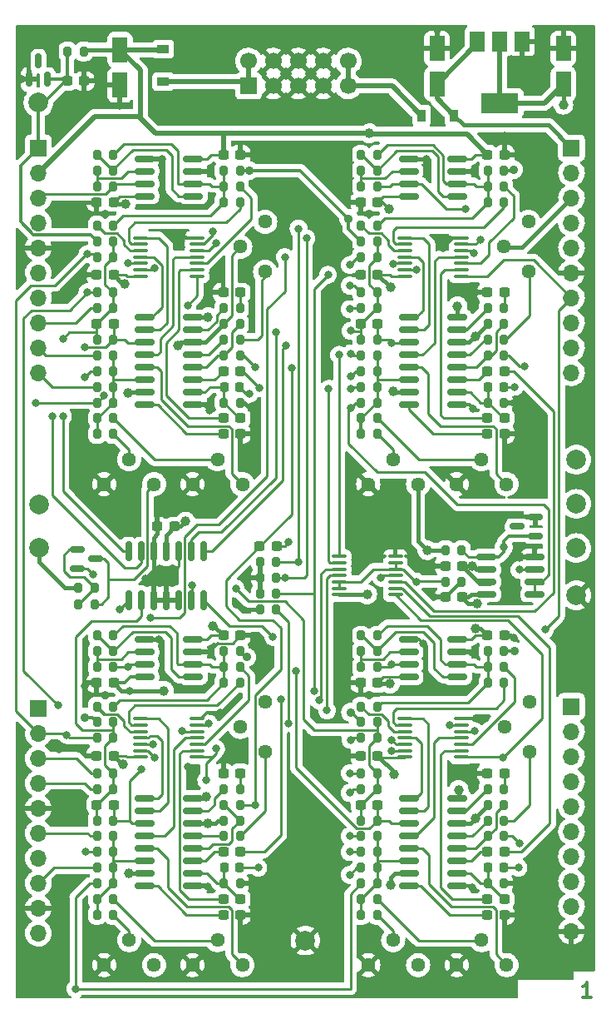
<source format=gbr>
%TF.GenerationSoftware,KiCad,Pcbnew,(6.0.11)*%
%TF.CreationDate,2023-05-28T11:22:07+01:00*%
%TF.ProjectId,Quadraphone,51756164-7261-4706-986f-6e652e6b6963,rev?*%
%TF.SameCoordinates,Original*%
%TF.FileFunction,Copper,L1,Top*%
%TF.FilePolarity,Positive*%
%FSLAX46Y46*%
G04 Gerber Fmt 4.6, Leading zero omitted, Abs format (unit mm)*
G04 Created by KiCad (PCBNEW (6.0.11)) date 2023-05-28 11:22:07*
%MOMM*%
%LPD*%
G01*
G04 APERTURE LIST*
G04 Aperture macros list*
%AMRoundRect*
0 Rectangle with rounded corners*
0 $1 Rounding radius*
0 $2 $3 $4 $5 $6 $7 $8 $9 X,Y pos of 4 corners*
0 Add a 4 corners polygon primitive as box body*
4,1,4,$2,$3,$4,$5,$6,$7,$8,$9,$2,$3,0*
0 Add four circle primitives for the rounded corners*
1,1,$1+$1,$2,$3*
1,1,$1+$1,$4,$5*
1,1,$1+$1,$6,$7*
1,1,$1+$1,$8,$9*
0 Add four rect primitives between the rounded corners*
20,1,$1+$1,$2,$3,$4,$5,0*
20,1,$1+$1,$4,$5,$6,$7,0*
20,1,$1+$1,$6,$7,$8,$9,0*
20,1,$1+$1,$8,$9,$2,$3,0*%
G04 Aperture macros list end*
%ADD10C,0.300000*%
%TA.AperFunction,NonConductor*%
%ADD11C,0.300000*%
%TD*%
%TA.AperFunction,SMDPad,CuDef*%
%ADD12RoundRect,0.237500X0.300000X0.237500X-0.300000X0.237500X-0.300000X-0.237500X0.300000X-0.237500X0*%
%TD*%
%TA.AperFunction,ComponentPad*%
%ADD13C,2.000000*%
%TD*%
%TA.AperFunction,ComponentPad*%
%ADD14C,1.440000*%
%TD*%
%TA.AperFunction,SMDPad,CuDef*%
%ADD15RoundRect,0.218750X-0.218750X-0.256250X0.218750X-0.256250X0.218750X0.256250X-0.218750X0.256250X0*%
%TD*%
%TA.AperFunction,SMDPad,CuDef*%
%ADD16RoundRect,0.200000X-0.200000X-0.275000X0.200000X-0.275000X0.200000X0.275000X-0.200000X0.275000X0*%
%TD*%
%TA.AperFunction,SMDPad,CuDef*%
%ADD17RoundRect,0.237500X-0.300000X-0.237500X0.300000X-0.237500X0.300000X0.237500X-0.300000X0.237500X0*%
%TD*%
%TA.AperFunction,SMDPad,CuDef*%
%ADD18RoundRect,0.200000X0.200000X0.275000X-0.200000X0.275000X-0.200000X-0.275000X0.200000X-0.275000X0*%
%TD*%
%TA.AperFunction,SMDPad,CuDef*%
%ADD19RoundRect,0.150000X0.825000X0.150000X-0.825000X0.150000X-0.825000X-0.150000X0.825000X-0.150000X0*%
%TD*%
%TA.AperFunction,SMDPad,CuDef*%
%ADD20RoundRect,0.150000X0.587500X0.150000X-0.587500X0.150000X-0.587500X-0.150000X0.587500X-0.150000X0*%
%TD*%
%TA.AperFunction,SMDPad,CuDef*%
%ADD21RoundRect,0.150000X-0.150000X0.825000X-0.150000X-0.825000X0.150000X-0.825000X0.150000X0.825000X0*%
%TD*%
%TA.AperFunction,SMDPad,CuDef*%
%ADD22RoundRect,0.100000X0.637500X0.100000X-0.637500X0.100000X-0.637500X-0.100000X0.637500X-0.100000X0*%
%TD*%
%TA.AperFunction,SMDPad,CuDef*%
%ADD23RoundRect,0.250000X0.550000X-1.050000X0.550000X1.050000X-0.550000X1.050000X-0.550000X-1.050000X0*%
%TD*%
%TA.AperFunction,SMDPad,CuDef*%
%ADD24RoundRect,0.150000X-0.587500X-0.150000X0.587500X-0.150000X0.587500X0.150000X-0.587500X0.150000X0*%
%TD*%
%TA.AperFunction,SMDPad,CuDef*%
%ADD25R,1.200000X0.900000*%
%TD*%
%TA.AperFunction,SMDPad,CuDef*%
%ADD26R,0.900000X1.200000*%
%TD*%
%TA.AperFunction,SMDPad,CuDef*%
%ADD27RoundRect,0.150000X-0.825000X-0.150000X0.825000X-0.150000X0.825000X0.150000X-0.825000X0.150000X0*%
%TD*%
%TA.AperFunction,SMDPad,CuDef*%
%ADD28RoundRect,0.150000X0.150000X-0.587500X0.150000X0.587500X-0.150000X0.587500X-0.150000X-0.587500X0*%
%TD*%
%TA.AperFunction,ComponentPad*%
%ADD29R,1.700000X1.700000*%
%TD*%
%TA.AperFunction,ComponentPad*%
%ADD30C,1.700000*%
%TD*%
%TA.AperFunction,SMDPad,CuDef*%
%ADD31R,1.500000X2.000000*%
%TD*%
%TA.AperFunction,SMDPad,CuDef*%
%ADD32R,3.800000X2.000000*%
%TD*%
%TA.AperFunction,ComponentPad*%
%ADD33O,1.700000X1.700000*%
%TD*%
%TA.AperFunction,ViaPad*%
%ADD34C,0.800000*%
%TD*%
%TA.AperFunction,ViaPad*%
%ADD35C,1.000000*%
%TD*%
%TA.AperFunction,ViaPad*%
%ADD36C,0.900000*%
%TD*%
%TA.AperFunction,Conductor*%
%ADD37C,0.500000*%
%TD*%
%TA.AperFunction,Conductor*%
%ADD38C,0.300000*%
%TD*%
%TA.AperFunction,Conductor*%
%ADD39C,0.250000*%
%TD*%
%TA.AperFunction,Conductor*%
%ADD40C,0.400000*%
%TD*%
G04 APERTURE END LIST*
D10*
%TO.C,FID1*%
D11*
X109128571Y-149378571D02*
X108271428Y-149378571D01*
X108700000Y-149378571D02*
X108700000Y-147878571D01*
X108557142Y-148092857D01*
X108414285Y-148235714D01*
X108271428Y-148307142D01*
%TD*%
D12*
%TO.P,C40,1*%
%TO.N,+12V*%
X87362500Y-117400000D03*
%TO.P,C40,2*%
%TO.N,GND*%
X85637500Y-117400000D03*
%TD*%
D13*
%TO.P,TP6,1,1*%
%TO.N,-5V*%
X52800000Y-58400000D03*
%TD*%
D14*
%TO.P,HF_Track_Trim3,1,1*%
%TO.N,GND*%
X68500000Y-146100000D03*
%TO.P,HF_Track_Trim3,2,2*%
%TO.N,Net-(HF_Track_Trim3-Pad2)*%
X71040000Y-143560000D03*
%TO.P,HF_Track_Trim3,3,3*%
%TO.N,/OSCVoice3/HF_Track*%
X73580000Y-146100000D03*
%TD*%
D15*
%TO.P,D3,1,K*%
%TO.N,Net-(C6-Pad1)*%
X71712500Y-87300000D03*
%TO.P,D3,2,A*%
%TO.N,/Start_Pulse*%
X73287500Y-87300000D03*
%TD*%
D16*
%TO.P,R2,1*%
%TO.N,GND*%
X75375000Y-106700000D03*
%TO.P,R2,2*%
%TO.N,/TRIANGLE_SW*%
X77025000Y-106700000D03*
%TD*%
D12*
%TO.P,C31,1*%
%TO.N,GND*%
X73362500Y-141000000D03*
%TO.P,C31,2*%
%TO.N,Net-(C31-Pad2)*%
X71637500Y-141000000D03*
%TD*%
D14*
%TO.P,HF_Track_Trim1,1,1*%
%TO.N,GND*%
X68500000Y-97200000D03*
%TO.P,HF_Track_Trim1,2,2*%
%TO.N,Net-(HF_Track_Trim1-Pad2)*%
X71040000Y-94660000D03*
%TO.P,HF_Track_Trim1,3,3*%
%TO.N,/OSCVoice1/HF_Track*%
X73580000Y-97200000D03*
%TD*%
D12*
%TO.P,C4,1*%
%TO.N,Net-(C4-Pad1)*%
X73362500Y-77700000D03*
%TO.P,C4,2*%
%TO.N,GND*%
X71637500Y-77700000D03*
%TD*%
D17*
%TO.P,C16,1*%
%TO.N,Net-(C16-Pad1)*%
X98537500Y-85700000D03*
%TO.P,C16,2*%
%TO.N,/OSCVoice2/Soft_Synch*%
X100262500Y-85700000D03*
%TD*%
D18*
%TO.P,R82,1*%
%TO.N,/OSCVoice3/PWM_Control*%
X60425000Y-131400000D03*
%TO.P,R82,2*%
%TO.N,/OSCVoice3/PWM_Opamp_Mix*%
X58775000Y-131400000D03*
%TD*%
D14*
%TO.P,Base_Freq_Trim4,1,1*%
%TO.N,GND*%
X86400000Y-146100000D03*
%TO.P,Base_Freq_Trim4,2,2*%
%TO.N,Net-(Base_Freq_Trim4-Pad2)*%
X88940000Y-143560000D03*
%TO.P,Base_Freq_Trim4,3,3*%
%TO.N,+5V*%
X91480000Y-146100000D03*
%TD*%
D16*
%TO.P,R8,1*%
%TO.N,Net-(R8-Pad1)*%
X71675000Y-82500000D03*
%TO.P,R8,2*%
%TO.N,Net-(Expo_Trim1-Pad1)*%
X73325000Y-82500000D03*
%TD*%
D14*
%TO.P,Expo_Trim2,1*%
%TO.N,Net-(Expo_Trim2-Pad1)*%
X102700000Y-75600000D03*
%TO.P,Expo_Trim2,2*%
%TO.N,+2V5*%
X100160000Y-73060000D03*
%TO.P,Expo_Trim2,3*%
%TO.N,N/C*%
X102700000Y-70520000D03*
%TD*%
D18*
%TO.P,R95,1*%
%TO.N,/OSCVoice3/Op_Amp_Mix*%
X60425000Y-119800000D03*
%TO.P,R95,2*%
%TO.N,/OSCVoice3/Saw_Mix*%
X58775000Y-119800000D03*
%TD*%
%TO.P,R43,1*%
%TO.N,Net-(Base_Freq_Trim2-Pad2)*%
X87325000Y-92100000D03*
%TO.P,R43,2*%
%TO.N,/OSCVoice2/Expo_Freq*%
X85675000Y-92100000D03*
%TD*%
%TO.P,R4,1*%
%TO.N,GND*%
X95925000Y-107100000D03*
%TO.P,R4,2*%
%TO.N,/SOFT_SYNCH_SW*%
X94275000Y-107100000D03*
%TD*%
%TO.P,R13,1*%
%TO.N,/OSCVoice4/PWM_Opamp_Mix*%
X87325000Y-128200000D03*
%TO.P,R13,2*%
%TO.N,/PWM_CV4*%
X85675000Y-128200000D03*
%TD*%
D19*
%TO.P,U18,1*%
%TO.N,/OSCVoice4/MIX_1*%
X95475000Y-116805000D03*
%TO.P,U18,2,-*%
%TO.N,/OSCVoice4/Op_Amp_Mix*%
X95475000Y-115535000D03*
%TO.P,U18,3,+*%
%TO.N,GND*%
X95475000Y-114265000D03*
%TO.P,U18,4,V-*%
%TO.N,-12V*%
X95475000Y-112995000D03*
%TO.P,U18,5,+*%
%TO.N,GND*%
X90525000Y-112995000D03*
%TO.P,U18,6,-*%
%TO.N,Net-(R70-Pad2)*%
X90525000Y-114265000D03*
%TO.P,U18,7*%
%TO.N,/MIX_OUT4*%
X90525000Y-115535000D03*
%TO.P,U18,8,V+*%
%TO.N,+12V*%
X90525000Y-116805000D03*
%TD*%
D20*
%TO.P,U14,1,K*%
%TO.N,/2.5V_Test*%
X103437500Y-102450000D03*
%TO.P,U14,2,A*%
%TO.N,GND*%
X103437500Y-100550000D03*
%TO.P,U14,3*%
%TO.N,N/C*%
X101562500Y-101500000D03*
%TD*%
D12*
%TO.P,C9,1*%
%TO.N,/LIN_FREQ_IN*%
X77062500Y-103500000D03*
%TO.P,C9,2*%
%TO.N,/Linear_Frequency*%
X75337500Y-103500000D03*
%TD*%
D13*
%TO.P,TP7,1,1*%
%TO.N,-12V*%
X52900000Y-103700000D03*
%TD*%
D21*
%TO.P,U5,1*%
%TO.N,/OSCVoice2/PWM_Control*%
X69610000Y-104025000D03*
%TO.P,U5,2,-*%
%TO.N,/OSCVoice2/PWM_Opamp_Mix*%
X68340000Y-104025000D03*
%TO.P,U5,3,+*%
%TO.N,GND*%
X67070000Y-104025000D03*
%TO.P,U5,4,V+*%
%TO.N,+2V5*%
X65800000Y-104025000D03*
%TO.P,U5,5,+*%
%TO.N,GND*%
X64530000Y-104025000D03*
%TO.P,U5,6,-*%
%TO.N,/OSCVoice1/PWM_Opamp_Mix*%
X63260000Y-104025000D03*
%TO.P,U5,7*%
%TO.N,/OSCVoice1/PWM_Control*%
X61990000Y-104025000D03*
%TO.P,U5,8*%
%TO.N,/OSCVoice3/PWM_Control*%
X61990000Y-108975000D03*
%TO.P,U5,9,-*%
%TO.N,/OSCVoice3/PWM_Opamp_Mix*%
X63260000Y-108975000D03*
%TO.P,U5,10,+*%
%TO.N,GND*%
X64530000Y-108975000D03*
%TO.P,U5,11,V-*%
X65800000Y-108975000D03*
%TO.P,U5,12,+*%
X67070000Y-108975000D03*
%TO.P,U5,13,-*%
%TO.N,/OSCVoice4/PWM_Opamp_Mix*%
X68340000Y-108975000D03*
%TO.P,U5,14*%
%TO.N,/OSCVoice4/PWM_Control*%
X69610000Y-108975000D03*
%TD*%
D19*
%TO.P,U3,1*%
%TO.N,/Oct_Buff*%
X103375000Y-108405000D03*
%TO.P,U3,2,-*%
X103375000Y-107135000D03*
%TO.P,U3,3,+*%
%TO.N,/OCT_TUNE*%
X103375000Y-105865000D03*
%TO.P,U3,4,V-*%
%TO.N,GND*%
X103375000Y-104595000D03*
%TO.P,U3,5,+*%
%TO.N,/2.5V_Test*%
X98425000Y-104595000D03*
%TO.P,U3,6,-*%
%TO.N,+2V5*%
X98425000Y-105865000D03*
%TO.P,U3,7*%
X98425000Y-107135000D03*
%TO.P,U3,8,V+*%
%TO.N,+5V*%
X98425000Y-108405000D03*
%TD*%
D16*
%TO.P,R39,1*%
%TO.N,/FINE_TUNE*%
X85675000Y-85700000D03*
%TO.P,R39,2*%
%TO.N,/OSCVoice2/Expo_Freq*%
X87325000Y-85700000D03*
%TD*%
%TO.P,R22,1*%
%TO.N,/Oct_Buff*%
X58775000Y-88900000D03*
%TO.P,R22,2*%
%TO.N,/OSCVoice1/Expo_Freq*%
X60425000Y-88900000D03*
%TD*%
%TO.P,R64,1*%
%TO.N,/Oct_Buff*%
X85675000Y-137800000D03*
%TO.P,R64,2*%
%TO.N,/OSCVoice4/Expo_Freq*%
X87325000Y-137800000D03*
%TD*%
D12*
%TO.P,C33,1*%
%TO.N,+5V*%
X60462500Y-75900000D03*
%TO.P,C33,2*%
%TO.N,GND*%
X58737500Y-75900000D03*
%TD*%
D18*
%TO.P,R9,1*%
%TO.N,GND*%
X73325000Y-88900000D03*
%TO.P,R9,2*%
%TO.N,Net-(C6-Pad1)*%
X71675000Y-88900000D03*
%TD*%
D16*
%TO.P,R44,1*%
%TO.N,/OSCVoice2/Op_Amp_Mix*%
X98575000Y-66900000D03*
%TO.P,R44,2*%
%TO.N,/OSCVoice2/Triangle_Mix*%
X100225000Y-66900000D03*
%TD*%
D18*
%TO.P,R11,1*%
%TO.N,/OSCVoice1/PWM_Opamp_Mix*%
X60425000Y-72500000D03*
%TO.P,R11,2*%
%TO.N,-5V*%
X58775000Y-72500000D03*
%TD*%
D15*
%TO.P,D5,1,K*%
%TO.N,Net-(C23-Pad1)*%
X98612500Y-136200000D03*
%TO.P,D5,2,A*%
%TO.N,/Start_Pulse*%
X100187500Y-136200000D03*
%TD*%
D22*
%TO.P,U15,1*%
%TO.N,/SYNCH_SIGNAL3*%
X68962500Y-124950000D03*
%TO.P,U15,2*%
%TO.N,/OSCVoice3/Hard_Synch*%
X68962500Y-124300000D03*
%TO.P,U15,3*%
%TO.N,/OSCVoice3/Triangle_Mix*%
X68962500Y-123650000D03*
%TO.P,U15,4*%
%TO.N,/OSCVoice3/Triangle_Out*%
X68962500Y-123000000D03*
%TO.P,U15,5*%
%TO.N,/TRIANGLE_SW*%
X68962500Y-122350000D03*
%TO.P,U15,6*%
%TO.N,/PULSE_SW*%
X68962500Y-121700000D03*
%TO.P,U15,7,VSS*%
%TO.N,GND*%
X68962500Y-121050000D03*
%TO.P,U15,8*%
%TO.N,/OSCVoice3/Pulse_Out*%
X63237500Y-121050000D03*
%TO.P,U15,9*%
%TO.N,/OSCVoice3/Pulse_Mix*%
X63237500Y-121700000D03*
%TO.P,U15,10*%
%TO.N,/OSCVoice3/Saw_Mix*%
X63237500Y-122350000D03*
%TO.P,U15,11*%
%TO.N,/OSCVoice3/Saw_Out*%
X63237500Y-123000000D03*
%TO.P,U15,12*%
%TO.N,/SAW_SW*%
X63237500Y-123650000D03*
%TO.P,U15,13*%
%TO.N,/HARD_SYNCH_SW*%
X63237500Y-124300000D03*
%TO.P,U15,14,VDD*%
%TO.N,+5V*%
X63237500Y-124950000D03*
%TD*%
D14*
%TO.P,Base_Freq_Trim1,1,1*%
%TO.N,GND*%
X59500000Y-97200000D03*
%TO.P,Base_Freq_Trim1,2,2*%
%TO.N,Net-(Base_Freq_Trim1-Pad2)*%
X62040000Y-94660000D03*
%TO.P,Base_Freq_Trim1,3,3*%
%TO.N,+5V*%
X64580000Y-97200000D03*
%TD*%
D16*
%TO.P,R21,1*%
%TO.N,/OSCVoice1/MIX_1*%
X58775000Y-63700000D03*
%TO.P,R21,2*%
%TO.N,/OSCVoice1/Op_Amp_Mix*%
X60425000Y-63700000D03*
%TD*%
D23*
%TO.P,C11,1*%
%TO.N,+12V*%
X93400000Y-56500000D03*
%TO.P,C11,2*%
%TO.N,GND*%
X93400000Y-52900000D03*
%TD*%
D16*
%TO.P,R29,1*%
%TO.N,Net-(R26-Pad2)*%
X58775000Y-65300000D03*
%TO.P,R29,2*%
%TO.N,/OSCVoice1/MIX_1*%
X60425000Y-65300000D03*
%TD*%
%TO.P,R91,1*%
%TO.N,/OSCVoice3/Op_Amp_Mix*%
X71675000Y-117400000D03*
%TO.P,R91,2*%
%TO.N,/OSCVoice3/Pulse_Mix*%
X73325000Y-117400000D03*
%TD*%
D14*
%TO.P,Expo_Trim3,1*%
%TO.N,Net-(Expo_Trim3-Pad1)*%
X75900000Y-124425000D03*
%TO.P,Expo_Trim3,2*%
%TO.N,+2V5*%
X73360000Y-121885000D03*
%TO.P,Expo_Trim3,3*%
%TO.N,N/C*%
X75900000Y-119345000D03*
%TD*%
D17*
%TO.P,C22,1*%
%TO.N,Net-(C22-Pad1)*%
X98537500Y-134600000D03*
%TO.P,C22,2*%
%TO.N,/OSCVoice4/Soft_Synch*%
X100262500Y-134600000D03*
%TD*%
D18*
%TO.P,R77,1*%
%TO.N,/OSCVoice3/PWM_Opamp_Mix*%
X60425000Y-121400000D03*
%TO.P,R77,2*%
%TO.N,-5V*%
X58775000Y-121400000D03*
%TD*%
D16*
%TO.P,R34,1*%
%TO.N,/FREQ_MOD2*%
X85675000Y-87300000D03*
%TO.P,R34,2*%
%TO.N,/OSCVoice2/Expo_Freq*%
X87325000Y-87300000D03*
%TD*%
%TO.P,R18,1*%
%TO.N,/FREQ_MOD1*%
X58775000Y-87300000D03*
%TO.P,R18,2*%
%TO.N,/OSCVoice1/Expo_Freq*%
X60425000Y-87300000D03*
%TD*%
%TO.P,R92,1*%
%TO.N,/OSCVoice3/MIX_1*%
X58775000Y-112600000D03*
%TO.P,R92,2*%
%TO.N,/OSCVoice3/Op_Amp_Mix*%
X60425000Y-112600000D03*
%TD*%
D19*
%TO.P,U13,1*%
%TO.N,/OSCVoice2/MIX_1*%
X95475000Y-67905000D03*
%TO.P,U13,2,-*%
%TO.N,/OSCVoice2/Op_Amp_Mix*%
X95475000Y-66635000D03*
%TO.P,U13,3,+*%
%TO.N,GND*%
X95475000Y-65365000D03*
%TO.P,U13,4,V-*%
%TO.N,-12V*%
X95475000Y-64095000D03*
%TO.P,U13,5,+*%
%TO.N,GND*%
X90525000Y-64095000D03*
%TO.P,U13,6,-*%
%TO.N,Net-(R47-Pad2)*%
X90525000Y-65365000D03*
%TO.P,U13,7*%
%TO.N,/MIX_OUT2*%
X90525000Y-66635000D03*
%TO.P,U13,8,V+*%
%TO.N,+12V*%
X90525000Y-67905000D03*
%TD*%
D12*
%TO.P,C35,1*%
%TO.N,+5V*%
X87362500Y-75900000D03*
%TO.P,C35,2*%
%TO.N,GND*%
X85637500Y-75900000D03*
%TD*%
D17*
%TO.P,C24,1*%
%TO.N,-12V*%
X98537500Y-112600000D03*
%TO.P,C24,2*%
%TO.N,GND*%
X100262500Y-112600000D03*
%TD*%
D16*
%TO.P,R7,1*%
%TO.N,+5V*%
X94275000Y-103900000D03*
%TO.P,R7,2*%
%TO.N,/2.5V_Test*%
X95925000Y-103900000D03*
%TD*%
D18*
%TO.P,R35,1*%
%TO.N,/OSCVoice2/PWM_Opamp_Mix*%
X87325000Y-77700000D03*
%TO.P,R35,2*%
%TO.N,/PWM_POT*%
X85675000Y-77700000D03*
%TD*%
D12*
%TO.P,C29,1*%
%TO.N,Net-(C29-Pad1)*%
X73362500Y-139400000D03*
%TO.P,C29,2*%
%TO.N,/OSCVoice3/Hard_Synch*%
X71637500Y-139400000D03*
%TD*%
%TO.P,C19,1*%
%TO.N,GND*%
X100262500Y-92100000D03*
%TO.P,C19,2*%
%TO.N,Net-(C19-Pad2)*%
X98537500Y-92100000D03*
%TD*%
D16*
%TO.P,R73,1*%
%TO.N,/OSCVoice4/Op_Amp_Mix*%
X98575000Y-114200000D03*
%TO.P,R73,2*%
%TO.N,-5V*%
X100225000Y-114200000D03*
%TD*%
D13*
%TO.P,TP5,1,1*%
%TO.N,GND*%
X107600000Y-108500000D03*
%TD*%
D19*
%TO.P,U16,1*%
%TO.N,/OSCVoice3/MIX_1*%
X68575000Y-116805000D03*
%TO.P,U16,2,-*%
%TO.N,/OSCVoice3/Op_Amp_Mix*%
X68575000Y-115535000D03*
%TO.P,U16,3,+*%
%TO.N,GND*%
X68575000Y-114265000D03*
%TO.P,U16,4,V-*%
%TO.N,-12V*%
X68575000Y-112995000D03*
%TO.P,U16,5,+*%
%TO.N,GND*%
X63625000Y-112995000D03*
%TO.P,U16,6,-*%
%TO.N,Net-(R93-Pad2)*%
X63625000Y-114265000D03*
%TO.P,U16,7*%
%TO.N,/MIX_OUT3*%
X63625000Y-115535000D03*
%TO.P,U16,8,V+*%
%TO.N,+12V*%
X63625000Y-116805000D03*
%TD*%
D18*
%TO.P,R31,1*%
%TO.N,/OSCVoice2/PWM_Opamp_Mix*%
X87325000Y-72500000D03*
%TO.P,R31,2*%
%TO.N,-5V*%
X85675000Y-72500000D03*
%TD*%
D14*
%TO.P,Expo_Trim4,1*%
%TO.N,Net-(Expo_Trim4-Pad1)*%
X102800000Y-124425000D03*
%TO.P,Expo_Trim4,2*%
%TO.N,+2V5*%
X100260000Y-121885000D03*
%TO.P,Expo_Trim4,3*%
%TO.N,N/C*%
X102800000Y-119345000D03*
%TD*%
D18*
%TO.P,R75,1*%
%TO.N,/OSCVoice4/Linear_Frequency*%
X100225000Y-129800000D03*
%TO.P,R75,2*%
%TO.N,+2V5*%
X98575000Y-129800000D03*
%TD*%
%TO.P,R94,1*%
%TO.N,Net-(HF_Track_Trim3-Pad2)*%
X60425000Y-139400000D03*
%TO.P,R94,2*%
%TO.N,/OSCVoice3/Expo_Freq*%
X58775000Y-139400000D03*
%TD*%
%TO.P,R76,1*%
%TO.N,/Linear_Frequency*%
X100225000Y-133000000D03*
%TO.P,R76,2*%
%TO.N,/OSCVoice4/Linear_Frequency*%
X98575000Y-133000000D03*
%TD*%
D12*
%TO.P,C6,1*%
%TO.N,Net-(C6-Pad1)*%
X73362500Y-90500000D03*
%TO.P,C6,2*%
%TO.N,/OSCVoice1/Hard_Synch*%
X71637500Y-90500000D03*
%TD*%
D18*
%TO.P,R24,1*%
%TO.N,/OSCVoice1/Linear_Frequency*%
X73325000Y-80900000D03*
%TO.P,R24,2*%
%TO.N,+2V5*%
X71675000Y-80900000D03*
%TD*%
D16*
%TO.P,R32,1*%
%TO.N,/V_PER_OCT2*%
X85675000Y-84100000D03*
%TO.P,R32,2*%
%TO.N,/OSCVoice2/Expo_Freq*%
X87325000Y-84100000D03*
%TD*%
D18*
%TO.P,R63,1*%
%TO.N,/OSCVoice4/PWM_Opamp_Mix*%
X87325000Y-123000000D03*
%TO.P,R63,2*%
%TO.N,/PWM_CV*%
X85675000Y-123000000D03*
%TD*%
D17*
%TO.P,C26,1*%
%TO.N,/OSCVoice3/PWM_Opamp_Mix*%
X58737500Y-129800000D03*
%TO.P,C26,2*%
%TO.N,/OSCVoice3/PWM_Control*%
X60462500Y-129800000D03*
%TD*%
D12*
%TO.P,C25,1*%
%TO.N,GND*%
X100262500Y-141000000D03*
%TO.P,C25,2*%
%TO.N,Net-(C25-Pad2)*%
X98537500Y-141000000D03*
%TD*%
D16*
%TO.P,R74,1*%
%TO.N,Net-(R70-Pad2)*%
X85675000Y-114200000D03*
%TO.P,R74,2*%
%TO.N,/OSCVoice4/MIX_1*%
X87325000Y-114200000D03*
%TD*%
D22*
%TO.P,U11,1*%
%TO.N,/SYNCH_SIGNAL4*%
X95862500Y-124950000D03*
%TO.P,U11,2*%
%TO.N,/OSCVoice4/Hard_Synch*%
X95862500Y-124300000D03*
%TO.P,U11,3*%
%TO.N,/OSCVoice4/Triangle_Mix*%
X95862500Y-123650000D03*
%TO.P,U11,4*%
%TO.N,/OSCVoice4/Triangle_Out*%
X95862500Y-123000000D03*
%TO.P,U11,5*%
%TO.N,/TRIANGLE_SW*%
X95862500Y-122350000D03*
%TO.P,U11,6*%
%TO.N,/PULSE_SW*%
X95862500Y-121700000D03*
%TO.P,U11,7,VSS*%
%TO.N,GND*%
X95862500Y-121050000D03*
%TO.P,U11,8*%
%TO.N,/OSCVoice4/Pulse_Out*%
X90137500Y-121050000D03*
%TO.P,U11,9*%
%TO.N,/OSCVoice4/Pulse_Mix*%
X90137500Y-121700000D03*
%TO.P,U11,10*%
%TO.N,/OSCVoice4/Saw_Mix*%
X90137500Y-122350000D03*
%TO.P,U11,11*%
%TO.N,/OSCVoice4/Saw_Out*%
X90137500Y-123000000D03*
%TO.P,U11,12*%
%TO.N,/SAW_SW*%
X90137500Y-123650000D03*
%TO.P,U11,13*%
%TO.N,/HARD_SYNCH_SW*%
X90137500Y-124300000D03*
%TO.P,U11,14,VDD*%
%TO.N,+5V*%
X90137500Y-124950000D03*
%TD*%
D18*
%TO.P,R66,1*%
%TO.N,Net-(Base_Freq_Trim4-Pad2)*%
X87325000Y-141000000D03*
%TO.P,R66,2*%
%TO.N,/OSCVoice4/Expo_Freq*%
X85675000Y-141000000D03*
%TD*%
%TO.P,R89,1*%
%TO.N,Net-(Base_Freq_Trim3-Pad2)*%
X60425000Y-141000000D03*
%TO.P,R89,2*%
%TO.N,/OSCVoice3/Expo_Freq*%
X58775000Y-141000000D03*
%TD*%
D12*
%TO.P,C27,1*%
%TO.N,Net-(C27-Pad1)*%
X73362500Y-126600000D03*
%TO.P,C27,2*%
%TO.N,GND*%
X71637500Y-126600000D03*
%TD*%
D16*
%TO.P,R68,1*%
%TO.N,/OSCVoice4/Op_Amp_Mix*%
X98575000Y-117400000D03*
%TO.P,R68,2*%
%TO.N,/OSCVoice4/Pulse_Mix*%
X100225000Y-117400000D03*
%TD*%
%TO.P,R90,1*%
%TO.N,/OSCVoice3/Op_Amp_Mix*%
X71675000Y-115800000D03*
%TO.P,R90,2*%
%TO.N,/OSCVoice3/Triangle_Mix*%
X73325000Y-115800000D03*
%TD*%
%TO.P,R17,1*%
%TO.N,/FINE_TUNE*%
X58775000Y-85700000D03*
%TO.P,R17,2*%
%TO.N,/OSCVoice1/Expo_Freq*%
X60425000Y-85700000D03*
%TD*%
D23*
%TO.P,C12,1*%
%TO.N,GND*%
X61100000Y-56600000D03*
%TO.P,C12,2*%
%TO.N,-12V*%
X61100000Y-53000000D03*
%TD*%
D16*
%TO.P,R87,1*%
%TO.N,/Oct_Buff*%
X58775000Y-137800000D03*
%TO.P,R87,2*%
%TO.N,/OSCVoice3/Expo_Freq*%
X60425000Y-137800000D03*
%TD*%
D12*
%TO.P,C36,1*%
%TO.N,+12V*%
X87362500Y-68500000D03*
%TO.P,C36,2*%
%TO.N,GND*%
X85637500Y-68500000D03*
%TD*%
%TO.P,C15,1*%
%TO.N,Net-(C15-Pad1)*%
X100262500Y-77700000D03*
%TO.P,C15,2*%
%TO.N,GND*%
X98537500Y-77700000D03*
%TD*%
D16*
%TO.P,R62,1*%
%TO.N,/FINE_TUNE*%
X85675000Y-134600000D03*
%TO.P,R62,2*%
%TO.N,/OSCVoice4/Expo_Freq*%
X87325000Y-134600000D03*
%TD*%
D12*
%TO.P,C21,1*%
%TO.N,Net-(C21-Pad1)*%
X100262500Y-126600000D03*
%TO.P,C21,2*%
%TO.N,GND*%
X98537500Y-126600000D03*
%TD*%
D13*
%TO.P,TP8,1,1*%
%TO.N,/2.5V_Test*%
X107600000Y-103700000D03*
%TD*%
D18*
%TO.P,R52,1*%
%TO.N,/OSCVoice2/Linear_Frequency*%
X100225000Y-80900000D03*
%TO.P,R52,2*%
%TO.N,+2V5*%
X98575000Y-80900000D03*
%TD*%
%TO.P,R23,1*%
%TO.N,Net-(Base_Freq_Trim1-Pad2)*%
X60425000Y-92100000D03*
%TO.P,R23,2*%
%TO.N,/OSCVoice1/Expo_Freq*%
X58775000Y-92100000D03*
%TD*%
D13*
%TO.P,TP2,1,1*%
%TO.N,+5V*%
X107600000Y-94700000D03*
%TD*%
D12*
%TO.P,C1,1*%
%TO.N,+5V*%
X95962500Y-108700000D03*
%TO.P,C1,2*%
%TO.N,GND*%
X94237500Y-108700000D03*
%TD*%
%TO.P,C8,1*%
%TO.N,GND*%
X73362500Y-92100000D03*
%TO.P,C8,2*%
%TO.N,Net-(C8-Pad2)*%
X71637500Y-92100000D03*
%TD*%
%TO.P,C39,1*%
%TO.N,+5V*%
X87362500Y-124800000D03*
%TO.P,C39,2*%
%TO.N,GND*%
X85637500Y-124800000D03*
%TD*%
D13*
%TO.P,TP4,1,1*%
%TO.N,GND*%
X80000000Y-143600000D03*
%TD*%
D18*
%TO.P,R47,1*%
%TO.N,/MIX_OUT2*%
X87325000Y-66900000D03*
%TO.P,R47,2*%
%TO.N,Net-(R47-Pad2)*%
X85675000Y-66900000D03*
%TD*%
D24*
%TO.P,Q1,1,B*%
%TO.N,Net-(Q1-Pad1)*%
X56762500Y-103850000D03*
%TO.P,Q1,2,E*%
%TO.N,/Start_Pulse*%
X56762500Y-105750000D03*
%TO.P,Q1,3,C*%
%TO.N,+5V*%
X58637500Y-104800000D03*
%TD*%
D25*
%TO.P,D2,1,K*%
%TO.N,/-12V_IN*%
X65500000Y-56250000D03*
%TO.P,D2,2,A*%
%TO.N,-12V*%
X65500000Y-52950000D03*
%TD*%
D14*
%TO.P,Base_Freq_Trim2,1,1*%
%TO.N,GND*%
X86400000Y-97200000D03*
%TO.P,Base_Freq_Trim2,2,2*%
%TO.N,Net-(Base_Freq_Trim2-Pad2)*%
X88940000Y-94660000D03*
%TO.P,Base_Freq_Trim2,3,3*%
%TO.N,+5V*%
X91480000Y-97200000D03*
%TD*%
D16*
%TO.P,R38,1*%
%TO.N,Net-(R38-Pad1)*%
X98575000Y-82500000D03*
%TO.P,R38,2*%
%TO.N,Net-(Expo_Trim2-Pad1)*%
X100225000Y-82500000D03*
%TD*%
D22*
%TO.P,U7,1*%
%TO.N,/SYNCH_SIGNAL2*%
X95862500Y-76050000D03*
%TO.P,U7,2*%
%TO.N,/OSCVoice2/Hard_Synch*%
X95862500Y-75400000D03*
%TO.P,U7,3*%
%TO.N,/OSCVoice2/Triangle_Mix*%
X95862500Y-74750000D03*
%TO.P,U7,4*%
%TO.N,/OSCVoice2/Triangle_Out*%
X95862500Y-74100000D03*
%TO.P,U7,5*%
%TO.N,/TRIANGLE_SW*%
X95862500Y-73450000D03*
%TO.P,U7,6*%
%TO.N,/PULSE_SW*%
X95862500Y-72800000D03*
%TO.P,U7,7,VSS*%
%TO.N,GND*%
X95862500Y-72150000D03*
%TO.P,U7,8*%
%TO.N,/OSCVoice2/Pulse_Out*%
X90137500Y-72150000D03*
%TO.P,U7,9*%
%TO.N,/OSCVoice2/Pulse_Mix*%
X90137500Y-72800000D03*
%TO.P,U7,10*%
%TO.N,/OSCVoice2/Saw_Mix*%
X90137500Y-73450000D03*
%TO.P,U7,11*%
%TO.N,/OSCVoice2/Saw_Out*%
X90137500Y-74100000D03*
%TO.P,U7,12*%
%TO.N,/SAW_SW*%
X90137500Y-74750000D03*
%TO.P,U7,13*%
%TO.N,/HARD_SYNCH_SW*%
X90137500Y-75400000D03*
%TO.P,U7,14,VDD*%
%TO.N,+5V*%
X90137500Y-76050000D03*
%TD*%
D18*
%TO.P,R100,1*%
%TO.N,-12V*%
X57425000Y-53200000D03*
%TO.P,R100,2*%
%TO.N,-5V*%
X55775000Y-53200000D03*
%TD*%
D16*
%TO.P,R19,1*%
%TO.N,/OSCVoice1/Op_Amp_Mix*%
X71675000Y-66900000D03*
%TO.P,R19,2*%
%TO.N,/OSCVoice1/Triangle_Mix*%
X73325000Y-66900000D03*
%TD*%
D17*
%TO.P,C41,1*%
%TO.N,-12V*%
X71637500Y-63700000D03*
%TO.P,C41,2*%
%TO.N,GND*%
X73362500Y-63700000D03*
%TD*%
D12*
%TO.P,C34,1*%
%TO.N,+12V*%
X60462500Y-68500000D03*
%TO.P,C34,2*%
%TO.N,GND*%
X58737500Y-68500000D03*
%TD*%
D15*
%TO.P,D4,1,K*%
%TO.N,Net-(C17-Pad1)*%
X98612500Y-87300000D03*
%TO.P,D4,2,A*%
%TO.N,/Start_Pulse*%
X100187500Y-87300000D03*
%TD*%
D16*
%TO.P,R37,1*%
%TO.N,/V_PER_OCT1*%
X58775000Y-84100000D03*
%TO.P,R37,2*%
%TO.N,/OSCVoice1/Expo_Freq*%
X60425000Y-84100000D03*
%TD*%
D18*
%TO.P,R60,1*%
%TO.N,/OSCVoice2/PWM_Opamp_Mix*%
X87325000Y-79300000D03*
%TO.P,R60,2*%
%TO.N,/PWM_CV2*%
X85675000Y-79300000D03*
%TD*%
D16*
%TO.P,R67,1*%
%TO.N,/OSCVoice4/Op_Amp_Mix*%
X98575000Y-115800000D03*
%TO.P,R67,2*%
%TO.N,/OSCVoice4/Triangle_Mix*%
X100225000Y-115800000D03*
%TD*%
%TO.P,R45,1*%
%TO.N,/OSCVoice2/Op_Amp_Mix*%
X98575000Y-68500000D03*
%TO.P,R45,2*%
%TO.N,/OSCVoice2/Pulse_Mix*%
X100225000Y-68500000D03*
%TD*%
D17*
%TO.P,C13,1*%
%TO.N,/OSCVoice1/PWM_Opamp_Mix*%
X58737500Y-80900000D03*
%TO.P,C13,2*%
%TO.N,/OSCVoice1/PWM_Control*%
X60462500Y-80900000D03*
%TD*%
%TO.P,C10,1*%
%TO.N,-5V*%
X55737500Y-56200000D03*
%TO.P,C10,2*%
%TO.N,GND*%
X57462500Y-56200000D03*
%TD*%
D16*
%TO.P,R56,1*%
%TO.N,/OSCVoice4/BW_Comp*%
X98575000Y-128200000D03*
%TO.P,R56,2*%
%TO.N,Net-(C21-Pad1)*%
X100225000Y-128200000D03*
%TD*%
D18*
%TO.P,R25,1*%
%TO.N,/OSCVoice1/PWM_Opamp_Mix*%
X60425000Y-79300000D03*
%TO.P,R25,2*%
%TO.N,/PWM_CV1*%
X58775000Y-79300000D03*
%TD*%
%TO.P,R83,1*%
%TO.N,/OSCVoice3/PWM_Opamp_Mix*%
X60425000Y-128200000D03*
%TO.P,R83,2*%
%TO.N,/PWM_CV3*%
X58775000Y-128200000D03*
%TD*%
%TO.P,R88,1*%
%TO.N,GND*%
X73325000Y-137800000D03*
%TO.P,R88,2*%
%TO.N,Net-(C29-Pad1)*%
X71675000Y-137800000D03*
%TD*%
%TO.P,R12,1*%
%TO.N,/OSCVoice1/PWM_Opamp_Mix*%
X60425000Y-77700000D03*
%TO.P,R12,2*%
%TO.N,/PWM_POT*%
X58775000Y-77700000D03*
%TD*%
D16*
%TO.P,R10,1*%
%TO.N,/OSCVoice1/BW_Comp*%
X71675000Y-79300000D03*
%TO.P,R10,2*%
%TO.N,Net-(C4-Pad1)*%
X73325000Y-79300000D03*
%TD*%
D14*
%TO.P,Expo_Trim1,1*%
%TO.N,Net-(Expo_Trim1-Pad1)*%
X75900000Y-75600000D03*
%TO.P,Expo_Trim1,2*%
%TO.N,+2V5*%
X73360000Y-73060000D03*
%TO.P,Expo_Trim1,3*%
%TO.N,N/C*%
X75900000Y-70520000D03*
%TD*%
D17*
%TO.P,C30,1*%
%TO.N,-12V*%
X71637500Y-112600000D03*
%TO.P,C30,2*%
%TO.N,GND*%
X73362500Y-112600000D03*
%TD*%
D16*
%TO.P,R69,1*%
%TO.N,/OSCVoice4/MIX_1*%
X85675000Y-112600000D03*
%TO.P,R69,2*%
%TO.N,/OSCVoice4/Op_Amp_Mix*%
X87325000Y-112600000D03*
%TD*%
D18*
%TO.P,R81,1*%
%TO.N,/OSCVoice3/PWM_Opamp_Mix*%
X60425000Y-126600000D03*
%TO.P,R81,2*%
%TO.N,/PWM_POT*%
X58775000Y-126600000D03*
%TD*%
D16*
%TO.P,R61,1*%
%TO.N,Net-(R61-Pad1)*%
X98575000Y-131400000D03*
%TO.P,R61,2*%
%TO.N,Net-(Expo_Trim4-Pad1)*%
X100225000Y-131400000D03*
%TD*%
D15*
%TO.P,D6,1,K*%
%TO.N,Net-(C29-Pad1)*%
X71712500Y-136200000D03*
%TO.P,D6,2,A*%
%TO.N,/Start_Pulse*%
X73287500Y-136200000D03*
%TD*%
D16*
%TO.P,R79,1*%
%TO.N,/OSCVoice3/BW_Comp*%
X71675000Y-128200000D03*
%TO.P,R79,2*%
%TO.N,Net-(C27-Pad1)*%
X73325000Y-128200000D03*
%TD*%
%TO.P,R46,1*%
%TO.N,/OSCVoice2/MIX_1*%
X85675000Y-63700000D03*
%TO.P,R46,2*%
%TO.N,/OSCVoice2/Op_Amp_Mix*%
X87325000Y-63700000D03*
%TD*%
D26*
%TO.P,D1,1,K*%
%TO.N,+12V*%
X95118750Y-59700000D03*
%TO.P,D1,2,A*%
%TO.N,/+12V_IN*%
X91818750Y-59700000D03*
%TD*%
D18*
%TO.P,R36,1*%
%TO.N,/OSCVoice2/PWM_Control*%
X87325000Y-82500000D03*
%TO.P,R36,2*%
%TO.N,/OSCVoice2/PWM_Opamp_Mix*%
X85675000Y-82500000D03*
%TD*%
%TO.P,R98,1*%
%TO.N,/OSCVoice3/Linear_Frequency*%
X73325000Y-131400000D03*
%TO.P,R98,2*%
%TO.N,+2V5*%
X71675000Y-131400000D03*
%TD*%
D27*
%TO.P,U22,1,SAW_OUT*%
%TO.N,/OSCVoice3/Saw_Out*%
X63625000Y-129155000D03*
%TO.P,U22,2,PULSE_OUT*%
%TO.N,/OSCVoice3/Pulse_Out*%
X63625000Y-130425000D03*
%TO.P,U22,3,PWM_CTRL*%
%TO.N,/OSCVoice3/PWM_Control*%
X63625000Y-131695000D03*
%TO.P,U22,4,TRI_OUT*%
%TO.N,/OSCVoice3/Triangle_Out*%
X63625000Y-132965000D03*
%TO.P,U22,5,HF_TRACK*%
%TO.N,/OSCVoice3/HF_Track*%
X63625000Y-134235000D03*
%TO.P,U22,6,EXPO_FREQ*%
%TO.N,/OSCVoice3/Expo_Freq*%
X63625000Y-135505000D03*
%TO.P,U22,7,VSS*%
%TO.N,-12V*%
X63625000Y-136775000D03*
%TO.P,U22,8,TCAP*%
%TO.N,Net-(C31-Pad2)*%
X63625000Y-138045000D03*
%TO.P,U22,9,GND*%
%TO.N,GND*%
X68575000Y-138045000D03*
%TO.P,U22,10,HARD_SYNCH*%
%TO.N,Net-(C29-Pad1)*%
X68575000Y-136775000D03*
%TO.P,U22,11,SOFT_SYNC*%
%TO.N,Net-(C28-Pad1)*%
X68575000Y-135505000D03*
%TO.P,U22,12,LIN_FREQ*%
%TO.N,/OSCVoice3/Linear_Frequency*%
X68575000Y-134235000D03*
%TO.P,U22,13,EXPO_SCALE*%
%TO.N,Net-(R84-Pad1)*%
X68575000Y-132965000D03*
%TO.P,U22,14,VREF*%
%TO.N,+2V5*%
X68575000Y-131695000D03*
%TO.P,U22,15,BW_COMP*%
%TO.N,/OSCVoice3/BW_Comp*%
X68575000Y-130425000D03*
%TO.P,U22,16,VDD*%
%TO.N,+5V*%
X68575000Y-129155000D03*
%TD*%
D16*
%TO.P,R33,1*%
%TO.N,/OSCVoice2/BW_Comp*%
X98575000Y-79300000D03*
%TO.P,R33,2*%
%TO.N,Net-(C15-Pad1)*%
X100225000Y-79300000D03*
%TD*%
%TO.P,R41,1*%
%TO.N,/Oct_Buff*%
X85675000Y-88900000D03*
%TO.P,R41,2*%
%TO.N,/OSCVoice2/Expo_Freq*%
X87325000Y-88900000D03*
%TD*%
D18*
%TO.P,R30,1*%
%TO.N,/Linear_Frequency*%
X73325000Y-84100000D03*
%TO.P,R30,2*%
%TO.N,/OSCVoice1/Linear_Frequency*%
X71675000Y-84100000D03*
%TD*%
D27*
%TO.P,U17,1,SAW_OUT*%
%TO.N,/OSCVoice4/Saw_Out*%
X90525000Y-129155000D03*
%TO.P,U17,2,PULSE_OUT*%
%TO.N,/OSCVoice4/Pulse_Out*%
X90525000Y-130425000D03*
%TO.P,U17,3,PWM_CTRL*%
%TO.N,/OSCVoice4/PWM_Control*%
X90525000Y-131695000D03*
%TO.P,U17,4,TRI_OUT*%
%TO.N,/OSCVoice4/Triangle_Out*%
X90525000Y-132965000D03*
%TO.P,U17,5,HF_TRACK*%
%TO.N,/OSCVoice4/HF_Track*%
X90525000Y-134235000D03*
%TO.P,U17,6,EXPO_FREQ*%
%TO.N,/OSCVoice4/Expo_Freq*%
X90525000Y-135505000D03*
%TO.P,U17,7,VSS*%
%TO.N,-12V*%
X90525000Y-136775000D03*
%TO.P,U17,8,TCAP*%
%TO.N,Net-(C25-Pad2)*%
X90525000Y-138045000D03*
%TO.P,U17,9,GND*%
%TO.N,GND*%
X95475000Y-138045000D03*
%TO.P,U17,10,HARD_SYNCH*%
%TO.N,Net-(C23-Pad1)*%
X95475000Y-136775000D03*
%TO.P,U17,11,SOFT_SYNC*%
%TO.N,Net-(C22-Pad1)*%
X95475000Y-135505000D03*
%TO.P,U17,12,LIN_FREQ*%
%TO.N,/OSCVoice4/Linear_Frequency*%
X95475000Y-134235000D03*
%TO.P,U17,13,EXPO_SCALE*%
%TO.N,Net-(R61-Pad1)*%
X95475000Y-132965000D03*
%TO.P,U17,14,VREF*%
%TO.N,+2V5*%
X95475000Y-131695000D03*
%TO.P,U17,15,BW_COMP*%
%TO.N,/OSCVoice4/BW_Comp*%
X95475000Y-130425000D03*
%TO.P,U17,16,VDD*%
%TO.N,+5V*%
X95475000Y-129155000D03*
%TD*%
D18*
%TO.P,R102,1*%
%TO.N,Net-(Q1-Pad1)*%
X58525000Y-107700000D03*
%TO.P,R102,2*%
%TO.N,-12V*%
X56875000Y-107700000D03*
%TD*%
D16*
%TO.P,R84,1*%
%TO.N,Net-(R84-Pad1)*%
X71675000Y-133000000D03*
%TO.P,R84,2*%
%TO.N,Net-(Expo_Trim3-Pad1)*%
X73325000Y-133000000D03*
%TD*%
D17*
%TO.P,C7,1*%
%TO.N,GND*%
X94237500Y-105500000D03*
%TO.P,C7,2*%
%TO.N,+2V5*%
X95962500Y-105500000D03*
%TD*%
D18*
%TO.P,R48,1*%
%TO.N,Net-(HF_Track_Trim2-Pad2)*%
X87325000Y-90500000D03*
%TO.P,R48,2*%
%TO.N,/OSCVoice2/Expo_Freq*%
X85675000Y-90500000D03*
%TD*%
D16*
%TO.P,R20,1*%
%TO.N,/OSCVoice1/Op_Amp_Mix*%
X71675000Y-68500000D03*
%TO.P,R20,2*%
%TO.N,/OSCVoice1/Pulse_Mix*%
X73325000Y-68500000D03*
%TD*%
%TO.P,R50,1*%
%TO.N,/OSCVoice2/Op_Amp_Mix*%
X98575000Y-65300000D03*
%TO.P,R50,2*%
%TO.N,-5V*%
X100225000Y-65300000D03*
%TD*%
%TO.P,R55,1*%
%TO.N,/V_PER_OCT4*%
X85675000Y-133000000D03*
%TO.P,R55,2*%
%TO.N,/OSCVoice4/Expo_Freq*%
X87325000Y-133000000D03*
%TD*%
D12*
%TO.P,C17,1*%
%TO.N,Net-(C17-Pad1)*%
X100262500Y-90500000D03*
%TO.P,C17,2*%
%TO.N,/OSCVoice2/Hard_Synch*%
X98537500Y-90500000D03*
%TD*%
D14*
%TO.P,Base_Freq_Trim3,1,1*%
%TO.N,GND*%
X59500000Y-146100000D03*
%TO.P,Base_Freq_Trim3,2,2*%
%TO.N,Net-(Base_Freq_Trim3-Pad2)*%
X62040000Y-143560000D03*
%TO.P,Base_Freq_Trim3,3,3*%
%TO.N,+5V*%
X64580000Y-146100000D03*
%TD*%
D12*
%TO.P,C32,1*%
%TO.N,+2V5*%
X66662500Y-101500000D03*
%TO.P,C32,2*%
%TO.N,GND*%
X64937500Y-101500000D03*
%TD*%
D28*
%TO.P,U4,1,K*%
%TO.N,GND*%
X51850000Y-56037500D03*
%TO.P,U4,2,A*%
%TO.N,-5V*%
X53750000Y-56037500D03*
%TO.P,U4,3*%
%TO.N,N/C*%
X52800000Y-54162500D03*
%TD*%
D17*
%TO.P,C18,1*%
%TO.N,-12V*%
X98537500Y-63700000D03*
%TO.P,C18,2*%
%TO.N,GND*%
X100262500Y-63700000D03*
%TD*%
D12*
%TO.P,C37,1*%
%TO.N,+5V*%
X60462500Y-124800000D03*
%TO.P,C37,2*%
%TO.N,GND*%
X58737500Y-124800000D03*
%TD*%
D17*
%TO.P,C14,1*%
%TO.N,/OSCVoice2/PWM_Opamp_Mix*%
X85637500Y-80900000D03*
%TO.P,C14,2*%
%TO.N,/OSCVoice2/PWM_Control*%
X87362500Y-80900000D03*
%TD*%
D16*
%TO.P,R85,1*%
%TO.N,/FINE_TUNE*%
X58775000Y-134600000D03*
%TO.P,R85,2*%
%TO.N,/OSCVoice3/Expo_Freq*%
X60425000Y-134600000D03*
%TD*%
D18*
%TO.P,R16,1*%
%TO.N,Net-(HF_Track_Trim1-Pad2)*%
X60425000Y-90500000D03*
%TO.P,R16,2*%
%TO.N,/OSCVoice1/Expo_Freq*%
X58775000Y-90500000D03*
%TD*%
D23*
%TO.P,C3,1*%
%TO.N,+5V*%
X106268750Y-56500000D03*
%TO.P,C3,2*%
%TO.N,GND*%
X106268750Y-52900000D03*
%TD*%
D16*
%TO.P,R80,1*%
%TO.N,/FREQ_MOD3*%
X58775000Y-136200000D03*
%TO.P,R80,2*%
%TO.N,/OSCVoice3/Expo_Freq*%
X60425000Y-136200000D03*
%TD*%
D18*
%TO.P,R72,1*%
%TO.N,/OSCVoice4/Op_Amp_Mix*%
X87325000Y-119800000D03*
%TO.P,R72,2*%
%TO.N,/OSCVoice4/Saw_Mix*%
X85675000Y-119800000D03*
%TD*%
%TO.P,R71,1*%
%TO.N,Net-(HF_Track_Trim4-Pad2)*%
X87325000Y-139400000D03*
%TO.P,R71,2*%
%TO.N,/OSCVoice4/Expo_Freq*%
X85675000Y-139400000D03*
%TD*%
D12*
%TO.P,C23,1*%
%TO.N,Net-(C23-Pad1)*%
X100262500Y-139400000D03*
%TO.P,C23,2*%
%TO.N,/OSCVoice4/Hard_Synch*%
X98537500Y-139400000D03*
%TD*%
D16*
%TO.P,R57,1*%
%TO.N,/FREQ_MOD4*%
X85675000Y-136200000D03*
%TO.P,R57,2*%
%TO.N,/OSCVoice4/Expo_Freq*%
X87325000Y-136200000D03*
%TD*%
D22*
%TO.P,U6,1*%
%TO.N,/SYNCH_SIGNAL1*%
X68962500Y-76050000D03*
%TO.P,U6,2*%
%TO.N,/OSCVoice1/Hard_Synch*%
X68962500Y-75400000D03*
%TO.P,U6,3*%
%TO.N,/OSCVoice1/Triangle_Mix*%
X68962500Y-74750000D03*
%TO.P,U6,4*%
%TO.N,/OSCVoice1/Triangle_Out*%
X68962500Y-74100000D03*
%TO.P,U6,5*%
%TO.N,/TRIANGLE_SW*%
X68962500Y-73450000D03*
%TO.P,U6,6*%
%TO.N,/PULSE_SW*%
X68962500Y-72800000D03*
%TO.P,U6,7,VSS*%
%TO.N,GND*%
X68962500Y-72150000D03*
%TO.P,U6,8*%
%TO.N,/OSCVoice1/Pulse_Out*%
X63237500Y-72150000D03*
%TO.P,U6,9*%
%TO.N,/OSCVoice1/Pulse_Mix*%
X63237500Y-72800000D03*
%TO.P,U6,10*%
%TO.N,/OSCVoice1/Saw_Mix*%
X63237500Y-73450000D03*
%TO.P,U6,11*%
%TO.N,/OSCVoice1/Saw_Out*%
X63237500Y-74100000D03*
%TO.P,U6,12*%
%TO.N,/SAW_SW*%
X63237500Y-74750000D03*
%TO.P,U6,13*%
%TO.N,/HARD_SYNCH_SW*%
X63237500Y-75400000D03*
%TO.P,U6,14,VDD*%
%TO.N,+5V*%
X63237500Y-76050000D03*
%TD*%
D18*
%TO.P,R86,1*%
%TO.N,/OSCVoice3/PWM_Opamp_Mix*%
X60425000Y-123000000D03*
%TO.P,R86,2*%
%TO.N,/PWM_CV*%
X58775000Y-123000000D03*
%TD*%
%TO.P,R99,1*%
%TO.N,/Linear_Frequency*%
X73325000Y-129800000D03*
%TO.P,R99,2*%
%TO.N,/OSCVoice3/Linear_Frequency*%
X71675000Y-129800000D03*
%TD*%
%TO.P,R58,1*%
%TO.N,/OSCVoice4/PWM_Opamp_Mix*%
X87325000Y-126600000D03*
%TO.P,R58,2*%
%TO.N,/PWM_POT*%
X85675000Y-126600000D03*
%TD*%
D13*
%TO.P,TP3,1,1*%
%TO.N,+2V5*%
X107600000Y-99200000D03*
%TD*%
D22*
%TO.P,U8,1*%
%TO.N,/SYNCH_SIGNAL4*%
X89162500Y-108450000D03*
%TO.P,U8,2*%
%TO.N,/OSCVoice4/Soft_Synch*%
X89162500Y-107800000D03*
%TO.P,U8,3*%
%TO.N,/OSCVoice2/Soft_Synch*%
X89162500Y-107150000D03*
%TO.P,U8,4*%
%TO.N,/SYNCH_SIGNAL2*%
X89162500Y-106500000D03*
%TO.P,U8,5*%
%TO.N,/SOFT_SYNCH_SW*%
X89162500Y-105850000D03*
%TO.P,U8,6*%
X89162500Y-105200000D03*
%TO.P,U8,7,VSS*%
%TO.N,GND*%
X89162500Y-104550000D03*
%TO.P,U8,8*%
%TO.N,/SYNCH_SIGNAL1*%
X83437500Y-104550000D03*
%TO.P,U8,9*%
%TO.N,/OSCVoice1/Soft_Synch*%
X83437500Y-105200000D03*
%TO.P,U8,10*%
%TO.N,/OSCVoice3/Soft_Synch*%
X83437500Y-105850000D03*
%TO.P,U8,11*%
%TO.N,/SYNCH_SIGNAL3*%
X83437500Y-106500000D03*
%TO.P,U8,12*%
%TO.N,/SOFT_SYNCH_SW*%
X83437500Y-107150000D03*
%TO.P,U8,13*%
X83437500Y-107800000D03*
%TO.P,U8,14,VDD*%
%TO.N,+5V*%
X83437500Y-108450000D03*
%TD*%
D18*
%TO.P,R59,1*%
%TO.N,/OSCVoice4/PWM_Control*%
X87325000Y-131400000D03*
%TO.P,R59,2*%
%TO.N,/OSCVoice4/PWM_Opamp_Mix*%
X85675000Y-131400000D03*
%TD*%
D14*
%TO.P,HF_Track_Trim2,1,1*%
%TO.N,GND*%
X95400000Y-97200000D03*
%TO.P,HF_Track_Trim2,2,2*%
%TO.N,Net-(HF_Track_Trim2-Pad2)*%
X97940000Y-94660000D03*
%TO.P,HF_Track_Trim2,3,3*%
%TO.N,/OSCVoice2/HF_Track*%
X100480000Y-97200000D03*
%TD*%
D19*
%TO.P,U10,1*%
%TO.N,/OSCVoice1/MIX_1*%
X68575000Y-67905000D03*
%TO.P,U10,2,-*%
%TO.N,/OSCVoice1/Op_Amp_Mix*%
X68575000Y-66635000D03*
%TO.P,U10,3,+*%
%TO.N,GND*%
X68575000Y-65365000D03*
%TO.P,U10,4,V-*%
%TO.N,-12V*%
X68575000Y-64095000D03*
%TO.P,U10,5,+*%
%TO.N,GND*%
X63625000Y-64095000D03*
%TO.P,U10,6,-*%
%TO.N,Net-(R26-Pad2)*%
X63625000Y-65365000D03*
%TO.P,U10,7*%
%TO.N,/MIX_OUT1*%
X63625000Y-66635000D03*
%TO.P,U10,8,V+*%
%TO.N,+12V*%
X63625000Y-67905000D03*
%TD*%
D16*
%TO.P,R78,1*%
%TO.N,/V_PER_OCT3*%
X58775000Y-133000000D03*
%TO.P,R78,2*%
%TO.N,/OSCVoice3/Expo_Freq*%
X60425000Y-133000000D03*
%TD*%
D17*
%TO.P,C5,1*%
%TO.N,Net-(C5-Pad1)*%
X71637500Y-85700000D03*
%TO.P,C5,2*%
%TO.N,/OSCVoice1/Soft_Synch*%
X73362500Y-85700000D03*
%TD*%
D18*
%TO.P,R70,1*%
%TO.N,/MIX_OUT4*%
X87325000Y-115800000D03*
%TO.P,R70,2*%
%TO.N,Net-(R70-Pad2)*%
X85675000Y-115800000D03*
%TD*%
D17*
%TO.P,C20,1*%
%TO.N,/OSCVoice4/PWM_Opamp_Mix*%
X85637500Y-129800000D03*
%TO.P,C20,2*%
%TO.N,/OSCVoice4/PWM_Control*%
X87362500Y-129800000D03*
%TD*%
D18*
%TO.P,R42,1*%
%TO.N,GND*%
X100225000Y-88900000D03*
%TO.P,R42,2*%
%TO.N,Net-(C17-Pad1)*%
X98575000Y-88900000D03*
%TD*%
D14*
%TO.P,HF_Track_Trim4,1,1*%
%TO.N,GND*%
X95400000Y-146100000D03*
%TO.P,HF_Track_Trim4,2,2*%
%TO.N,Net-(HF_Track_Trim4-Pad2)*%
X97940000Y-143560000D03*
%TO.P,HF_Track_Trim4,3,3*%
%TO.N,/OSCVoice4/HF_Track*%
X100480000Y-146100000D03*
%TD*%
D18*
%TO.P,R54,1*%
%TO.N,/OSCVoice4/PWM_Opamp_Mix*%
X87325000Y-121400000D03*
%TO.P,R54,2*%
%TO.N,-5V*%
X85675000Y-121400000D03*
%TD*%
%TO.P,R53,1*%
%TO.N,/Linear_Frequency*%
X100225000Y-84100000D03*
%TO.P,R53,2*%
%TO.N,/OSCVoice2/Linear_Frequency*%
X98575000Y-84100000D03*
%TD*%
D27*
%TO.P,U9,1,SAW_OUT*%
%TO.N,/OSCVoice1/Saw_Out*%
X63625000Y-80255000D03*
%TO.P,U9,2,PULSE_OUT*%
%TO.N,/OSCVoice1/Pulse_Out*%
X63625000Y-81525000D03*
%TO.P,U9,3,PWM_CTRL*%
%TO.N,/OSCVoice1/PWM_Control*%
X63625000Y-82795000D03*
%TO.P,U9,4,TRI_OUT*%
%TO.N,/OSCVoice1/Triangle_Out*%
X63625000Y-84065000D03*
%TO.P,U9,5,HF_TRACK*%
%TO.N,/OSCVoice1/HF_Track*%
X63625000Y-85335000D03*
%TO.P,U9,6,EXPO_FREQ*%
%TO.N,/OSCVoice1/Expo_Freq*%
X63625000Y-86605000D03*
%TO.P,U9,7,VSS*%
%TO.N,-12V*%
X63625000Y-87875000D03*
%TO.P,U9,8,TCAP*%
%TO.N,Net-(C8-Pad2)*%
X63625000Y-89145000D03*
%TO.P,U9,9,GND*%
%TO.N,GND*%
X68575000Y-89145000D03*
%TO.P,U9,10,HARD_SYNCH*%
%TO.N,Net-(C6-Pad1)*%
X68575000Y-87875000D03*
%TO.P,U9,11,SOFT_SYNC*%
%TO.N,Net-(C5-Pad1)*%
X68575000Y-86605000D03*
%TO.P,U9,12,LIN_FREQ*%
%TO.N,/OSCVoice1/Linear_Frequency*%
X68575000Y-85335000D03*
%TO.P,U9,13,EXPO_SCALE*%
%TO.N,Net-(R8-Pad1)*%
X68575000Y-84065000D03*
%TO.P,U9,14,VREF*%
%TO.N,+2V5*%
X68575000Y-82795000D03*
%TO.P,U9,15,BW_COMP*%
%TO.N,/OSCVoice1/BW_Comp*%
X68575000Y-81525000D03*
%TO.P,U9,16,VDD*%
%TO.N,+5V*%
X68575000Y-80255000D03*
%TD*%
D18*
%TO.P,R26,1*%
%TO.N,/MIX_OUT1*%
X60425000Y-66900000D03*
%TO.P,R26,2*%
%TO.N,Net-(R26-Pad2)*%
X58775000Y-66900000D03*
%TD*%
D16*
%TO.P,R51,1*%
%TO.N,Net-(R47-Pad2)*%
X85675000Y-65300000D03*
%TO.P,R51,2*%
%TO.N,/OSCVoice2/MIX_1*%
X87325000Y-65300000D03*
%TD*%
D29*
%TO.P,J5,1,Pin_1*%
%TO.N,/-12V_IN*%
X74200000Y-56700000D03*
D30*
%TO.P,J5,2,Pin_2*%
X74200000Y-54160000D03*
%TO.P,J5,3,Pin_3*%
%TO.N,GND*%
X76740000Y-56700000D03*
%TO.P,J5,4,Pin_4*%
X76740000Y-54160000D03*
%TO.P,J5,5,Pin_5*%
X79280000Y-56700000D03*
%TO.P,J5,6,Pin_6*%
X79280000Y-54160000D03*
%TO.P,J5,7,Pin_7*%
X81820000Y-56700000D03*
%TO.P,J5,8,Pin_8*%
X81820000Y-54160000D03*
%TO.P,J5,9,Pin_9*%
%TO.N,/+12V_IN*%
X84360000Y-56700000D03*
%TO.P,J5,10,Pin_10*%
X84360000Y-54160000D03*
%TD*%
D18*
%TO.P,R65,1*%
%TO.N,GND*%
X100225000Y-137800000D03*
%TO.P,R65,2*%
%TO.N,Net-(C23-Pad1)*%
X98575000Y-137800000D03*
%TD*%
D17*
%TO.P,C28,1*%
%TO.N,Net-(C28-Pad1)*%
X71637500Y-134600000D03*
%TO.P,C28,2*%
%TO.N,/OSCVoice3/Soft_Synch*%
X73362500Y-134600000D03*
%TD*%
D31*
%TO.P,U1,1,GND*%
%TO.N,GND*%
X102100000Y-52150000D03*
D32*
%TO.P,U1,2,VO*%
%TO.N,+5V*%
X99800000Y-58450000D03*
D31*
X99800000Y-52150000D03*
%TO.P,U1,3,VI*%
%TO.N,+12V*%
X97500000Y-52150000D03*
%TD*%
D16*
%TO.P,R28,1*%
%TO.N,/OSCVoice1/Op_Amp_Mix*%
X71675000Y-65300000D03*
%TO.P,R28,2*%
%TO.N,-5V*%
X73325000Y-65300000D03*
%TD*%
D12*
%TO.P,C38,1*%
%TO.N,+12V*%
X60462500Y-117400000D03*
%TO.P,C38,2*%
%TO.N,GND*%
X58737500Y-117400000D03*
%TD*%
D16*
%TO.P,R1,1*%
%TO.N,GND*%
X75375000Y-105100000D03*
%TO.P,R1,2*%
%TO.N,/PULSE_SW*%
X77025000Y-105100000D03*
%TD*%
D18*
%TO.P,R15,1*%
%TO.N,/OSCVoice1/PWM_Opamp_Mix*%
X60425000Y-74100000D03*
%TO.P,R15,2*%
%TO.N,/PWM_CV*%
X58775000Y-74100000D03*
%TD*%
%TO.P,R40,1*%
%TO.N,/OSCVoice2/PWM_Opamp_Mix*%
X87325000Y-74100000D03*
%TO.P,R40,2*%
%TO.N,/PWM_CV*%
X85675000Y-74100000D03*
%TD*%
%TO.P,R93,1*%
%TO.N,/MIX_OUT3*%
X60425000Y-115800000D03*
%TO.P,R93,2*%
%TO.N,Net-(R93-Pad2)*%
X58775000Y-115800000D03*
%TD*%
%TO.P,R27,1*%
%TO.N,/OSCVoice1/Op_Amp_Mix*%
X60425000Y-70900000D03*
%TO.P,R27,2*%
%TO.N,/OSCVoice1/Saw_Mix*%
X58775000Y-70900000D03*
%TD*%
D16*
%TO.P,R3,1*%
%TO.N,GND*%
X75375000Y-108300000D03*
%TO.P,R3,2*%
%TO.N,/SAW_SW*%
X77025000Y-108300000D03*
%TD*%
D13*
%TO.P,TP1,1,1*%
%TO.N,+12V*%
X52900000Y-99300000D03*
%TD*%
D16*
%TO.P,R97,1*%
%TO.N,Net-(R93-Pad2)*%
X58775000Y-114200000D03*
%TO.P,R97,2*%
%TO.N,/OSCVoice3/MIX_1*%
X60425000Y-114200000D03*
%TD*%
D18*
%TO.P,R49,1*%
%TO.N,/OSCVoice2/Op_Amp_Mix*%
X87325000Y-70900000D03*
%TO.P,R49,2*%
%TO.N,/OSCVoice2/Saw_Mix*%
X85675000Y-70900000D03*
%TD*%
%TO.P,R14,1*%
%TO.N,/OSCVoice1/PWM_Control*%
X60425000Y-82500000D03*
%TO.P,R14,2*%
%TO.N,/OSCVoice1/PWM_Opamp_Mix*%
X58775000Y-82500000D03*
%TD*%
D27*
%TO.P,U12,1,SAW_OUT*%
%TO.N,/OSCVoice2/Saw_Out*%
X90525000Y-80255000D03*
%TO.P,U12,2,PULSE_OUT*%
%TO.N,/OSCVoice2/Pulse_Out*%
X90525000Y-81525000D03*
%TO.P,U12,3,PWM_CTRL*%
%TO.N,/OSCVoice2/PWM_Control*%
X90525000Y-82795000D03*
%TO.P,U12,4,TRI_OUT*%
%TO.N,/OSCVoice2/Triangle_Out*%
X90525000Y-84065000D03*
%TO.P,U12,5,HF_TRACK*%
%TO.N,/OSCVoice2/HF_Track*%
X90525000Y-85335000D03*
%TO.P,U12,6,EXPO_FREQ*%
%TO.N,/OSCVoice2/Expo_Freq*%
X90525000Y-86605000D03*
%TO.P,U12,7,VSS*%
%TO.N,-12V*%
X90525000Y-87875000D03*
%TO.P,U12,8,TCAP*%
%TO.N,Net-(C19-Pad2)*%
X90525000Y-89145000D03*
%TO.P,U12,9,GND*%
%TO.N,GND*%
X95475000Y-89145000D03*
%TO.P,U12,10,HARD_SYNCH*%
%TO.N,Net-(C17-Pad1)*%
X95475000Y-87875000D03*
%TO.P,U12,11,SOFT_SYNC*%
%TO.N,Net-(C16-Pad1)*%
X95475000Y-86605000D03*
%TO.P,U12,12,LIN_FREQ*%
%TO.N,/OSCVoice2/Linear_Frequency*%
X95475000Y-85335000D03*
%TO.P,U12,13,EXPO_SCALE*%
%TO.N,Net-(R38-Pad1)*%
X95475000Y-84065000D03*
%TO.P,U12,14,VREF*%
%TO.N,+2V5*%
X95475000Y-82795000D03*
%TO.P,U12,15,BW_COMP*%
%TO.N,/OSCVoice2/BW_Comp*%
X95475000Y-81525000D03*
%TO.P,U12,16,VDD*%
%TO.N,+5V*%
X95475000Y-80255000D03*
%TD*%
D18*
%TO.P,R101,1*%
%TO.N,+5V*%
X58525000Y-109400000D03*
%TO.P,R101,2*%
%TO.N,Net-(Q1-Pad1)*%
X56875000Y-109400000D03*
%TD*%
D16*
%TO.P,R96,1*%
%TO.N,/OSCVoice3/Op_Amp_Mix*%
X71675000Y-114200000D03*
%TO.P,R96,2*%
%TO.N,-5V*%
X73325000Y-114200000D03*
%TD*%
%TO.P,R6,1*%
%TO.N,GND*%
X75375000Y-109900000D03*
%TO.P,R6,2*%
%TO.N,/HARD_SYNCH_SW*%
X77025000Y-109900000D03*
%TD*%
D29*
%TO.P,J4,1,Pin_1*%
%TO.N,/LIN_FREQ_IN*%
X107100000Y-119800000D03*
D33*
%TO.P,J4,2,Pin_2*%
%TO.N,/SOFT_SYNCH_SW*%
X107100000Y-122340000D03*
%TO.P,J4,3,Pin_3*%
%TO.N,/MIX_OUT4*%
X107100000Y-124880000D03*
%TO.P,J4,4,Pin_4*%
%TO.N,/TRIANGLE_SW*%
X107100000Y-127420000D03*
%TO.P,J4,5,Pin_5*%
%TO.N,/SYNCH_SIGNAL4*%
X107100000Y-129960000D03*
%TO.P,J4,6,Pin_6*%
%TO.N,/PWM_CV4*%
X107100000Y-132500000D03*
%TO.P,J4,7,Pin_7*%
%TO.N,/V_PER_OCT4*%
X107100000Y-135040000D03*
%TO.P,J4,8,Pin_8*%
%TO.N,/OCT_TUNE*%
X107100000Y-137580000D03*
%TO.P,J4,9,Pin_9*%
%TO.N,/FREQ_MOD4*%
X107100000Y-140120000D03*
%TO.P,J4,10,Pin_10*%
%TO.N,GND*%
X107100000Y-142660000D03*
%TD*%
D29*
%TO.P,J3,1,Pin_1*%
%TO.N,/MIX_OUT3*%
X52800000Y-120000000D03*
D33*
%TO.P,J3,2,Pin_2*%
%TO.N,/PWM_CV*%
X52800000Y-122540000D03*
%TO.P,J3,3,Pin_3*%
%TO.N,/PWM_POT*%
X52800000Y-125080000D03*
%TO.P,J3,4,Pin_4*%
%TO.N,/PWM_CV3*%
X52800000Y-127620000D03*
%TO.P,J3,5,Pin_5*%
%TO.N,GND*%
X52800000Y-130160000D03*
%TO.P,J3,6,Pin_6*%
%TO.N,/V_PER_OCT3*%
X52800000Y-132700000D03*
%TO.P,J3,7,Pin_7*%
%TO.N,/SYNCH_SIGNAL3*%
X52800000Y-135240000D03*
%TO.P,J3,8,Pin_8*%
%TO.N,/FREQ_MOD3*%
X52800000Y-137780000D03*
%TO.P,J3,9,Pin_9*%
%TO.N,GND*%
X52800000Y-140320000D03*
%TO.P,J3,10,Pin_10*%
%TO.N,/FINE_TUNE*%
X52800000Y-142860000D03*
%TD*%
D29*
%TO.P,J2,1,Pin_1*%
%TO.N,+12V*%
X107100000Y-63000000D03*
D33*
%TO.P,J2,2,Pin_2*%
%TO.N,+5V*%
X107100000Y-65540000D03*
%TO.P,J2,3,Pin_3*%
%TO.N,+2V5*%
X107100000Y-68080000D03*
%TO.P,J2,4,Pin_4*%
%TO.N,/MIX_OUT2*%
X107100000Y-70620000D03*
%TO.P,J2,5,Pin_5*%
%TO.N,/PULSE_SW*%
X107100000Y-73160000D03*
%TO.P,J2,6,Pin_6*%
%TO.N,GND*%
X107100000Y-75700000D03*
%TO.P,J2,7,Pin_7*%
%TO.N,/SYNCH_SIGNAL2*%
X107100000Y-78240000D03*
%TO.P,J2,8,Pin_8*%
%TO.N,/PWM_CV2*%
X107100000Y-80780000D03*
%TO.P,J2,9,Pin_9*%
%TO.N,/V_PER_OCT2*%
X107100000Y-83320000D03*
%TO.P,J2,10,Pin_10*%
%TO.N,/FREQ_MOD2*%
X107100000Y-85860000D03*
%TD*%
D29*
%TO.P,J1,1,Pin_1*%
%TO.N,-5V*%
X52800000Y-63000000D03*
D33*
%TO.P,J1,2,Pin_2*%
%TO.N,-12V*%
X52800000Y-65540000D03*
%TO.P,J1,3,Pin_3*%
%TO.N,/MIX_OUT1*%
X52800000Y-68080000D03*
%TO.P,J1,4,Pin_4*%
%TO.N,/HARD_SYNCH_SW*%
X52800000Y-70620000D03*
%TO.P,J1,5,Pin_5*%
%TO.N,GND*%
X52800000Y-73160000D03*
%TO.P,J1,6,Pin_6*%
%TO.N,/SAW_SW*%
X52800000Y-75700000D03*
%TO.P,J1,7,Pin_7*%
%TO.N,/SYNCH_SIGNAL1*%
X52800000Y-78240000D03*
%TO.P,J1,8,Pin_8*%
%TO.N,/PWM_CV1*%
X52800000Y-80780000D03*
%TO.P,J1,9,Pin_9*%
%TO.N,/V_PER_OCT1*%
X52800000Y-83320000D03*
%TO.P,J1,10,Pin_10*%
%TO.N,/FREQ_MOD1*%
X52800000Y-85860000D03*
%TD*%
D34*
%TO.N,GND*%
X94900000Y-126000000D03*
X51100000Y-56000000D03*
X72000000Y-122900000D03*
X59300000Y-56600000D03*
X68000000Y-125900000D03*
X95100000Y-52900000D03*
X92000000Y-113400000D03*
X97100000Y-65400000D03*
X94000000Y-73200000D03*
X80700000Y-124800000D03*
X83700000Y-112600000D03*
X75200000Y-66800000D03*
X75800000Y-115900000D03*
D35*
X101800000Y-104600000D03*
D34*
X67400000Y-72100000D03*
X74800000Y-89900000D03*
X57500000Y-57500000D03*
X84300000Y-124800000D03*
X65400000Y-64100000D03*
X101200000Y-112800000D03*
X103600000Y-52200000D03*
X66000000Y-99800000D03*
X74100000Y-106700000D03*
X97000000Y-114300000D03*
X78840145Y-135375500D03*
X97000000Y-138200000D03*
X54800000Y-69600000D03*
X70200000Y-89700000D03*
X98300000Y-121000000D03*
X65100000Y-113000000D03*
X54900000Y-124200000D03*
X75100000Y-137800000D03*
X92349312Y-64149312D03*
X97100000Y-89500000D03*
X93000000Y-105500000D03*
X78800000Y-128900000D03*
X57500000Y-117700000D03*
X70200000Y-65400000D03*
X93400000Y-51000000D03*
X97300000Y-77700000D03*
X61100000Y-58700000D03*
D35*
X100000000Y-100900000D03*
D34*
X70100000Y-78700000D03*
X70100000Y-138100000D03*
X100300000Y-61800000D03*
X91700000Y-52900000D03*
X101212299Y-88912299D03*
X90200000Y-118300000D03*
X93100000Y-108700000D03*
X108000000Y-52900000D03*
X102600000Y-64300000D03*
X63700000Y-106800000D03*
X57500000Y-75900000D03*
X101600000Y-137800000D03*
X71300000Y-120400000D03*
X74900000Y-63700000D03*
X101700000Y-141000000D03*
X72900000Y-109400000D03*
D35*
%TO.N,+2V5*%
X67000000Y-83100000D03*
X70100000Y-131700000D03*
X97300000Y-131200000D03*
X97000000Y-105500000D03*
X67800000Y-101000000D03*
X97287500Y-82187500D03*
%TO.N,+12V*%
X65600000Y-118200000D03*
X88500000Y-69200000D03*
X61700000Y-68700000D03*
D34*
X62100000Y-118200000D03*
D35*
X88600000Y-117500000D03*
%TO.N,+5V*%
X61600000Y-76800000D03*
X86300000Y-108400000D03*
X70100000Y-80200000D03*
X69891477Y-129013471D03*
X97512500Y-109300000D03*
X89000000Y-126700000D03*
X95500000Y-79100000D03*
X95600000Y-128300000D03*
X88700000Y-77200000D03*
X106268750Y-58600000D03*
X92400000Y-103900000D03*
X61400000Y-125700000D03*
D34*
%TO.N,/Start_Pulse*%
X74300000Y-88000000D03*
X101299999Y-87299998D03*
X101700000Y-136200000D03*
X58400000Y-106400000D03*
X75200000Y-136200000D03*
D35*
%TO.N,-12V*%
X61900000Y-87924500D03*
X97300000Y-111900000D03*
X62000000Y-136800000D03*
X70600000Y-111600000D03*
X88900000Y-87775500D03*
X86500000Y-61500000D03*
X88700000Y-138000000D03*
D34*
%TO.N,/LIN_FREQ_IN*%
X78300000Y-103100000D03*
%TO.N,/Linear_Frequency*%
X74900000Y-85300000D03*
X78575500Y-85367398D03*
X101800000Y-133724500D03*
X74900000Y-129800000D03*
X102300000Y-85200000D03*
%TO.N,/OSCVoice1/PWM_Control*%
X55300000Y-90300000D03*
X57500000Y-83300000D03*
%TO.N,/OSCVoice2/PWM_Control*%
X78000000Y-83100000D03*
X88800000Y-82800000D03*
D36*
%TO.N,-5V*%
X84400000Y-70200000D03*
X74300000Y-65300000D03*
X74010756Y-114789244D03*
X101300000Y-114200000D03*
X101200000Y-65200000D03*
X57499312Y-120899312D03*
X84600000Y-120400000D03*
D34*
%TO.N,/OSCVoice4/PWM_Control*%
X76700000Y-112724500D03*
X79075500Y-116179791D03*
%TO.N,/OSCVoice3/PWM_Control*%
X61100000Y-109900000D03*
X63300000Y-126200000D03*
%TO.N,/HARD_SYNCH_SW*%
X88800000Y-124300000D03*
X91300000Y-75400000D03*
X78300000Y-121500000D03*
X64652451Y-75227852D03*
X77900000Y-74100000D03*
X64200000Y-110800000D03*
X64600000Y-125000000D03*
%TO.N,/SOFT_SYNCH_SW*%
X91300000Y-107100000D03*
%TO.N,/PULSE_SW*%
X79300000Y-71200000D03*
X94700000Y-121700000D03*
X70600000Y-71500000D03*
X70185350Y-121575500D03*
X97800000Y-72300000D03*
X79300000Y-105098062D03*
%TO.N,/TRIANGLE_SW*%
X97200000Y-122300000D03*
X67400000Y-122300000D03*
X77900000Y-106700000D03*
X97125652Y-73687174D03*
X70900000Y-72700000D03*
X80100000Y-72200000D03*
%TO.N,/SAW_SW*%
X61900000Y-74700000D03*
X88800000Y-123200000D03*
X88921767Y-74824500D03*
X80875500Y-118243082D03*
X82300000Y-75900000D03*
X64481868Y-123614805D03*
%TO.N,/PWM_POT*%
X57800000Y-77675500D03*
X84500000Y-126600000D03*
X54800000Y-119700000D03*
X84500000Y-77000000D03*
%TO.N,/FINE_TUNE*%
X57500000Y-86300000D03*
X57600000Y-134600000D03*
X84600000Y-86242898D03*
X84500000Y-134600000D03*
%TO.N,/OCT_TUNE*%
X101800000Y-105900000D03*
%TO.N,/SYNCH_SIGNAL3*%
X69900000Y-127300000D03*
X82200000Y-120200000D03*
X70900000Y-124100000D03*
%TO.N,/MIX_OUT3*%
X61900000Y-115800000D03*
%TO.N,/SYNCH_SIGNAL4*%
X100108761Y-125021904D03*
%TO.N,/V_PER_OCT4*%
X84500000Y-133000000D03*
%TO.N,/FREQ_MOD4*%
X84497515Y-136924500D03*
%TO.N,/PWM_CV4*%
X84500000Y-128600000D03*
%TO.N,/MIX_OUT4*%
X88800000Y-115500000D03*
%TO.N,/SYNCH_SIGNAL1*%
X83437500Y-84037500D03*
X68000000Y-79000000D03*
%TO.N,/SYNCH_SIGNAL2*%
X87700000Y-106700000D03*
X104400000Y-112000000D03*
%TO.N,/V_PER_OCT2*%
X84600000Y-83918398D03*
%TO.N,/FREQ_MOD2*%
X84600000Y-87500000D03*
%TO.N,/PWM_CV2*%
X84500000Y-79400000D03*
%TO.N,/MIX_OUT2*%
X96300000Y-69200000D03*
%TO.N,/PWM_CV*%
X84524500Y-74900000D03*
X55700000Y-122700000D03*
X57800000Y-73800000D03*
X84600000Y-123200000D03*
%TO.N,/OSCVoice1/Soft_Synch*%
X82374001Y-87500000D03*
X75300000Y-87400000D03*
%TO.N,/OSCVoice3/Soft_Synch*%
X77500000Y-119100000D03*
X81400000Y-119200000D03*
%TO.N,/OSCVoice1/PWM_Opamp_Mix*%
X54200000Y-90300000D03*
X55300000Y-82400000D03*
%TO.N,/OSCVoice2/PWM_Opamp_Mix*%
X76963756Y-81763756D03*
X84600000Y-81600000D03*
%TO.N,/OSCVoice4/PWM_Opamp_Mix*%
X68424500Y-107500000D03*
X72900000Y-107800000D03*
%TO.N,/2.5V_Test*%
X100200000Y-103600000D03*
%TO.N,/Oct_Buff*%
X84643082Y-89424500D03*
X59500000Y-88200000D03*
X56600000Y-148500000D03*
X52500000Y-88900000D03*
%TD*%
D37*
%TO.N,-12V*%
X71637500Y-61562500D02*
X71637500Y-63700000D01*
X64700000Y-61500000D02*
X71700000Y-61500000D01*
X63000000Y-59800000D02*
X64700000Y-61500000D01*
X71700000Y-61500000D02*
X71637500Y-61562500D01*
X71600000Y-61500000D02*
X86500000Y-61500000D01*
X86600000Y-61600000D02*
X86500000Y-61500000D01*
X96437500Y-61600000D02*
X86600000Y-61600000D01*
X98537500Y-63700000D02*
X96437500Y-61600000D01*
X63000000Y-59800000D02*
X63200000Y-59800000D01*
X58540000Y-59800000D02*
X63000000Y-59800000D01*
X52800000Y-65540000D02*
X58540000Y-59800000D01*
D38*
%TO.N,-5V*%
X55737500Y-56200000D02*
X55737500Y-53237500D01*
X53750000Y-56037500D02*
X55575000Y-56037500D01*
X52800000Y-59000000D02*
X55600000Y-56200000D01*
X55575000Y-56037500D02*
X55737500Y-56200000D01*
D37*
%TO.N,-12V*%
X63200000Y-55100000D02*
X63200000Y-59800000D01*
X61100000Y-53000000D02*
X63200000Y-55100000D01*
X65450000Y-53000000D02*
X65500000Y-52950000D01*
X61100000Y-53000000D02*
X65450000Y-53000000D01*
%TO.N,/-12V_IN*%
X73750000Y-56250000D02*
X74200000Y-56700000D01*
X65500000Y-56250000D02*
X73750000Y-56250000D01*
X74200000Y-54160000D02*
X74200000Y-56700000D01*
%TO.N,/+12V_IN*%
X84360000Y-54160000D02*
X84360000Y-56700000D01*
X84360000Y-56700000D02*
X88818750Y-56700000D01*
X88818750Y-56700000D02*
X91818750Y-59700000D01*
%TO.N,+12V*%
X93400000Y-56500000D02*
X93400000Y-57981250D01*
X93400000Y-57981250D02*
X95118750Y-59700000D01*
%TO.N,+5V*%
X104318750Y-58450000D02*
X99800000Y-58450000D01*
X106268750Y-56500000D02*
X104318750Y-58450000D01*
X99800000Y-52150000D02*
X99800000Y-58450000D01*
%TO.N,+12V*%
X93400000Y-56500000D02*
X97500000Y-52400000D01*
X97500000Y-52400000D02*
X97500000Y-52150000D01*
D39*
%TO.N,/OSCVoice1/Hard_Synch*%
X68091624Y-90500000D02*
X71637500Y-90500000D01*
X65800000Y-88208376D02*
X68091624Y-90500000D01*
X65800000Y-82800000D02*
X65800000Y-88208376D01*
X67300000Y-75400000D02*
X67100000Y-75600000D01*
X67100000Y-75600000D02*
X67100000Y-81500000D01*
X68962500Y-75400000D02*
X67300000Y-75400000D01*
X67100000Y-81500000D02*
X65800000Y-82800000D01*
%TO.N,/OSCVoice1/Triangle_Out*%
X64935000Y-84065000D02*
X63625000Y-84065000D01*
X65200000Y-83800000D02*
X64935000Y-84065000D01*
X65200000Y-82400000D02*
X65200000Y-83800000D01*
X66500000Y-81100000D02*
X65200000Y-82400000D01*
X66500000Y-74331329D02*
X66500000Y-81100000D01*
X66731329Y-74100000D02*
X66500000Y-74331329D01*
X68962500Y-74100000D02*
X66731329Y-74100000D01*
%TO.N,+2V5*%
X72500000Y-73920000D02*
X73360000Y-73060000D01*
X72500000Y-80075000D02*
X72500000Y-73920000D01*
X71675000Y-80900000D02*
X72500000Y-80075000D01*
D40*
%TO.N,GND*%
X64530000Y-102670000D02*
X64530000Y-104025000D01*
D39*
X72562500Y-113400000D02*
X71100000Y-113400000D01*
D38*
X68962500Y-121050000D02*
X69350000Y-121050000D01*
D40*
X64530000Y-105970000D02*
X63700000Y-106800000D01*
D38*
X67450000Y-72150000D02*
X67400000Y-72100000D01*
X69645000Y-89145000D02*
X70200000Y-89700000D01*
X100262500Y-112600000D02*
X101000000Y-112600000D01*
X95475000Y-138045000D02*
X96845000Y-138045000D01*
X70000000Y-120400000D02*
X71300000Y-120400000D01*
D39*
X67070000Y-105530000D02*
X65800000Y-106800000D01*
D38*
X68962500Y-72150000D02*
X67450000Y-72150000D01*
X96745000Y-89145000D02*
X95475000Y-89145000D01*
X101805000Y-104595000D02*
X101800000Y-104600000D01*
D40*
X64937500Y-101500000D02*
X64937500Y-102262500D01*
D38*
X98250000Y-121050000D02*
X98300000Y-121000000D01*
X70235000Y-114265000D02*
X71100000Y-113400000D01*
D39*
X73362500Y-112600000D02*
X72562500Y-113400000D01*
D38*
X101000000Y-112600000D02*
X101200000Y-112800000D01*
D40*
X73800000Y-88900000D02*
X74800000Y-89900000D01*
D38*
X103375000Y-104595000D02*
X101805000Y-104595000D01*
X90525000Y-112995000D02*
X91595000Y-112995000D01*
X68575000Y-89145000D02*
X69645000Y-89145000D01*
X69350000Y-121050000D02*
X70000000Y-120400000D01*
D39*
X65800000Y-106800000D02*
X63700000Y-106800000D01*
D38*
X97100000Y-89500000D02*
X96745000Y-89145000D01*
X95862500Y-121050000D02*
X98250000Y-121050000D01*
X91595000Y-112995000D02*
X92000000Y-113400000D01*
X100350000Y-100550000D02*
X100000000Y-100900000D01*
X94325000Y-108687291D02*
X95925000Y-107087291D01*
D40*
X64530000Y-104025000D02*
X64530000Y-105970000D01*
D38*
X96845000Y-138045000D02*
X97000000Y-138200000D01*
D40*
X64937500Y-102262500D02*
X64530000Y-102670000D01*
D38*
X95862500Y-72150000D02*
X95050000Y-72150000D01*
X95050000Y-72150000D02*
X94000000Y-73200000D01*
X103437500Y-100550000D02*
X100350000Y-100550000D01*
X94237500Y-108687291D02*
X94325000Y-108687291D01*
D40*
X73325000Y-88900000D02*
X73800000Y-88900000D01*
D39*
X67070000Y-104025000D02*
X67070000Y-105530000D01*
D38*
X68575000Y-114265000D02*
X70235000Y-114265000D01*
D40*
%TO.N,+2V5*%
X71100000Y-131400000D02*
X71675000Y-131400000D01*
X102080000Y-73100000D02*
X100200000Y-73100000D01*
X67300000Y-101500000D02*
X67800000Y-101000000D01*
X96805000Y-131695000D02*
X97300000Y-131200000D01*
X66662500Y-101500000D02*
X67300000Y-101500000D01*
X68580000Y-131700000D02*
X68575000Y-131695000D01*
X97365000Y-105865000D02*
X97000000Y-105500000D01*
X98425000Y-107135000D02*
X97597500Y-107135000D01*
X95475000Y-131695000D02*
X96805000Y-131695000D01*
X69780000Y-82795000D02*
X68575000Y-82795000D01*
X65800000Y-102362500D02*
X66662500Y-101500000D01*
X98787500Y-107275000D02*
X97737500Y-107275000D01*
X67305000Y-82795000D02*
X68575000Y-82795000D01*
X95962500Y-105500000D02*
X97000000Y-105500000D01*
X67000000Y-83100000D02*
X67305000Y-82795000D01*
X70100000Y-131700000D02*
X70800000Y-131700000D01*
X107100000Y-68080000D02*
X102080000Y-73100000D01*
X97300000Y-131200000D02*
X97300000Y-131075000D01*
X65800000Y-104025000D02*
X65800000Y-102362500D01*
X98425000Y-105865000D02*
X97365000Y-105865000D01*
X97300000Y-131075000D02*
X98575000Y-129800000D01*
X98575000Y-80900000D02*
X97287500Y-82187500D01*
X97597500Y-107135000D02*
X95962500Y-105500000D01*
X71675000Y-80900000D02*
X69780000Y-82795000D01*
X97287500Y-82187500D02*
X96680000Y-82795000D01*
X100200000Y-73100000D02*
X100160000Y-73060000D01*
X70100000Y-131700000D02*
X68580000Y-131700000D01*
X70800000Y-131700000D02*
X71100000Y-131400000D01*
X96680000Y-82795000D02*
X95475000Y-82795000D01*
%TO.N,+12V*%
X88600000Y-117500000D02*
X87462500Y-117500000D01*
D38*
X61600000Y-117400000D02*
X60462500Y-117400000D01*
D40*
X61262500Y-118200000D02*
X60462500Y-117400000D01*
X96300000Y-60700000D02*
X104800000Y-60700000D01*
X95118750Y-59700000D02*
X96118750Y-60700000D01*
X96118750Y-60700000D02*
X96300000Y-60700000D01*
D38*
X62195000Y-116805000D02*
X61600000Y-117400000D01*
D39*
X87957500Y-116805000D02*
X87362500Y-117400000D01*
X61057500Y-67905000D02*
X60462500Y-68500000D01*
D40*
X60662500Y-68700000D02*
X60462500Y-68500000D01*
D38*
X87362500Y-68500000D02*
X87800000Y-68500000D01*
D40*
X104800000Y-60700000D02*
X107100000Y-63000000D01*
D38*
X63625000Y-116805000D02*
X62195000Y-116805000D01*
D39*
X90525000Y-116805000D02*
X87957500Y-116805000D01*
X87957500Y-67905000D02*
X87362500Y-68500000D01*
D40*
X87462500Y-117500000D02*
X87362500Y-117400000D01*
X62100000Y-118200000D02*
X61262500Y-118200000D01*
D39*
X63625000Y-67905000D02*
X61057500Y-67905000D01*
D40*
X61700000Y-68700000D02*
X60662500Y-68700000D01*
D39*
X90525000Y-67905000D02*
X87957500Y-67905000D01*
D40*
X65600000Y-118200000D02*
X62100000Y-118200000D01*
D38*
X87800000Y-68500000D02*
X88500000Y-69200000D01*
D39*
%TO.N,+5V*%
X88600000Y-75900000D02*
X88750000Y-76050000D01*
X59900000Y-106900000D02*
X59900000Y-108700000D01*
D40*
X60462500Y-124800000D02*
X61362500Y-125700000D01*
X91480000Y-97200000D02*
X91480000Y-102980000D01*
D39*
X63900000Y-105500000D02*
X63900000Y-97880000D01*
X61700000Y-124800000D02*
X61850000Y-124950000D01*
X88750000Y-76050000D02*
X90237500Y-76050000D01*
D40*
X87362500Y-124800000D02*
X89000000Y-126437500D01*
D39*
X61850000Y-124950000D02*
X63337500Y-124950000D01*
D40*
X61362500Y-76800000D02*
X60462500Y-75900000D01*
X68630000Y-80200000D02*
X68575000Y-80255000D01*
X86262709Y-108437291D02*
X86300000Y-108400000D01*
X95500000Y-80230000D02*
X95500000Y-79100000D01*
D39*
X58637500Y-104800000D02*
X59500000Y-104800000D01*
X87362500Y-124800000D02*
X87587000Y-125024500D01*
D40*
X61600000Y-76800000D02*
X61362500Y-76800000D01*
X94275000Y-103900000D02*
X92400000Y-103900000D01*
D39*
X61850000Y-76050000D02*
X63337500Y-76050000D01*
D40*
X91480000Y-102980000D02*
X92400000Y-103900000D01*
X95962500Y-108687291D02*
X96575209Y-109300000D01*
X95600000Y-129030000D02*
X95475000Y-129155000D01*
X95475000Y-80255000D02*
X95500000Y-80230000D01*
D39*
X87587000Y-125024500D02*
X90163000Y-125024500D01*
X60462500Y-75900000D02*
X61700000Y-75900000D01*
D40*
X106268750Y-56500000D02*
X106268750Y-58600000D01*
X61362500Y-125700000D02*
X61400000Y-125700000D01*
X83437500Y-108437291D02*
X86262709Y-108437291D01*
D39*
X87362500Y-75900000D02*
X88600000Y-75900000D01*
D40*
X87362500Y-75900000D02*
X88662500Y-77200000D01*
X69749948Y-129155000D02*
X69891477Y-129013471D01*
X88662500Y-77200000D02*
X88700000Y-77200000D01*
X89000000Y-126437500D02*
X89000000Y-126700000D01*
D39*
X63900000Y-97880000D02*
X64580000Y-97200000D01*
X59200000Y-109400000D02*
X58525000Y-109400000D01*
D40*
X68575000Y-129155000D02*
X69749948Y-129155000D01*
X96600000Y-108700000D02*
X95962500Y-108700000D01*
X95600000Y-128300000D02*
X95600000Y-129030000D01*
D39*
X59900000Y-105200000D02*
X59900000Y-106900000D01*
D40*
X98425000Y-108405000D02*
X96895000Y-108405000D01*
D39*
X59900000Y-108700000D02*
X59200000Y-109400000D01*
D40*
X70100000Y-80200000D02*
X68630000Y-80200000D01*
D39*
X62500000Y-106900000D02*
X63900000Y-105500000D01*
X61700000Y-75900000D02*
X61850000Y-76050000D01*
D40*
X96575209Y-109300000D02*
X97512500Y-109300000D01*
D39*
X59900000Y-106900000D02*
X62500000Y-106900000D01*
X59500000Y-104800000D02*
X59900000Y-105200000D01*
X60462500Y-124800000D02*
X61700000Y-124800000D01*
D40*
X96895000Y-108405000D02*
X96600000Y-108700000D01*
D39*
%TO.N,Net-(C4-Pad1)*%
X73325000Y-77737500D02*
X73362500Y-77700000D01*
X73325000Y-79300000D02*
X73325000Y-77737500D01*
%TO.N,Net-(C5-Pad1)*%
X68575000Y-86605000D02*
X70732500Y-86605000D01*
X70732500Y-86605000D02*
X71637500Y-85700000D01*
%TO.N,Net-(Base_Freq_Trim1-Pad2)*%
X62040000Y-93715000D02*
X62040000Y-94660000D01*
X60425000Y-92100000D02*
X62040000Y-93715000D01*
%TO.N,/Start_Pulse*%
X73987500Y-88000000D02*
X74300000Y-88000000D01*
X101299997Y-87300000D02*
X101299999Y-87299998D01*
X100187500Y-87300000D02*
X101299997Y-87300000D01*
X56762500Y-105750000D02*
X57750000Y-105750000D01*
X57750000Y-105750000D02*
X58400000Y-106400000D01*
X73287500Y-87300000D02*
X73987500Y-88000000D01*
X75200000Y-136200000D02*
X73287500Y-136200000D01*
X101700000Y-136200000D02*
X100187500Y-136200000D01*
%TO.N,Net-(Base_Freq_Trim2-Pad2)*%
X88940000Y-93715000D02*
X88940000Y-94660000D01*
X87325000Y-92100000D02*
X88940000Y-93715000D01*
D40*
%TO.N,-12V*%
X55485787Y-107700000D02*
X52900000Y-105114213D01*
X63600000Y-136800000D02*
X63625000Y-136775000D01*
D39*
X68591250Y-112995000D02*
X68575000Y-113011250D01*
X96905000Y-112995000D02*
X95491250Y-112995000D01*
X98537500Y-112600000D02*
X97300000Y-112600000D01*
X68591250Y-64095000D02*
X68575000Y-64111250D01*
D40*
X61949500Y-87875000D02*
X61900000Y-87924500D01*
X57425000Y-53200000D02*
X57625000Y-53000000D01*
D39*
X98537500Y-63700000D02*
X97300000Y-63700000D01*
D40*
X71637500Y-112600000D02*
X70637500Y-111600000D01*
D39*
X70005000Y-112995000D02*
X68591250Y-112995000D01*
D40*
X52900000Y-105114213D02*
X52900000Y-103700000D01*
D39*
X96905000Y-64095000D02*
X95491250Y-64095000D01*
D40*
X88999500Y-87875000D02*
X88900000Y-87775500D01*
X97837500Y-111900000D02*
X97300000Y-111900000D01*
X62000000Y-136800000D02*
X63600000Y-136800000D01*
X89125000Y-136775000D02*
X88700000Y-137200000D01*
X57625000Y-53000000D02*
X61100000Y-53000000D01*
X56875000Y-107700000D02*
X55485787Y-107700000D01*
D39*
X95491250Y-112995000D02*
X95475000Y-113011250D01*
D40*
X98537500Y-112600000D02*
X97837500Y-111900000D01*
X90525000Y-136775000D02*
X89125000Y-136775000D01*
D39*
X95491250Y-64095000D02*
X95475000Y-64111250D01*
X70400000Y-63700000D02*
X70005000Y-64095000D01*
X71637500Y-63700000D02*
X70400000Y-63700000D01*
X97300000Y-112600000D02*
X96905000Y-112995000D01*
D40*
X63625000Y-87875000D02*
X61949500Y-87875000D01*
D39*
X97300000Y-63700000D02*
X96905000Y-64095000D01*
D40*
X88700000Y-137200000D02*
X88700000Y-138000000D01*
X90525000Y-87875000D02*
X88999500Y-87875000D01*
D39*
X70005000Y-64095000D02*
X68591250Y-64095000D01*
D40*
X70637500Y-111600000D02*
X70600000Y-111600000D01*
D39*
X70400000Y-112600000D02*
X70005000Y-112995000D01*
X71637500Y-112600000D02*
X70400000Y-112600000D01*
%TO.N,Net-(C8-Pad2)*%
X64945000Y-89145000D02*
X63625000Y-89145000D01*
X71637500Y-92100000D02*
X67900000Y-92100000D01*
X67900000Y-92100000D02*
X64945000Y-89145000D01*
%TO.N,Net-(Base_Freq_Trim3-Pad2)*%
X60425000Y-141000000D02*
X62040000Y-142615000D01*
X62040000Y-142615000D02*
X62040000Y-143560000D01*
%TO.N,Net-(Base_Freq_Trim4-Pad2)*%
X88940000Y-142615000D02*
X88940000Y-143560000D01*
X87325000Y-141000000D02*
X88940000Y-142615000D01*
%TO.N,/LIN_FREQ_IN*%
X77900000Y-103500000D02*
X78300000Y-103100000D01*
X77062500Y-103500000D02*
X77900000Y-103500000D01*
%TO.N,/Linear_Frequency*%
X100700000Y-84100000D02*
X100225000Y-84100000D01*
X78575500Y-100262000D02*
X78575500Y-85367398D01*
X77500000Y-111800000D02*
X77500000Y-116000000D01*
X73325000Y-84100000D02*
X73700000Y-84100000D01*
X101075500Y-133000000D02*
X101800000Y-133724500D01*
X74855000Y-129755000D02*
X74855000Y-118655000D01*
X73700000Y-84100000D02*
X74900000Y-85300000D01*
X100225000Y-133000000D02*
X101075500Y-133000000D01*
X71900000Y-106937500D02*
X71900000Y-109600000D01*
X71900000Y-109600000D02*
X73300000Y-111000000D01*
X73300000Y-111000000D02*
X76700000Y-111000000D01*
X101800000Y-85200000D02*
X100700000Y-84100000D01*
X76700000Y-111000000D02*
X77500000Y-111800000D01*
X73325000Y-129800000D02*
X74900000Y-129800000D01*
X74855000Y-118655000D02*
X74850000Y-118650000D01*
X74900000Y-129800000D02*
X74855000Y-129755000D01*
X75337500Y-103500000D02*
X78575500Y-100262000D01*
X102300000Y-85200000D02*
X101800000Y-85200000D01*
X75337500Y-103500000D02*
X71900000Y-106937500D01*
X77500000Y-116000000D02*
X74850000Y-118650000D01*
%TO.N,/OSCVoice1/PWM_Control*%
X63625000Y-82795000D02*
X63620000Y-82800000D01*
X60462500Y-80900000D02*
X60462500Y-82462500D01*
X61900000Y-82800000D02*
X61600000Y-82500000D01*
X60425000Y-82500000D02*
X59625000Y-83300000D01*
X61425000Y-104025000D02*
X55300000Y-97900000D01*
X59625000Y-83300000D02*
X57500000Y-83300000D01*
X61600000Y-82500000D02*
X60425000Y-82500000D01*
X63620000Y-82800000D02*
X61900000Y-82800000D01*
X60462500Y-82462500D02*
X60425000Y-82500000D01*
X61990000Y-104025000D02*
X61425000Y-104025000D01*
X55300000Y-97900000D02*
X55300000Y-90300000D01*
%TO.N,/OSCVoice2/PWM_Control*%
X77700000Y-83400000D02*
X78000000Y-83100000D01*
X77700000Y-96800000D02*
X77700000Y-83400000D01*
X87362500Y-82462500D02*
X87325000Y-82500000D01*
X88500000Y-82500000D02*
X87325000Y-82500000D01*
X69610000Y-104025000D02*
X70475000Y-104025000D01*
X70475000Y-104025000D02*
X77700000Y-96800000D01*
X90525000Y-82795000D02*
X90520000Y-82800000D01*
X88800000Y-82800000D02*
X88500000Y-82500000D01*
X90520000Y-82800000D02*
X88800000Y-82800000D01*
X87362500Y-80900000D02*
X87362500Y-82462500D01*
%TO.N,Net-(C15-Pad1)*%
X100262500Y-77700000D02*
X100262500Y-79262500D01*
X100262500Y-79262500D02*
X100225000Y-79300000D01*
%TO.N,Net-(C16-Pad1)*%
X97632500Y-86605000D02*
X98537500Y-85700000D01*
X95475000Y-86605000D02*
X97632500Y-86605000D01*
D38*
%TO.N,-5V*%
X58274312Y-120899312D02*
X57499312Y-120899312D01*
X85675000Y-121400000D02*
X84675000Y-120400000D01*
X55600000Y-56200000D02*
X55737500Y-56200000D01*
X52302943Y-71820000D02*
X51000000Y-70517057D01*
X52800000Y-63000000D02*
X52800000Y-59000000D01*
X73914244Y-114789244D02*
X74010756Y-114789244D01*
X84675000Y-120400000D02*
X84600000Y-120400000D01*
X101100000Y-65300000D02*
X101200000Y-65200000D01*
X79500000Y-65300000D02*
X74300000Y-65300000D01*
X84400000Y-71225000D02*
X85675000Y-72500000D01*
X58775000Y-121400000D02*
X58274312Y-120899312D01*
X51000000Y-70517057D02*
X51000000Y-64800000D01*
X58095000Y-71820000D02*
X52302943Y-71820000D01*
X100225000Y-114200000D02*
X101300000Y-114200000D01*
X100225000Y-65300000D02*
X101100000Y-65300000D01*
X55737500Y-53237500D02*
X55775000Y-53200000D01*
X74300000Y-65300000D02*
X73325000Y-65300000D01*
X84400000Y-70200000D02*
X84400000Y-71225000D01*
X84400000Y-70200000D02*
X79500000Y-65300000D01*
X73325000Y-114200000D02*
X73914244Y-114789244D01*
X51000000Y-64800000D02*
X52800000Y-63000000D01*
X58775000Y-72500000D02*
X58095000Y-71820000D01*
D39*
%TO.N,Net-(Q1-Pad1)*%
X55400000Y-104400000D02*
X55950000Y-103850000D01*
X56000000Y-106600000D02*
X55400000Y-106000000D01*
X58525000Y-107700000D02*
X58525000Y-107750000D01*
X57425000Y-106600000D02*
X56000000Y-106600000D01*
X55400000Y-106000000D02*
X55400000Y-104400000D01*
X58525000Y-107700000D02*
X57425000Y-106600000D01*
X58525000Y-107750000D02*
X56875000Y-109400000D01*
X55950000Y-103850000D02*
X56762500Y-103850000D01*
%TO.N,Net-(C19-Pad2)*%
X93000000Y-92100000D02*
X90525000Y-89625000D01*
X90525000Y-89625000D02*
X90525000Y-89145000D01*
X98537500Y-92100000D02*
X93000000Y-92100000D01*
%TO.N,/OSCVoice4/PWM_Control*%
X72259500Y-111624500D02*
X75600000Y-111624500D01*
X87325000Y-131400000D02*
X86525000Y-132200000D01*
X75600000Y-111624500D02*
X76700000Y-112724500D01*
X90525000Y-131695000D02*
X90520000Y-131700000D01*
X79075500Y-126030627D02*
X85244873Y-132200000D01*
X87362500Y-129800000D02*
X87362500Y-131362500D01*
X88500000Y-131400000D02*
X87325000Y-131400000D01*
X87362500Y-131362500D02*
X87325000Y-131400000D01*
X88800000Y-131700000D02*
X88500000Y-131400000D01*
X69610000Y-108975000D02*
X72259500Y-111624500D01*
X90520000Y-131700000D02*
X88800000Y-131700000D01*
X85244873Y-132200000D02*
X86525000Y-132200000D01*
X79075500Y-126030627D02*
X79075500Y-116179791D01*
%TO.N,Net-(C21-Pad1)*%
X100262500Y-128162500D02*
X100225000Y-128200000D01*
X100262500Y-126600000D02*
X100262500Y-128162500D01*
%TO.N,Net-(C22-Pad1)*%
X97818750Y-134600000D02*
X96913750Y-135505000D01*
X96913750Y-135505000D02*
X95475000Y-135505000D01*
X98537500Y-134600000D02*
X97818750Y-134600000D01*
%TO.N,Net-(C6-Pad1)*%
X71700000Y-88900000D02*
X73300000Y-90500000D01*
X73300000Y-90500000D02*
X73362500Y-90500000D01*
X71675000Y-88900000D02*
X71700000Y-88900000D01*
X71675000Y-87337500D02*
X71712500Y-87300000D01*
X70300000Y-87300000D02*
X71712500Y-87300000D01*
X71675000Y-88900000D02*
X71675000Y-87337500D01*
X68575000Y-87875000D02*
X69725000Y-87875000D01*
X69725000Y-87875000D02*
X70300000Y-87300000D01*
%TO.N,Net-(C25-Pad2)*%
X94700000Y-141000000D02*
X91745000Y-138045000D01*
X91745000Y-138045000D02*
X90525000Y-138045000D01*
X98537500Y-141000000D02*
X94700000Y-141000000D01*
%TO.N,/OSCVoice3/PWM_Control*%
X60462500Y-129800000D02*
X60462500Y-131362500D01*
X60462500Y-131362500D02*
X60425000Y-131400000D01*
X61990000Y-108975000D02*
X61990000Y-109010000D01*
X61990000Y-109010000D02*
X61100000Y-109900000D01*
X63625000Y-131695000D02*
X62395000Y-131695000D01*
X60425000Y-131400000D02*
X62100000Y-131400000D01*
X62100000Y-127400000D02*
X63300000Y-126200000D01*
X62100000Y-131400000D02*
X62100000Y-127400000D01*
X62395000Y-131695000D02*
X62100000Y-131400000D01*
%TO.N,Net-(C27-Pad1)*%
X73362500Y-126600000D02*
X73362500Y-128162500D01*
X73362500Y-128162500D02*
X73325000Y-128200000D01*
%TO.N,Net-(C28-Pad1)*%
X70700000Y-134600000D02*
X69795000Y-135505000D01*
X71637500Y-134600000D02*
X70700000Y-134600000D01*
X69795000Y-135505000D02*
X68575000Y-135505000D01*
%TO.N,Net-(C17-Pad1)*%
X98575000Y-88900000D02*
X97800000Y-88900000D01*
X100200000Y-90500000D02*
X100262500Y-90500000D01*
X97800000Y-88900000D02*
X96775000Y-87875000D01*
X98575000Y-87337500D02*
X98612500Y-87300000D01*
X98575000Y-88900000D02*
X98575000Y-87337500D01*
X96775000Y-87875000D02*
X95475000Y-87875000D01*
X98600000Y-88900000D02*
X100200000Y-90500000D01*
X98575000Y-88900000D02*
X98600000Y-88900000D01*
%TO.N,Net-(C31-Pad2)*%
X67900000Y-141000000D02*
X64945000Y-138045000D01*
X71637500Y-141000000D02*
X67900000Y-141000000D01*
X64945000Y-138045000D02*
X63625000Y-138045000D01*
%TO.N,Net-(HF_Track_Trim1-Pad2)*%
X64615000Y-94700000D02*
X71000000Y-94700000D01*
X71000000Y-94700000D02*
X71040000Y-94660000D01*
X60425000Y-90500000D02*
X64625000Y-94700000D01*
%TO.N,/OSCVoice1/HF_Track*%
X72500000Y-96120000D02*
X72500000Y-91600000D01*
X64935000Y-85335000D02*
X63625000Y-85335000D01*
X65300000Y-85700000D02*
X64935000Y-85335000D01*
X73580000Y-97200000D02*
X72500000Y-96120000D01*
X72200000Y-91300000D02*
X68000000Y-91300000D01*
X68000000Y-91300000D02*
X65300000Y-88600000D01*
X65300000Y-88600000D02*
X65300000Y-85700000D01*
X72500000Y-91600000D02*
X72200000Y-91300000D01*
%TO.N,Net-(HF_Track_Trim2-Pad2)*%
X97900000Y-94700000D02*
X97940000Y-94660000D01*
X87325000Y-90500000D02*
X91525000Y-94700000D01*
X91515000Y-94700000D02*
X97900000Y-94700000D01*
%TO.N,/OSCVoice2/HF_Track*%
X100480000Y-97200000D02*
X99400000Y-96120000D01*
X91835000Y-85335000D02*
X90525000Y-85335000D01*
X93800000Y-91300000D02*
X92500000Y-90000000D01*
X99400000Y-91600000D02*
X99100000Y-91300000D01*
X92500000Y-86000000D02*
X91835000Y-85335000D01*
X99100000Y-91300000D02*
X93800000Y-91300000D01*
X92500000Y-90000000D02*
X92500000Y-86000000D01*
X99400000Y-96120000D02*
X99400000Y-91600000D01*
%TO.N,Net-(HF_Track_Trim3-Pad2)*%
X60425000Y-139400000D02*
X64625000Y-143600000D01*
X71000000Y-143600000D02*
X71040000Y-143560000D01*
X64615000Y-143600000D02*
X71000000Y-143600000D01*
%TO.N,/OSCVoice4/HF_Track*%
X99400000Y-145020000D02*
X99400000Y-140500000D01*
X92600000Y-134900000D02*
X91935000Y-134235000D01*
X99400000Y-140500000D02*
X99100000Y-140200000D01*
X99100000Y-140200000D02*
X94900000Y-140200000D01*
X100480000Y-146100000D02*
X99400000Y-145020000D01*
X94900000Y-140200000D02*
X92600000Y-137900000D01*
X92600000Y-137900000D02*
X92600000Y-134900000D01*
X91935000Y-134235000D02*
X90525000Y-134235000D01*
%TO.N,Net-(HF_Track_Trim4-Pad2)*%
X91515000Y-143600000D02*
X97900000Y-143600000D01*
X97900000Y-143600000D02*
X97940000Y-143560000D01*
X87325000Y-139400000D02*
X91525000Y-143600000D01*
%TO.N,/OSCVoice3/HF_Track*%
X64935000Y-134235000D02*
X63625000Y-134235000D01*
X67950000Y-140200000D02*
X66000000Y-138250000D01*
X73580000Y-146100000D02*
X72500000Y-145020000D01*
X72500000Y-145020000D02*
X72500000Y-140500000D01*
X66000000Y-135300000D02*
X64935000Y-134235000D01*
X66000000Y-138250000D02*
X66000000Y-135300000D01*
X72500000Y-140500000D02*
X72200000Y-140200000D01*
X72200000Y-140200000D02*
X67950000Y-140200000D01*
%TO.N,/HARD_SYNCH_SW*%
X63926041Y-124300000D02*
X64600000Y-124973959D01*
X67700000Y-110300000D02*
X67200000Y-110800000D01*
X64600000Y-124973959D02*
X64600000Y-125000000D01*
X76100000Y-79400000D02*
X76100000Y-96400000D01*
X63237500Y-75400000D02*
X64480303Y-75400000D01*
X63237500Y-124300000D02*
X63926041Y-124300000D01*
X77900000Y-77600000D02*
X76100000Y-79400000D01*
X76100000Y-96400000D02*
X71200000Y-101300000D01*
X88800000Y-124300000D02*
X90137500Y-124300000D01*
X77025000Y-109900000D02*
X78300000Y-111175000D01*
X67700000Y-102600000D02*
X67700000Y-110300000D01*
X91300000Y-75400000D02*
X90137500Y-75400000D01*
X67200000Y-110800000D02*
X64200000Y-110800000D01*
X77900000Y-74100000D02*
X77900000Y-77600000D01*
X69000000Y-101300000D02*
X67700000Y-102600000D01*
X78300000Y-111175000D02*
X78300000Y-121500000D01*
X64480303Y-75400000D02*
X64652451Y-75227852D01*
X71200000Y-101300000D02*
X69000000Y-101300000D01*
%TO.N,/SOFT_SYNCH_SW*%
X83437500Y-107787291D02*
X83437500Y-107137291D01*
X91312709Y-107087291D02*
X91300000Y-107100000D01*
X91200000Y-107100000D02*
X91300000Y-107100000D01*
X83437500Y-107137291D02*
X85650410Y-107137291D01*
X86950410Y-105837291D02*
X89162500Y-105837291D01*
X89937291Y-105837291D02*
X91200000Y-107100000D01*
X85650410Y-107137291D02*
X86950410Y-105837291D01*
X89162500Y-105187291D02*
X89162500Y-105837291D01*
X89162500Y-105837291D02*
X89937291Y-105837291D01*
X94275000Y-107087291D02*
X91312709Y-107087291D01*
%TO.N,/PULSE_SW*%
X95862500Y-72800000D02*
X97300000Y-72800000D01*
X79298062Y-105100000D02*
X79300000Y-105098062D01*
X94700000Y-121700000D02*
X95862500Y-121700000D01*
X69651041Y-72800000D02*
X70600000Y-71851041D01*
X77025000Y-105100000D02*
X79298062Y-105100000D01*
X68962500Y-121700000D02*
X70060850Y-121700000D01*
X70060850Y-121700000D02*
X70185350Y-121575500D01*
X97300000Y-72800000D02*
X97800000Y-72300000D01*
X68962500Y-72800000D02*
X69651041Y-72800000D01*
X70600000Y-71851041D02*
X70600000Y-71500000D01*
X79300000Y-105098062D02*
X79300000Y-71200000D01*
%TO.N,/TRIANGLE_SW*%
X67450000Y-122350000D02*
X67400000Y-122300000D01*
X77025000Y-106700000D02*
X77900000Y-106700000D01*
X97125652Y-73687174D02*
X96888478Y-73450000D01*
X80100000Y-106500000D02*
X80100000Y-72200000D01*
X77025000Y-106700000D02*
X79900000Y-106700000D01*
X79900000Y-106700000D02*
X80100000Y-106500000D01*
X95862500Y-122350000D02*
X97150000Y-122350000D01*
X70150000Y-73450000D02*
X70900000Y-72700000D01*
X68962500Y-122350000D02*
X67450000Y-122350000D01*
X97150000Y-122350000D02*
X97200000Y-122300000D01*
X68962500Y-73450000D02*
X70150000Y-73450000D01*
X96888478Y-73450000D02*
X95862500Y-73450000D01*
%TO.N,/SAW_SW*%
X80875500Y-118243082D02*
X80900000Y-118218582D01*
X63237500Y-74750000D02*
X61950000Y-74750000D01*
X64446673Y-123650000D02*
X64481868Y-123614805D01*
X90137500Y-74750000D02*
X88996267Y-74750000D01*
X80900000Y-77300000D02*
X82300000Y-75900000D01*
X90137500Y-123650000D02*
X89250000Y-123650000D01*
X89250000Y-123650000D02*
X88800000Y-123200000D01*
X61950000Y-74750000D02*
X61900000Y-74700000D01*
X77025000Y-108300000D02*
X80900000Y-108300000D01*
X88996267Y-74750000D02*
X88921767Y-74824500D01*
X80900000Y-118218582D02*
X80900000Y-77300000D01*
X63237500Y-123650000D02*
X64446673Y-123650000D01*
%TO.N,/PWM_POT*%
X51300000Y-116200000D02*
X51300000Y-80300000D01*
X85675000Y-126600000D02*
X84500000Y-126600000D01*
X52100000Y-79500000D02*
X55975500Y-79500000D01*
X85675000Y-77700000D02*
X84975000Y-77000000D01*
X52800000Y-125080000D02*
X56680000Y-125080000D01*
X55975500Y-79500000D02*
X57800000Y-77675500D01*
X54800000Y-119700000D02*
X51300000Y-116200000D01*
X84975000Y-77000000D02*
X84500000Y-77000000D01*
X58200000Y-126600000D02*
X58775000Y-126600000D01*
X51300000Y-80300000D02*
X52100000Y-79500000D01*
X57824500Y-77700000D02*
X57800000Y-77675500D01*
X56680000Y-125080000D02*
X58200000Y-126600000D01*
X58775000Y-77700000D02*
X57824500Y-77700000D01*
%TO.N,/FINE_TUNE*%
X85675000Y-85700000D02*
X85142898Y-85700000D01*
X85142898Y-85700000D02*
X84600000Y-86242898D01*
X85675000Y-134600000D02*
X84500000Y-134600000D01*
X58775000Y-85700000D02*
X58100000Y-85700000D01*
X58775000Y-134600000D02*
X57600000Y-134600000D01*
X58100000Y-85700000D02*
X57500000Y-86300000D01*
%TO.N,/OCT_TUNE*%
X101800000Y-105900000D02*
X103340000Y-105900000D01*
X103340000Y-105900000D02*
X103375000Y-105865000D01*
%TO.N,/SYNCH_SIGNAL3*%
X70900000Y-124600000D02*
X70900000Y-124100000D01*
X69900000Y-127300000D02*
X69900000Y-125600000D01*
X70550000Y-124950000D02*
X70900000Y-124600000D01*
X68962500Y-124950000D02*
X70550000Y-124950000D01*
X82512709Y-106487291D02*
X82200000Y-106800000D01*
X69900000Y-125600000D02*
X70550000Y-124950000D01*
X82200000Y-106800000D02*
X82200000Y-120200000D01*
X83437500Y-106487291D02*
X82512709Y-106487291D01*
%TO.N,/V_PER_OCT3*%
X52800000Y-132700000D02*
X57800000Y-132700000D01*
X58100000Y-133000000D02*
X58775000Y-133000000D01*
X57800000Y-132700000D02*
X58100000Y-133000000D01*
%TO.N,/FREQ_MOD3*%
X52800000Y-137780000D02*
X54380000Y-136200000D01*
X54380000Y-136200000D02*
X58775000Y-136200000D01*
%TO.N,/PWM_CV3*%
X57520000Y-127620000D02*
X58100000Y-128200000D01*
X52800000Y-127620000D02*
X57520000Y-127620000D01*
X58100000Y-128200000D02*
X58775000Y-128200000D01*
%TO.N,/MIX_OUT3*%
X62165000Y-115535000D02*
X61900000Y-115800000D01*
X63625000Y-115535000D02*
X62165000Y-115535000D01*
X60425000Y-115800000D02*
X61900000Y-115800000D01*
%TO.N,/SYNCH_SIGNAL4*%
X100623502Y-111023502D02*
X104100000Y-114500000D01*
X91748711Y-111023502D02*
X100623502Y-111023502D01*
X104100000Y-114500000D02*
X104100000Y-121030665D01*
X100036857Y-124950000D02*
X100108761Y-125021904D01*
X104100000Y-121030665D02*
X100108761Y-125021904D01*
X89162500Y-108437291D02*
X91748711Y-111023502D01*
X95862500Y-124950000D02*
X100036857Y-124950000D01*
%TO.N,/V_PER_OCT4*%
X85675000Y-133000000D02*
X84500000Y-133000000D01*
%TO.N,/FREQ_MOD4*%
X85222015Y-136200000D02*
X84497515Y-136924500D01*
X85675000Y-136200000D02*
X85222015Y-136200000D01*
%TO.N,/PWM_CV4*%
X84900000Y-128200000D02*
X84500000Y-128600000D01*
X85675000Y-128200000D02*
X84900000Y-128200000D01*
%TO.N,/MIX_OUT4*%
X88800000Y-115500000D02*
X90490000Y-115500000D01*
X90490000Y-115500000D02*
X90525000Y-115535000D01*
X87325000Y-115800000D02*
X88500000Y-115800000D01*
X88500000Y-115800000D02*
X88800000Y-115500000D01*
%TO.N,/SYNCH_SIGNAL1*%
X68962500Y-78037500D02*
X68000000Y-79000000D01*
X68962500Y-76050000D02*
X68962500Y-78037500D01*
X83437500Y-104537291D02*
X83437500Y-84037500D01*
%TO.N,/V_PER_OCT1*%
X52800000Y-83320000D02*
X53580000Y-84100000D01*
X53580000Y-84100000D02*
X58775000Y-84100000D01*
%TO.N,/FREQ_MOD1*%
X58775000Y-87300000D02*
X54240000Y-87300000D01*
X54240000Y-87300000D02*
X52800000Y-85860000D01*
%TO.N,/PWM_CV1*%
X56600000Y-80800000D02*
X56580000Y-80780000D01*
X58100000Y-79300000D02*
X56600000Y-80800000D01*
X56580000Y-80780000D02*
X52800000Y-80780000D01*
X58775000Y-79300000D02*
X58100000Y-79300000D01*
%TO.N,/MIX_OUT1*%
X60425000Y-66900000D02*
X59625000Y-67700000D01*
X53180000Y-67700000D02*
X52800000Y-68080000D01*
X59625000Y-67700000D02*
X53180000Y-67700000D01*
X60690000Y-66635000D02*
X63625000Y-66635000D01*
X60690000Y-66635000D02*
X60425000Y-66900000D01*
%TO.N,/SYNCH_SIGNAL2*%
X87912709Y-106487291D02*
X87700000Y-106700000D01*
X103260000Y-74400000D02*
X107100000Y-78240000D01*
X98550000Y-76050000D02*
X100200000Y-74400000D01*
X100200000Y-74400000D02*
X103260000Y-74400000D01*
X105800000Y-79540000D02*
X105800000Y-110600000D01*
X107100000Y-78240000D02*
X105800000Y-79540000D01*
X89162500Y-106487291D02*
X87912709Y-106487291D01*
X95862500Y-76050000D02*
X98550000Y-76050000D01*
X105800000Y-110600000D02*
X104400000Y-112000000D01*
%TO.N,/V_PER_OCT2*%
X84781602Y-84100000D02*
X84600000Y-83918398D01*
X85675000Y-84100000D02*
X84781602Y-84100000D01*
%TO.N,/FREQ_MOD2*%
X85675000Y-87300000D02*
X84800000Y-87300000D01*
X84800000Y-87300000D02*
X84600000Y-87500000D01*
%TO.N,/PWM_CV2*%
X84600000Y-79300000D02*
X84500000Y-79400000D01*
X85675000Y-79300000D02*
X84600000Y-79300000D01*
%TO.N,/MIX_OUT2*%
X88600000Y-66900000D02*
X88865000Y-66635000D01*
X90525000Y-66635000D02*
X91835000Y-66635000D01*
X94400000Y-69200000D02*
X96300000Y-69200000D01*
X87325000Y-66900000D02*
X88600000Y-66900000D01*
X91835000Y-66635000D02*
X94400000Y-69200000D01*
X88865000Y-66635000D02*
X90525000Y-66635000D01*
%TO.N,/PWM_CV*%
X52800000Y-122540000D02*
X50500000Y-120240000D01*
X55540000Y-122540000D02*
X55700000Y-122700000D01*
X85675000Y-74100000D02*
X85324500Y-74100000D01*
X58475000Y-73800000D02*
X57800000Y-73800000D01*
X85324500Y-74100000D02*
X84524500Y-74900000D01*
X58775000Y-74100000D02*
X58475000Y-73800000D01*
X50500000Y-78500000D02*
X52000000Y-77000000D01*
X54500000Y-77000000D02*
X57700000Y-73800000D01*
X50500000Y-120240000D02*
X50500000Y-78500000D01*
X58775000Y-123000000D02*
X56000000Y-123000000D01*
X52000000Y-77000000D02*
X54500000Y-77000000D01*
X57700000Y-73800000D02*
X57800000Y-73800000D01*
X52800000Y-122540000D02*
X55540000Y-122540000D01*
X56000000Y-123000000D02*
X55700000Y-122700000D01*
X84800000Y-123000000D02*
X84600000Y-123200000D01*
X85675000Y-123000000D02*
X84800000Y-123000000D01*
%TO.N,/OSCVoice1/Expo_Freq*%
X60375000Y-88900000D02*
X58775000Y-90500000D01*
X60425000Y-87300000D02*
X60425000Y-88900000D01*
X60425000Y-87300000D02*
X60425000Y-85700000D01*
X60425000Y-88900000D02*
X60375000Y-88900000D01*
X58775000Y-90500000D02*
X58775000Y-92100000D01*
X63625000Y-86605000D02*
X60400000Y-86605000D01*
X60425000Y-85700000D02*
X60425000Y-84100000D01*
%TO.N,/OSCVoice1/MIX_1*%
X66400000Y-63800000D02*
X65800000Y-63200000D01*
X68575000Y-67905000D02*
X67088750Y-67905000D01*
X66400000Y-67216250D02*
X66400000Y-63800000D01*
X62412500Y-63200000D02*
X60425000Y-65187500D01*
X60425000Y-65187500D02*
X60425000Y-65300000D01*
X60425000Y-65300000D02*
X58825000Y-63700000D01*
X67088750Y-67905000D02*
X66400000Y-67216250D01*
X65800000Y-63200000D02*
X62412500Y-63200000D01*
%TO.N,/OSCVoice1/Linear_Frequency*%
X71675000Y-84100000D02*
X72500000Y-83275000D01*
X68575000Y-85335000D02*
X69865000Y-85335000D01*
X72500000Y-81725000D02*
X73325000Y-80900000D01*
X71100000Y-84100000D02*
X71675000Y-84100000D01*
X72500000Y-83275000D02*
X72500000Y-81725000D01*
X69865000Y-85335000D02*
X71100000Y-84100000D01*
%TO.N,Net-(R26-Pad2)*%
X58800000Y-66100000D02*
X58775000Y-66075000D01*
X61225000Y-66100000D02*
X58800000Y-66100000D01*
X58775000Y-66900000D02*
X58775000Y-66075000D01*
X63625000Y-65365000D02*
X61960000Y-65365000D01*
X61960000Y-65365000D02*
X61225000Y-66100000D01*
X58775000Y-66075000D02*
X58775000Y-65300000D01*
%TO.N,/OSCVoice2/Expo_Freq*%
X87325000Y-87300000D02*
X87325000Y-85700000D01*
X90525000Y-86605000D02*
X87300000Y-86605000D01*
X87325000Y-87300000D02*
X87325000Y-88900000D01*
X85575000Y-90500000D02*
X85575000Y-92100000D01*
X85675000Y-90500000D02*
X85675000Y-92100000D01*
X87325000Y-88900000D02*
X87275000Y-88900000D01*
X87275000Y-88900000D02*
X85675000Y-90500000D01*
X87325000Y-85700000D02*
X87325000Y-84100000D01*
%TO.N,/OSCVoice2/MIX_1*%
X87325000Y-65275000D02*
X87325000Y-65300000D01*
X89283750Y-63316250D02*
X89308750Y-63316250D01*
X89300000Y-63316250D02*
X92916250Y-63316250D01*
X87325000Y-65300000D02*
X85725000Y-63700000D01*
X93500000Y-67416250D02*
X93988750Y-67905000D01*
X93988750Y-67905000D02*
X95475000Y-67905000D01*
X93500000Y-63900000D02*
X93500000Y-67416250D01*
X92916250Y-63316250D02*
X93500000Y-63900000D01*
X89283750Y-63316250D02*
X87325000Y-65275000D01*
%TO.N,Net-(R47-Pad2)*%
X90525000Y-65365000D02*
X88860000Y-65365000D01*
X85700000Y-66100000D02*
X85675000Y-66075000D01*
X88860000Y-65365000D02*
X88125000Y-66100000D01*
X85675000Y-66075000D02*
X85675000Y-66900000D01*
X85675000Y-65300000D02*
X85675000Y-66075000D01*
X88125000Y-66100000D02*
X85700000Y-66100000D01*
%TO.N,/OSCVoice2/Linear_Frequency*%
X98900000Y-84100000D02*
X99400000Y-83600000D01*
X98575000Y-84125000D02*
X98575000Y-84100000D01*
X95475000Y-85335000D02*
X97365000Y-85335000D01*
X99400000Y-83600000D02*
X99400000Y-81725000D01*
X98575000Y-84100000D02*
X98900000Y-84100000D01*
X97365000Y-85335000D02*
X98575000Y-84125000D01*
X99400000Y-81725000D02*
X100225000Y-80900000D01*
%TO.N,/OSCVoice4/Expo_Freq*%
X85675000Y-139400000D02*
X85675000Y-141000000D01*
X87325000Y-136200000D02*
X87325000Y-134600000D01*
X87275000Y-137800000D02*
X85675000Y-139400000D01*
X87325000Y-134600000D02*
X87325000Y-133000000D01*
X87325000Y-136200000D02*
X87325000Y-137800000D01*
X90525000Y-135505000D02*
X87300000Y-135505000D01*
X87325000Y-137800000D02*
X87275000Y-137800000D01*
%TO.N,/OSCVoice4/MIX_1*%
X87325000Y-114200000D02*
X85725000Y-112600000D01*
X87325000Y-114087500D02*
X87325000Y-114200000D01*
X93100000Y-115916250D02*
X93100000Y-113300000D01*
X93100000Y-113300000D02*
X92016250Y-112216250D01*
X89196250Y-112216250D02*
X87325000Y-114087500D01*
X92016250Y-112216250D02*
X89196250Y-112216250D01*
X93988750Y-116805000D02*
X93100000Y-115916250D01*
X95475000Y-116805000D02*
X93988750Y-116805000D01*
%TO.N,Net-(R70-Pad2)*%
X90525000Y-114265000D02*
X88635000Y-114265000D01*
X85675000Y-114975000D02*
X85675000Y-114200000D01*
X85700000Y-115000000D02*
X85675000Y-114975000D01*
X85675000Y-115800000D02*
X85675000Y-114975000D01*
X88635000Y-114265000D02*
X87900000Y-115000000D01*
X87900000Y-115000000D02*
X85700000Y-115000000D01*
%TO.N,/OSCVoice4/Linear_Frequency*%
X99400000Y-132175000D02*
X99400000Y-130625000D01*
X99400000Y-130625000D02*
X100225000Y-129800000D01*
X98575000Y-133000000D02*
X99400000Y-132175000D01*
X95475000Y-134235000D02*
X97340000Y-134235000D01*
X97340000Y-134235000D02*
X98575000Y-133000000D01*
%TO.N,/OSCVoice3/Expo_Freq*%
X60375000Y-137800000D02*
X58775000Y-139400000D01*
X58775000Y-139400000D02*
X58775000Y-141000000D01*
X60425000Y-134600000D02*
X60425000Y-133000000D01*
X60425000Y-137800000D02*
X60375000Y-137800000D01*
X60425000Y-136200000D02*
X60425000Y-134600000D01*
X63625000Y-135505000D02*
X60400000Y-135505000D01*
X60425000Y-136200000D02*
X60425000Y-137800000D01*
%TO.N,/OSCVoice3/MIX_1*%
X67088750Y-116805000D02*
X68575000Y-116805000D01*
X65700000Y-112200000D02*
X66300000Y-112800000D01*
X62425000Y-112200000D02*
X65700000Y-112200000D01*
X60425000Y-114200000D02*
X62425000Y-112200000D01*
X66300000Y-116016250D02*
X67088750Y-116805000D01*
X66300000Y-112800000D02*
X66300000Y-116016250D01*
X60425000Y-114200000D02*
X58825000Y-112600000D01*
%TO.N,Net-(R93-Pad2)*%
X58775000Y-115800000D02*
X58775000Y-114200000D01*
X58800000Y-115000000D02*
X58775000Y-114975000D01*
X61225000Y-115000000D02*
X58800000Y-115000000D01*
X58775000Y-114975000D02*
X58775000Y-114200000D01*
X61960000Y-114265000D02*
X61225000Y-115000000D01*
X63625000Y-114265000D02*
X61960000Y-114265000D01*
%TO.N,/OSCVoice3/Linear_Frequency*%
X72500000Y-132225000D02*
X73325000Y-131400000D01*
X68575000Y-134235000D02*
X70165000Y-134235000D01*
X71725000Y-129800000D02*
X73325000Y-131400000D01*
X70165000Y-134235000D02*
X70600000Y-133800000D01*
X70600000Y-133800000D02*
X72200000Y-133800000D01*
X72200000Y-133800000D02*
X72500000Y-133500000D01*
X71675000Y-129800000D02*
X71725000Y-129800000D01*
X72500000Y-133500000D02*
X72500000Y-132225000D01*
%TO.N,/OSCVoice1/Pulse_Out*%
X65175000Y-81525000D02*
X63625000Y-81525000D01*
X65900000Y-80800000D02*
X65175000Y-81525000D01*
X63237500Y-72150000D02*
X65050000Y-72150000D01*
X65050000Y-72150000D02*
X65900000Y-73000000D01*
X65900000Y-73000000D02*
X65900000Y-80800000D01*
%TO.N,/OSCVoice2/Triangle_Out*%
X93200000Y-74500000D02*
X93200000Y-82800000D01*
X93600000Y-74100000D02*
X93200000Y-74500000D01*
X95862500Y-74100000D02*
X93600000Y-74100000D01*
X93200000Y-82800000D02*
X91935000Y-84065000D01*
X91935000Y-84065000D02*
X90525000Y-84065000D01*
%TO.N,/OSCVoice2/Pulse_Out*%
X92600000Y-81000000D02*
X92075000Y-81525000D01*
X92075000Y-81525000D02*
X90525000Y-81525000D01*
X91950000Y-72150000D02*
X92600000Y-72800000D01*
X90137500Y-72150000D02*
X91950000Y-72150000D01*
X92600000Y-72800000D02*
X92600000Y-81000000D01*
%TO.N,/OSCVoice1/Saw_Out*%
X63237500Y-74100000D02*
X64549197Y-74100000D01*
X64549197Y-74100000D02*
X65376951Y-74927754D01*
X65376951Y-74927754D02*
X65376951Y-79223049D01*
X64335000Y-80255000D02*
X63625000Y-80255000D01*
X65376951Y-79223049D02*
X64900000Y-79700000D01*
X64900000Y-79690000D02*
X64335000Y-80255000D01*
%TO.N,/OSCVoice2/Saw_Out*%
X92024500Y-74624500D02*
X92024500Y-79475500D01*
X92024500Y-79475500D02*
X91800000Y-79700000D01*
X90137500Y-74100000D02*
X91500000Y-74100000D01*
X91235000Y-80255000D02*
X90525000Y-80255000D01*
X91500000Y-74100000D02*
X92024500Y-74624500D01*
X91800000Y-79690000D02*
X91235000Y-80255000D01*
%TO.N,/OSCVoice3/Saw_Out*%
X65400000Y-123275402D02*
X65400000Y-128700000D01*
X65400000Y-128700000D02*
X64945000Y-129155000D01*
X64945000Y-129155000D02*
X63625000Y-129155000D01*
X64200419Y-122774983D02*
X64899581Y-122774983D01*
X64899581Y-122774983D02*
X65400000Y-123275402D01*
X63975402Y-123000000D02*
X64200419Y-122774983D01*
X63237500Y-123000000D02*
X63975402Y-123000000D01*
%TO.N,/OSCVoice4/Saw_Out*%
X91235000Y-129155000D02*
X90525000Y-129155000D01*
X91800000Y-128590000D02*
X91235000Y-129155000D01*
X91800000Y-123600000D02*
X91800000Y-128600000D01*
X90137500Y-123000000D02*
X91200000Y-123000000D01*
X91200000Y-123000000D02*
X91800000Y-123600000D01*
%TO.N,/OSCVoice4/Triangle_Out*%
X95862500Y-123000000D02*
X93600000Y-123000000D01*
X93100000Y-123500000D02*
X93100000Y-131000000D01*
X93600000Y-123000000D02*
X93100000Y-123500000D01*
X91201751Y-132965000D02*
X90525000Y-132965000D01*
X93100000Y-131066751D02*
X91201751Y-132965000D01*
%TO.N,/OSCVoice4/Pulse_Out*%
X91950000Y-121050000D02*
X92500000Y-121600000D01*
X92075000Y-130425000D02*
X90525000Y-130425000D01*
X92500000Y-121600000D02*
X92500000Y-130000000D01*
X90137500Y-121050000D02*
X91950000Y-121050000D01*
X92500000Y-130000000D02*
X92075000Y-130425000D01*
%TO.N,/OSCVoice3/Triangle_Out*%
X65635000Y-132965000D02*
X63625000Y-132965000D01*
X67800000Y-123000000D02*
X66600000Y-124200000D01*
X68962500Y-123000000D02*
X67800000Y-123000000D01*
X66600000Y-124200000D02*
X66600000Y-132000000D01*
X66600000Y-132000000D02*
X65635000Y-132965000D01*
%TO.N,/OSCVoice3/Pulse_Out*%
X63237500Y-121050000D02*
X65050000Y-121050000D01*
X66000000Y-129600000D02*
X65175000Y-130425000D01*
X65050000Y-121050000D02*
X66000000Y-122000000D01*
X65175000Y-130425000D02*
X63625000Y-130425000D01*
X66000000Y-122000000D02*
X66000000Y-129600000D01*
%TO.N,/OSCVoice1/Triangle_Mix*%
X74500000Y-68075000D02*
X74500000Y-70200000D01*
X73325000Y-66900000D02*
X74500000Y-68075000D01*
X69950000Y-74750000D02*
X68962500Y-74750000D01*
X74500000Y-70200000D02*
X69950000Y-74750000D01*
%TO.N,/OSCVoice1/Pulse_Mix*%
X73325000Y-69175000D02*
X71900000Y-70600000D01*
X73325000Y-68500000D02*
X73325000Y-69175000D01*
X62000000Y-72500000D02*
X62300000Y-72800000D01*
X71900000Y-70600000D02*
X62600000Y-70600000D01*
X62600000Y-70600000D02*
X62000000Y-71200000D01*
X62000000Y-71200000D02*
X62000000Y-72500000D01*
X62300000Y-72800000D02*
X63237500Y-72800000D01*
%TO.N,/OSCVoice1/Saw_Mix*%
X61550499Y-72850499D02*
X62150000Y-73450000D01*
X62150000Y-73450000D02*
X63237500Y-73450000D01*
X58775000Y-70900000D02*
X59575000Y-71700000D01*
X60842462Y-71700000D02*
X61550499Y-72408037D01*
X61550499Y-72408037D02*
X61550499Y-72850499D01*
X59575000Y-71700000D02*
X60842462Y-71700000D01*
%TO.N,/OSCVoice2/Triangle_Mix*%
X101200000Y-67875000D02*
X101200000Y-70100000D01*
X100225000Y-66900000D02*
X101200000Y-67875000D01*
X97850000Y-74750000D02*
X98700000Y-73900000D01*
X98700000Y-72600000D02*
X101200000Y-70100000D01*
X98700000Y-73900000D02*
X98700000Y-72600000D01*
X95862500Y-74750000D02*
X97850000Y-74750000D01*
%TO.N,/OSCVoice2/Pulse_Mix*%
X98200000Y-71100000D02*
X89250000Y-71100000D01*
X100225000Y-68500000D02*
X100225000Y-69075000D01*
X88900000Y-72500000D02*
X89200000Y-72800000D01*
X88900000Y-71450000D02*
X88900000Y-72500000D01*
X89250000Y-71100000D02*
X88900000Y-71450000D01*
X100225000Y-69075000D02*
X98200000Y-71100000D01*
X89200000Y-72800000D02*
X90137500Y-72800000D01*
%TO.N,/OSCVoice2/Saw_Mix*%
X89050000Y-73450000D02*
X90137500Y-73450000D01*
X88450499Y-72408037D02*
X88450499Y-72850499D01*
X87742462Y-71700000D02*
X88450499Y-72408037D01*
X88450499Y-72850499D02*
X89050000Y-73450000D01*
X86475000Y-71700000D02*
X87742462Y-71700000D01*
X85675000Y-70900000D02*
X86475000Y-71700000D01*
%TO.N,/OSCVoice4/Triangle_Mix*%
X101305499Y-119294501D02*
X96950000Y-123650000D01*
X96950000Y-123650000D02*
X95862500Y-123650000D01*
X101305499Y-116880499D02*
X101305499Y-119294501D01*
X100225000Y-115800000D02*
X101305499Y-116880499D01*
%TO.N,/OSCVoice4/Pulse_Mix*%
X89200000Y-121700000D02*
X90137500Y-121700000D01*
X88900000Y-121400000D02*
X89200000Y-121700000D01*
X88900000Y-120350000D02*
X88900000Y-121400000D01*
X100225000Y-117400000D02*
X100225000Y-119175000D01*
X100225000Y-119175000D02*
X99400000Y-120000000D01*
X89250000Y-120000000D02*
X88900000Y-120350000D01*
X99400000Y-120000000D02*
X89250000Y-120000000D01*
%TO.N,/OSCVoice4/Saw_Mix*%
X85675000Y-119800000D02*
X86475000Y-120600000D01*
X87742462Y-120600000D02*
X88450499Y-121308037D01*
X88450499Y-121750499D02*
X89050000Y-122350000D01*
X88450499Y-121308037D02*
X88450499Y-121750499D01*
X89050000Y-122350000D02*
X90137500Y-122350000D01*
X86475000Y-120600000D02*
X87742462Y-120600000D01*
%TO.N,/OSCVoice3/Triangle_Mix*%
X69750000Y-123650000D02*
X68962500Y-123650000D01*
X73325000Y-115800000D02*
X74250499Y-116725499D01*
X74250499Y-116725499D02*
X74250499Y-119149501D01*
X74250499Y-119149501D02*
X69750000Y-123650000D01*
%TO.N,/OSCVoice3/Pulse_Mix*%
X71025000Y-119700000D02*
X62650000Y-119700000D01*
X62000000Y-121400000D02*
X62300000Y-121700000D01*
X62000000Y-120350000D02*
X62000000Y-121400000D01*
X73325000Y-117400000D02*
X71025000Y-119700000D01*
X62300000Y-121700000D02*
X63237500Y-121700000D01*
X62650000Y-119700000D02*
X62000000Y-120350000D01*
%TO.N,/OSCVoice3/Saw_Mix*%
X61550499Y-121750499D02*
X62150000Y-122350000D01*
X62150000Y-122350000D02*
X63237500Y-122350000D01*
X59575000Y-120600000D02*
X60842462Y-120600000D01*
X61550499Y-121308037D02*
X61550499Y-121750499D01*
X58775000Y-119800000D02*
X59575000Y-120600000D01*
X58675000Y-119800000D02*
X59475000Y-120600000D01*
X60842462Y-120600000D02*
X61550499Y-121308037D01*
%TO.N,/OSCVoice1/Soft_Synch*%
X82487291Y-105187291D02*
X82300000Y-105000000D01*
X73362500Y-85700000D02*
X73600000Y-85700000D01*
X82300000Y-87574001D02*
X82374001Y-87500000D01*
X73325000Y-85700000D02*
X73700000Y-85700000D01*
X83437500Y-105187291D02*
X82487291Y-105187291D01*
X82300000Y-105000000D02*
X82300000Y-87574001D01*
X73600000Y-85700000D02*
X75300000Y-87400000D01*
%TO.N,/OSCVoice2/Soft_Synch*%
X89162500Y-107137291D02*
X90137291Y-107137291D01*
X101200000Y-85700000D02*
X100262500Y-85700000D01*
X93124500Y-110124500D02*
X103375500Y-110124500D01*
X103375500Y-110124500D02*
X105300000Y-108200000D01*
X105300000Y-89800000D02*
X101200000Y-85700000D01*
X105300000Y-108200000D02*
X105300000Y-89800000D01*
X90137291Y-107137291D02*
X93124500Y-110124500D01*
%TO.N,/OSCVoice2/Hard_Synch*%
X95862500Y-75400000D02*
X94200000Y-75400000D01*
X93800000Y-90200000D02*
X94100000Y-90500000D01*
X94100000Y-90500000D02*
X98537500Y-90500000D01*
X93800000Y-75800000D02*
X93800000Y-90200000D01*
X94200000Y-75400000D02*
X93800000Y-75800000D01*
%TO.N,/OSCVoice4/Soft_Synch*%
X102000000Y-134600000D02*
X100262500Y-134600000D01*
X89162500Y-107787291D02*
X89863709Y-107787291D01*
X104900000Y-131700000D02*
X102000000Y-134600000D01*
X89863709Y-107787291D02*
X92650419Y-110574001D01*
X101674001Y-110574001D02*
X104900000Y-113800000D01*
X104900000Y-113800000D02*
X104900000Y-131700000D01*
X92650419Y-110574001D02*
X101674001Y-110574001D01*
%TO.N,/OSCVoice4/Hard_Synch*%
X94991624Y-139400000D02*
X98537500Y-139400000D01*
X93800000Y-124700000D02*
X93800000Y-138208376D01*
X94200000Y-124300000D02*
X93800000Y-124700000D01*
X93800000Y-138208376D02*
X94991624Y-139400000D01*
X95862500Y-124300000D02*
X94200000Y-124300000D01*
%TO.N,/OSCVoice3/Soft_Synch*%
X83437500Y-105837291D02*
X82062709Y-105837291D01*
X75800000Y-134600000D02*
X77500000Y-132900000D01*
X77500000Y-132900000D02*
X77500000Y-132800000D01*
X77500000Y-132800000D02*
X77500000Y-119100000D01*
X81600000Y-119000000D02*
X81400000Y-119200000D01*
X81600000Y-106300000D02*
X81600000Y-119000000D01*
X73362500Y-134600000D02*
X75800000Y-134600000D01*
X81600000Y-106300000D02*
X82062709Y-105837291D01*
%TO.N,/OSCVoice3/Hard_Synch*%
X67200000Y-124600000D02*
X67200000Y-138508376D01*
X67200000Y-138508376D02*
X68091624Y-139400000D01*
X67500000Y-124300000D02*
X67200000Y-124600000D01*
X68962500Y-124300000D02*
X67500000Y-124300000D01*
X68091624Y-139400000D02*
X71637500Y-139400000D01*
%TO.N,/OSCVoice1/BW_Comp*%
X70075000Y-81525000D02*
X70950000Y-80650000D01*
X68575000Y-81525000D02*
X70075000Y-81525000D01*
X70950000Y-80650000D02*
X70950000Y-80025000D01*
X70950000Y-80025000D02*
X71675000Y-79300000D01*
%TO.N,/OSCVoice2/BW_Comp*%
X95475000Y-81525000D02*
X96350000Y-81525000D01*
X96350000Y-81525000D02*
X98575000Y-79300000D01*
%TO.N,/OSCVoice4/BW_Comp*%
X98500000Y-128200000D02*
X98575000Y-128200000D01*
X95475000Y-130425000D02*
X96275000Y-130425000D01*
X96275000Y-130425000D02*
X98500000Y-128200000D01*
%TO.N,/OSCVoice3/BW_Comp*%
X70700000Y-129800000D02*
X70075000Y-130425000D01*
X70075000Y-130425000D02*
X68575000Y-130425000D01*
X70700000Y-129175000D02*
X71675000Y-128200000D01*
X70700000Y-129800000D02*
X70700000Y-129175000D01*
%TO.N,/OSCVoice1/Op_Amp_Mix*%
X71675000Y-65300000D02*
X71675000Y-66900000D01*
X67000000Y-63300000D02*
X67000000Y-66616250D01*
X71675000Y-66900000D02*
X71675000Y-68500000D01*
X67000000Y-66616250D02*
X67035000Y-66651250D01*
X67035000Y-66651250D02*
X70251250Y-66651250D01*
X70275000Y-69900000D02*
X61425000Y-69900000D01*
X70500000Y-66900000D02*
X71675000Y-66900000D01*
X70251250Y-66651250D02*
X70500000Y-66900000D01*
X61425000Y-69900000D02*
X60425000Y-70900000D01*
X71675000Y-68500000D02*
X70275000Y-69900000D01*
X66300000Y-62600000D02*
X67000000Y-63300000D01*
X60425000Y-63700000D02*
X61525000Y-62600000D01*
X61525000Y-62600000D02*
X66300000Y-62600000D01*
%TO.N,/OSCVoice2/Op_Amp_Mix*%
X97400000Y-66900000D02*
X98575000Y-66900000D01*
X88325000Y-62700000D02*
X93000000Y-62700000D01*
X87325000Y-70875000D02*
X87325000Y-70900000D01*
X93000000Y-62700000D02*
X94049501Y-63749501D01*
X98575000Y-65300000D02*
X98575000Y-66900000D01*
X97000000Y-70100000D02*
X88100000Y-70100000D01*
X97151250Y-66651250D02*
X97400000Y-66900000D01*
X87325000Y-63700000D02*
X88325000Y-62700000D01*
X94049501Y-66349501D02*
X94351250Y-66651250D01*
X94351250Y-66651250D02*
X97151250Y-66651250D01*
X98575000Y-66900000D02*
X98575000Y-68500000D01*
X94049501Y-63749501D02*
X94049501Y-66349501D01*
X98575000Y-68525000D02*
X97000000Y-70100000D01*
X88100000Y-70100000D02*
X87325000Y-70875000D01*
X98575000Y-68500000D02*
X98575000Y-68525000D01*
%TO.N,/OSCVoice4/Op_Amp_Mix*%
X97151250Y-115551250D02*
X97400000Y-115800000D01*
X93800000Y-115100000D02*
X94251250Y-115551250D01*
X94251250Y-115551250D02*
X97151250Y-115551250D01*
X96575000Y-119400000D02*
X87725000Y-119400000D01*
X87325000Y-112600000D02*
X88325000Y-111600000D01*
X88325000Y-111600000D02*
X92400000Y-111600000D01*
X87725000Y-119400000D02*
X87325000Y-119800000D01*
X98575000Y-115800000D02*
X98575000Y-117400000D01*
X97400000Y-115800000D02*
X98575000Y-115800000D01*
X98575000Y-114200000D02*
X98575000Y-115800000D01*
X93800000Y-113000000D02*
X93800000Y-115100000D01*
X98575000Y-117400000D02*
X96575000Y-119400000D01*
X92400000Y-111600000D02*
X93800000Y-113000000D01*
%TO.N,/OSCVoice3/Op_Amp_Mix*%
X70251250Y-115551250D02*
X70500000Y-115800000D01*
X71675000Y-114200000D02*
X71675000Y-115800000D01*
X66900000Y-115416250D02*
X67035000Y-115551250D01*
X67035000Y-115551250D02*
X70251250Y-115551250D01*
X71675000Y-115800000D02*
X71675000Y-117400000D01*
X71675000Y-117400000D02*
X69950500Y-119124500D01*
X69950500Y-119124500D02*
X61100500Y-119124500D01*
X66200000Y-111600000D02*
X66900000Y-112300000D01*
X61425000Y-111600000D02*
X66200000Y-111600000D01*
X70500000Y-115800000D02*
X71675000Y-115800000D01*
X61100500Y-119124500D02*
X60425000Y-119800000D01*
X66900000Y-112300000D02*
X66900000Y-115416250D01*
X60425000Y-112600000D02*
X61425000Y-111600000D01*
%TO.N,/OSCVoice1/PWM_Opamp_Mix*%
X60425000Y-77700000D02*
X60425000Y-79300000D01*
X60425000Y-72500000D02*
X60425000Y-74100000D01*
X59600000Y-74925000D02*
X60425000Y-74100000D01*
X63260000Y-104025000D02*
X63260000Y-105186601D01*
X58737500Y-80900000D02*
X58737500Y-81737500D01*
X59600000Y-76875000D02*
X59600000Y-74925000D01*
X55962500Y-81737500D02*
X55300000Y-82400000D01*
X60425000Y-77700000D02*
X59600000Y-76875000D01*
X58737500Y-81737500D02*
X58737500Y-82462500D01*
X60425000Y-79212500D02*
X58737500Y-80900000D01*
X62746601Y-105700000D02*
X61600000Y-105700000D01*
X58737500Y-81737500D02*
X55962500Y-81737500D01*
X63260000Y-105186601D02*
X62746601Y-105700000D01*
X61600000Y-105700000D02*
X54200000Y-98300000D01*
X54200000Y-98300000D02*
X54200000Y-90300000D01*
X58737500Y-82462500D02*
X58775000Y-82500000D01*
%TO.N,/OSCVoice2/PWM_Opamp_Mix*%
X69100000Y-102100000D02*
X71400000Y-102100000D01*
X85637500Y-81662500D02*
X84662500Y-81662500D01*
X86500000Y-76875000D02*
X86500000Y-74925000D01*
X76963756Y-96536244D02*
X76963756Y-81763756D01*
X87325000Y-77700000D02*
X87325000Y-79300000D01*
X71400000Y-102100000D02*
X76963756Y-96536244D01*
X85637500Y-82462500D02*
X85675000Y-82500000D01*
X87325000Y-77700000D02*
X86500000Y-76875000D01*
X87325000Y-72500000D02*
X87325000Y-74100000D01*
X87325000Y-79212500D02*
X85637500Y-80900000D01*
X68340000Y-104025000D02*
X68340000Y-102860000D01*
X85637500Y-80900000D02*
X85637500Y-81662500D01*
X85637500Y-81662500D02*
X85637500Y-82462500D01*
X86500000Y-74925000D02*
X87325000Y-74100000D01*
X68340000Y-102860000D02*
X69100000Y-102100000D01*
X84662500Y-81662500D02*
X84600000Y-81600000D01*
%TO.N,/OSCVoice4/PWM_Opamp_Mix*%
X85637500Y-129800000D02*
X85637500Y-131362500D01*
X86500000Y-125775000D02*
X86500000Y-123825000D01*
X68424500Y-108890500D02*
X68424500Y-107500000D01*
X87325000Y-121400000D02*
X87325000Y-122125000D01*
X74200000Y-109100000D02*
X72900000Y-107800000D01*
X87325000Y-122125000D02*
X87325000Y-123000000D01*
X87325000Y-126600000D02*
X87325000Y-128200000D01*
X87325000Y-126600000D02*
X86500000Y-125775000D01*
X87325000Y-128112500D02*
X85637500Y-129800000D01*
X68340000Y-108975000D02*
X68424500Y-108890500D01*
X85637500Y-131362500D02*
X85675000Y-131400000D01*
X79800000Y-121100000D02*
X79800000Y-111000000D01*
X77900000Y-109100000D02*
X74200000Y-109100000D01*
X87325000Y-122125000D02*
X87250000Y-122200000D01*
X86500000Y-123825000D02*
X87325000Y-123000000D01*
X80900000Y-122200000D02*
X79800000Y-121100000D01*
X79800000Y-111000000D02*
X77900000Y-109100000D01*
X87250000Y-122200000D02*
X80900000Y-122200000D01*
%TO.N,/OSCVoice3/PWM_Opamp_Mix*%
X60425000Y-126600000D02*
X60425000Y-128200000D01*
X59600000Y-123825000D02*
X60425000Y-123000000D01*
X56600000Y-112700000D02*
X56600000Y-121500000D01*
X58737500Y-131362500D02*
X58775000Y-131400000D01*
X60425000Y-121400000D02*
X60425000Y-122225000D01*
X58737500Y-129800000D02*
X58737500Y-131362500D01*
X57300000Y-122200000D02*
X60400000Y-122200000D01*
X56600000Y-121500000D02*
X57300000Y-122200000D01*
X60400000Y-122200000D02*
X60425000Y-122225000D01*
X60425000Y-128112500D02*
X58737500Y-129800000D01*
X60425000Y-122225000D02*
X60425000Y-123000000D01*
X58200000Y-111100000D02*
X56600000Y-112700000D01*
X63260000Y-110640000D02*
X62800000Y-111100000D01*
X60425000Y-126600000D02*
X59600000Y-125775000D01*
X59600000Y-125775000D02*
X59600000Y-123825000D01*
X62800000Y-111100000D02*
X58200000Y-111100000D01*
X63260000Y-108975000D02*
X63260000Y-110640000D01*
D38*
%TO.N,/2.5V_Test*%
X99705000Y-104595000D02*
X100200000Y-104100000D01*
X98425000Y-104595000D02*
X99705000Y-104595000D01*
X100200000Y-104100000D02*
X100200000Y-103600000D01*
X100750000Y-102450000D02*
X103437500Y-102450000D01*
X100200000Y-103000000D02*
X100750000Y-102450000D01*
X100200000Y-103600000D02*
X100200000Y-103000000D01*
D39*
X98425000Y-104595000D02*
X96620000Y-104595000D01*
X96620000Y-104595000D02*
X95925000Y-103900000D01*
%TO.N,Net-(Expo_Trim1-Pad1)*%
X75900000Y-76100000D02*
X75550499Y-76449501D01*
X75550499Y-82049501D02*
X75100000Y-82500000D01*
X75550499Y-76449501D02*
X75550499Y-82049501D01*
X75100000Y-82500000D02*
X73325000Y-82500000D01*
%TO.N,/Oct_Buff*%
X56600000Y-139200000D02*
X56600000Y-148500000D01*
X103375000Y-107135000D02*
X104065000Y-107135000D01*
X58775000Y-88900000D02*
X52500000Y-88900000D01*
X56600000Y-148500000D02*
X84600000Y-148500000D01*
X95500000Y-99300000D02*
X92200000Y-96000000D01*
X85167582Y-88900000D02*
X84643082Y-89424500D01*
X84400000Y-93100000D02*
X84400000Y-89667582D01*
X104065000Y-107135000D02*
X104800000Y-106400000D01*
X104300000Y-99300000D02*
X95500000Y-99300000D01*
X85675000Y-137825000D02*
X84600000Y-138900000D01*
X87300000Y-96000000D02*
X84400000Y-93100000D01*
X85675000Y-137800000D02*
X85675000Y-137825000D01*
X103012500Y-107275000D02*
X104175000Y-107275000D01*
X59475000Y-88200000D02*
X58775000Y-88900000D01*
X58775000Y-137800000D02*
X58000000Y-137800000D01*
X58000000Y-137800000D02*
X56600000Y-139200000D01*
X85675000Y-88900000D02*
X85167582Y-88900000D01*
X92200000Y-96000000D02*
X87300000Y-96000000D01*
X59500000Y-88200000D02*
X59475000Y-88200000D01*
X103375000Y-107135000D02*
X104165000Y-107135000D01*
X84600000Y-138900000D02*
X84600000Y-148500000D01*
X104800000Y-99800000D02*
X104300000Y-99300000D01*
X84400000Y-89667582D02*
X84643082Y-89424500D01*
X103375000Y-107135000D02*
X103375000Y-108405000D01*
X104800000Y-106400000D02*
X104800000Y-99800000D01*
%TO.N,Net-(Expo_Trim2-Pad1)*%
X100225000Y-82500000D02*
X100342462Y-82500000D01*
X102800000Y-76100000D02*
X102800000Y-80042462D01*
X100342462Y-82500000D02*
X102800000Y-80042462D01*
%TO.N,Net-(Expo_Trim3-Pad1)*%
X75900000Y-124425000D02*
X75900000Y-130425000D01*
X75900000Y-130425000D02*
X73325000Y-133000000D01*
%TO.N,Net-(Expo_Trim4-Pad1)*%
X102800000Y-129800000D02*
X102800000Y-125000000D01*
X100225000Y-131400000D02*
X101200000Y-131400000D01*
X101200000Y-131400000D02*
X102800000Y-129800000D01*
%TO.N,Net-(R8-Pad1)*%
X68575000Y-84065000D02*
X70110000Y-84065000D01*
X70110000Y-84065000D02*
X71675000Y-82500000D01*
%TO.N,Net-(R38-Pad1)*%
X95475000Y-84065000D02*
X96735000Y-84065000D01*
X96735000Y-84065000D02*
X98300000Y-82500000D01*
X98300000Y-82500000D02*
X98575000Y-82500000D01*
%TO.N,Net-(R61-Pad1)*%
X95510000Y-133000000D02*
X96975000Y-133000000D01*
X95475000Y-132965000D02*
X95510000Y-133000000D01*
X96975000Y-133000000D02*
X98575000Y-131400000D01*
%TO.N,Net-(R84-Pad1)*%
X68610000Y-133000000D02*
X68575000Y-132965000D01*
X71675000Y-133000000D02*
X68610000Y-133000000D01*
%TO.N,Net-(C23-Pad1)*%
X98575000Y-137800000D02*
X97800000Y-137800000D01*
X97800000Y-137800000D02*
X96775000Y-136775000D01*
X98600000Y-137800000D02*
X100200000Y-139400000D01*
X96775000Y-136775000D02*
X95475000Y-136775000D01*
X98575000Y-137800000D02*
X98600000Y-137800000D01*
X98612500Y-137762500D02*
X98575000Y-137800000D01*
X100200000Y-139400000D02*
X100262500Y-139400000D01*
X98612500Y-136200000D02*
X98612500Y-137762500D01*
%TO.N,Net-(C29-Pad1)*%
X73300000Y-139400000D02*
X73362500Y-139400000D01*
X71700000Y-137800000D02*
X73300000Y-139400000D01*
X71675000Y-137800000D02*
X71675000Y-136237500D01*
X71675000Y-137800000D02*
X71000000Y-137800000D01*
X71000000Y-137800000D02*
X69975000Y-136775000D01*
X69975000Y-136775000D02*
X68575000Y-136775000D01*
X71675000Y-137800000D02*
X71700000Y-137800000D01*
X71675000Y-136237500D02*
X71712500Y-136200000D01*
%TD*%
%TA.AperFunction,Conductor*%
%TO.N,GND*%
G36*
X50717012Y-121353370D02*
G01*
X50723595Y-121359499D01*
X51449778Y-122085682D01*
X51483804Y-122147994D01*
X51482100Y-122208448D01*
X51460989Y-122284570D01*
X51460441Y-122289700D01*
X51460440Y-122289704D01*
X51457203Y-122319999D01*
X51437251Y-122506695D01*
X51437548Y-122511848D01*
X51437548Y-122511851D01*
X51447550Y-122685313D01*
X51450110Y-122729715D01*
X51451247Y-122734761D01*
X51451248Y-122734767D01*
X51464973Y-122795666D01*
X51499222Y-122947639D01*
X51542351Y-123053853D01*
X51580982Y-123148990D01*
X51583266Y-123154616D01*
X51627707Y-123227137D01*
X51693515Y-123334526D01*
X51699987Y-123345088D01*
X51846250Y-123513938D01*
X52018126Y-123656632D01*
X52082466Y-123694229D01*
X52091445Y-123699476D01*
X52140169Y-123751114D01*
X52153240Y-123820897D01*
X52126509Y-123886669D01*
X52086055Y-123920027D01*
X52073607Y-123926507D01*
X52069474Y-123929610D01*
X52069471Y-123929612D01*
X51905644Y-124052617D01*
X51894965Y-124060635D01*
X51830110Y-124128502D01*
X51746172Y-124216338D01*
X51740629Y-124222138D01*
X51737715Y-124226410D01*
X51737714Y-124226411D01*
X51666676Y-124330549D01*
X51614743Y-124406680D01*
X51576011Y-124490121D01*
X51523529Y-124603185D01*
X51520688Y-124609305D01*
X51460989Y-124824570D01*
X51437251Y-125046695D01*
X51437548Y-125051848D01*
X51437548Y-125051851D01*
X51447334Y-125221576D01*
X51450110Y-125269715D01*
X51451247Y-125274761D01*
X51451248Y-125274767D01*
X51471229Y-125363426D01*
X51499222Y-125487639D01*
X51553567Y-125621475D01*
X51580982Y-125688990D01*
X51583266Y-125694616D01*
X51618292Y-125751773D01*
X51691945Y-125871964D01*
X51699987Y-125885088D01*
X51846250Y-126053938D01*
X52018126Y-126196632D01*
X52085596Y-126236058D01*
X52091445Y-126239476D01*
X52140169Y-126291114D01*
X52153240Y-126360897D01*
X52126509Y-126426669D01*
X52086055Y-126460027D01*
X52073607Y-126466507D01*
X52069474Y-126469610D01*
X52069471Y-126469612D01*
X51899172Y-126597476D01*
X51894965Y-126600635D01*
X51891393Y-126604373D01*
X51752999Y-126749194D01*
X51740629Y-126762138D01*
X51614743Y-126946680D01*
X51587643Y-127005062D01*
X51524148Y-127141852D01*
X51520688Y-127149305D01*
X51460989Y-127364570D01*
X51437251Y-127586695D01*
X51437548Y-127591848D01*
X51437548Y-127591851D01*
X51448441Y-127780771D01*
X51450110Y-127809715D01*
X51451247Y-127814761D01*
X51451248Y-127814767D01*
X51471229Y-127903426D01*
X51499222Y-128027639D01*
X51555206Y-128165511D01*
X51580982Y-128228990D01*
X51583266Y-128234616D01*
X51619754Y-128294159D01*
X51680718Y-128393643D01*
X51699987Y-128425088D01*
X51846250Y-128593938D01*
X52018126Y-128736632D01*
X52070393Y-128767174D01*
X52091955Y-128779774D01*
X52140679Y-128831412D01*
X52153750Y-128901195D01*
X52127019Y-128966967D01*
X52086562Y-129000327D01*
X52078457Y-129004546D01*
X52069738Y-129010036D01*
X51899433Y-129137905D01*
X51891726Y-129144748D01*
X51744590Y-129298717D01*
X51738104Y-129306727D01*
X51618098Y-129482649D01*
X51613000Y-129491623D01*
X51523338Y-129684783D01*
X51519775Y-129694470D01*
X51464389Y-129894183D01*
X51465912Y-129902607D01*
X51478292Y-129906000D01*
X54118344Y-129906000D01*
X54131875Y-129902027D01*
X54133180Y-129892947D01*
X54091214Y-129725875D01*
X54087894Y-129716124D01*
X54002972Y-129520814D01*
X53998105Y-129511739D01*
X53882426Y-129332926D01*
X53876136Y-129324757D01*
X53732806Y-129167240D01*
X53725273Y-129160215D01*
X53558139Y-129028222D01*
X53549556Y-129022520D01*
X53512602Y-129002120D01*
X53462631Y-128951687D01*
X53447859Y-128882245D01*
X53472975Y-128815839D01*
X53500327Y-128789232D01*
X53553416Y-128751364D01*
X53679860Y-128661173D01*
X53687417Y-128653643D01*
X53806950Y-128534526D01*
X53838096Y-128503489D01*
X53854582Y-128480547D01*
X53965435Y-128326277D01*
X53968453Y-128322077D01*
X53970746Y-128317437D01*
X53972446Y-128314608D01*
X54024674Y-128266518D01*
X54080451Y-128253500D01*
X57205405Y-128253500D01*
X57273526Y-128273502D01*
X57294500Y-128290405D01*
X57596353Y-128592258D01*
X57603887Y-128600537D01*
X57608000Y-128607018D01*
X57617050Y-128615516D01*
X57657651Y-128653643D01*
X57660493Y-128656398D01*
X57680230Y-128676135D01*
X57683427Y-128678615D01*
X57692447Y-128686318D01*
X57724679Y-128716586D01*
X57731625Y-128720405D01*
X57731628Y-128720407D01*
X57742434Y-128726348D01*
X57758953Y-128737199D01*
X57774959Y-128749614D01*
X57782228Y-128752759D01*
X57782232Y-128752762D01*
X57815537Y-128767174D01*
X57826187Y-128772391D01*
X57864940Y-128793695D01*
X57874720Y-128796206D01*
X57878770Y-128797246D01*
X57939777Y-128833560D01*
X57971465Y-128897093D01*
X57963775Y-128967672D01*
X57936608Y-129008304D01*
X57853246Y-129091812D01*
X57853242Y-129091817D01*
X57848071Y-129096997D01*
X57844231Y-129103227D01*
X57844230Y-129103228D01*
X57761364Y-129237662D01*
X57756791Y-129245080D01*
X57702026Y-129410191D01*
X57691500Y-129512928D01*
X57691500Y-130087072D01*
X57691837Y-130090318D01*
X57691837Y-130090322D01*
X57700891Y-130177579D01*
X57702293Y-130191093D01*
X57704474Y-130197629D01*
X57704474Y-130197631D01*
X57745557Y-130320771D01*
X57757346Y-130356107D01*
X57848884Y-130504031D01*
X57854066Y-130509204D01*
X57854070Y-130509209D01*
X57949566Y-130604538D01*
X57983646Y-130666820D01*
X57978643Y-130737640D01*
X57968326Y-130758981D01*
X57961893Y-130769603D01*
X57924528Y-130831301D01*
X57922257Y-130838548D01*
X57922256Y-130838550D01*
X57908197Y-130883414D01*
X57873247Y-130994938D01*
X57866500Y-131068365D01*
X57866501Y-131731634D01*
X57866764Y-131734492D01*
X57866764Y-131734501D01*
X57867275Y-131740058D01*
X57873247Y-131805062D01*
X57875246Y-131811440D01*
X57875246Y-131811441D01*
X57903323Y-131901034D01*
X57904607Y-131972019D01*
X57867310Y-132032429D01*
X57803274Y-132063086D01*
X57794947Y-132064154D01*
X57789244Y-132064693D01*
X57776036Y-132065941D01*
X57764181Y-132066500D01*
X54076805Y-132066500D01*
X54008684Y-132046498D01*
X53971013Y-132008940D01*
X53882822Y-131872617D01*
X53882820Y-131872614D01*
X53880014Y-131868277D01*
X53729670Y-131703051D01*
X53725619Y-131699852D01*
X53725615Y-131699848D01*
X53558414Y-131567800D01*
X53558410Y-131567798D01*
X53554359Y-131564598D01*
X53512569Y-131541529D01*
X53462598Y-131491097D01*
X53447826Y-131421654D01*
X53472942Y-131355248D01*
X53500294Y-131328641D01*
X53675328Y-131203792D01*
X53683200Y-131197139D01*
X53834052Y-131046812D01*
X53840730Y-131038965D01*
X53965003Y-130866020D01*
X53970313Y-130857183D01*
X54064670Y-130666267D01*
X54068469Y-130656672D01*
X54130377Y-130452910D01*
X54132555Y-130442837D01*
X54133986Y-130431962D01*
X54131775Y-130417778D01*
X54118617Y-130414000D01*
X51483225Y-130414000D01*
X51469694Y-130417973D01*
X51468257Y-130427966D01*
X51498565Y-130562446D01*
X51501645Y-130572275D01*
X51581770Y-130769603D01*
X51586413Y-130778794D01*
X51697694Y-130960388D01*
X51703777Y-130968699D01*
X51843213Y-131129667D01*
X51850580Y-131136883D01*
X52014434Y-131272916D01*
X52022881Y-131278831D01*
X52091969Y-131319203D01*
X52140693Y-131370842D01*
X52153764Y-131440625D01*
X52127033Y-131506396D01*
X52086584Y-131539752D01*
X52073607Y-131546507D01*
X52069474Y-131549610D01*
X52069471Y-131549612D01*
X51905644Y-131672617D01*
X51894965Y-131680635D01*
X51891393Y-131684373D01*
X51755261Y-131826827D01*
X51740629Y-131842138D01*
X51737715Y-131846410D01*
X51737714Y-131846411D01*
X51716067Y-131878145D01*
X51614743Y-132026680D01*
X51577366Y-132107202D01*
X51524382Y-132221348D01*
X51520688Y-132229305D01*
X51460989Y-132444570D01*
X51460440Y-132449707D01*
X51459538Y-132458148D01*
X51437251Y-132666695D01*
X51437548Y-132671848D01*
X51437548Y-132671851D01*
X51442110Y-132750968D01*
X51450110Y-132889715D01*
X51451247Y-132894761D01*
X51451248Y-132894767D01*
X51465899Y-132959776D01*
X51499222Y-133107639D01*
X51553393Y-133241047D01*
X51580982Y-133308990D01*
X51583266Y-133314616D01*
X51633384Y-133396402D01*
X51683073Y-133477486D01*
X51699987Y-133505088D01*
X51846250Y-133673938D01*
X52018126Y-133816632D01*
X52088595Y-133857811D01*
X52091445Y-133859476D01*
X52140169Y-133911114D01*
X52153240Y-133980897D01*
X52126509Y-134046669D01*
X52086055Y-134080027D01*
X52073607Y-134086507D01*
X52069474Y-134089610D01*
X52069471Y-134089612D01*
X51916512Y-134204457D01*
X51894965Y-134220635D01*
X51740629Y-134382138D01*
X51614743Y-134566680D01*
X51520688Y-134769305D01*
X51460989Y-134984570D01*
X51437251Y-135206695D01*
X51437548Y-135211848D01*
X51437548Y-135211851D01*
X51448798Y-135406953D01*
X51450110Y-135429715D01*
X51451247Y-135434761D01*
X51451248Y-135434767D01*
X51472533Y-135529211D01*
X51499222Y-135647639D01*
X51541769Y-135752421D01*
X51580982Y-135848990D01*
X51583266Y-135854616D01*
X51596882Y-135876835D01*
X51683003Y-136017372D01*
X51699987Y-136045088D01*
X51846250Y-136213938D01*
X52018126Y-136356632D01*
X52069607Y-136386715D01*
X52091445Y-136399476D01*
X52140169Y-136451114D01*
X52153240Y-136520897D01*
X52126509Y-136586669D01*
X52086055Y-136620027D01*
X52073607Y-136626507D01*
X52069474Y-136629610D01*
X52069471Y-136629612D01*
X51916512Y-136744457D01*
X51894965Y-136760635D01*
X51891393Y-136764373D01*
X51746474Y-136916022D01*
X51740629Y-136922138D01*
X51614743Y-137106680D01*
X51578646Y-137184445D01*
X51527116Y-137295458D01*
X51520688Y-137309305D01*
X51460989Y-137524570D01*
X51437251Y-137746695D01*
X51437548Y-137751848D01*
X51437548Y-137751851D01*
X51447705Y-137928000D01*
X51450110Y-137969715D01*
X51451247Y-137974761D01*
X51451248Y-137974767D01*
X51454149Y-137987639D01*
X51499222Y-138187639D01*
X51557484Y-138331121D01*
X51580982Y-138388990D01*
X51583266Y-138394616D01*
X51611478Y-138440654D01*
X51695976Y-138578542D01*
X51699987Y-138585088D01*
X51846250Y-138753938D01*
X52018126Y-138896632D01*
X52072874Y-138928624D01*
X52091955Y-138939774D01*
X52140679Y-138991412D01*
X52153750Y-139061195D01*
X52127019Y-139126967D01*
X52086562Y-139160327D01*
X52078457Y-139164546D01*
X52069738Y-139170036D01*
X51899433Y-139297905D01*
X51891726Y-139304748D01*
X51744590Y-139458717D01*
X51738104Y-139466727D01*
X51618098Y-139642649D01*
X51613000Y-139651623D01*
X51523338Y-139844783D01*
X51519775Y-139854470D01*
X51464389Y-140054183D01*
X51465912Y-140062607D01*
X51478292Y-140066000D01*
X54118344Y-140066000D01*
X54131875Y-140062027D01*
X54133180Y-140052947D01*
X54091214Y-139885875D01*
X54087894Y-139876124D01*
X54002972Y-139680814D01*
X53998105Y-139671739D01*
X53882426Y-139492926D01*
X53876136Y-139484757D01*
X53732806Y-139327240D01*
X53725273Y-139320215D01*
X53558139Y-139188222D01*
X53549556Y-139182520D01*
X53512602Y-139162120D01*
X53462631Y-139111687D01*
X53447859Y-139042245D01*
X53472975Y-138975839D01*
X53500327Y-138949232D01*
X53531959Y-138926669D01*
X53679860Y-138821173D01*
X53691737Y-138809338D01*
X53805502Y-138695969D01*
X53838096Y-138663489D01*
X53871122Y-138617529D01*
X53965435Y-138486277D01*
X53968453Y-138482077D01*
X53979121Y-138460493D01*
X54065136Y-138286453D01*
X54065137Y-138286451D01*
X54067430Y-138281811D01*
X54125715Y-138089974D01*
X54130865Y-138073023D01*
X54130865Y-138073021D01*
X54132370Y-138068069D01*
X54161529Y-137846590D01*
X54162346Y-137813158D01*
X54163074Y-137783365D01*
X54163074Y-137783361D01*
X54163156Y-137780000D01*
X54144852Y-137557361D01*
X54116821Y-137445765D01*
X54119625Y-137374823D01*
X54149930Y-137325974D01*
X54605499Y-136870405D01*
X54667811Y-136836379D01*
X54694594Y-136833500D01*
X57892775Y-136833500D01*
X57960896Y-136853502D01*
X58000551Y-136894229D01*
X58013361Y-136915381D01*
X58018732Y-136920752D01*
X58019909Y-136922253D01*
X58046202Y-136988201D01*
X58032667Y-137057896D01*
X58019909Y-137077747D01*
X58018732Y-137079248D01*
X58013361Y-137084619D01*
X57998257Y-137109558D01*
X57945862Y-137157464D01*
X57910195Y-137168735D01*
X57908029Y-137169078D01*
X57900111Y-137169327D01*
X57880657Y-137174979D01*
X57861300Y-137178987D01*
X57849070Y-137180532D01*
X57849069Y-137180532D01*
X57841203Y-137181526D01*
X57833832Y-137184445D01*
X57833830Y-137184445D01*
X57800088Y-137197804D01*
X57788858Y-137201649D01*
X57754017Y-137211771D01*
X57754016Y-137211771D01*
X57746407Y-137213982D01*
X57739588Y-137218015D01*
X57739583Y-137218017D01*
X57728972Y-137224293D01*
X57711224Y-137232988D01*
X57692383Y-137240448D01*
X57685967Y-137245110D01*
X57685966Y-137245110D01*
X57656613Y-137266436D01*
X57646693Y-137272952D01*
X57615465Y-137291420D01*
X57615462Y-137291422D01*
X57608638Y-137295458D01*
X57594317Y-137309779D01*
X57579284Y-137322619D01*
X57562893Y-137334528D01*
X57557842Y-137340634D01*
X57534702Y-137368605D01*
X57526712Y-137377384D01*
X56207747Y-138696348D01*
X56199461Y-138703888D01*
X56192982Y-138708000D01*
X56187557Y-138713777D01*
X56146357Y-138757651D01*
X56143602Y-138760493D01*
X56123865Y-138780230D01*
X56121385Y-138783427D01*
X56113682Y-138792447D01*
X56083414Y-138824679D01*
X56079595Y-138831625D01*
X56079593Y-138831628D01*
X56073652Y-138842434D01*
X56062801Y-138858953D01*
X56050386Y-138874959D01*
X56047241Y-138882228D01*
X56047238Y-138882232D01*
X56032826Y-138915537D01*
X56027609Y-138926187D01*
X56006305Y-138964940D01*
X56004334Y-138972615D01*
X56004334Y-138972616D01*
X56001267Y-138984562D01*
X55994863Y-139003266D01*
X55992236Y-139009338D01*
X55986819Y-139021855D01*
X55985580Y-139029678D01*
X55985577Y-139029688D01*
X55979901Y-139065524D01*
X55977495Y-139077144D01*
X55972261Y-139097530D01*
X55966500Y-139119970D01*
X55966500Y-139140224D01*
X55964949Y-139159934D01*
X55961780Y-139179943D01*
X55962526Y-139187835D01*
X55965941Y-139223961D01*
X55966500Y-139235819D01*
X55966500Y-147797476D01*
X55946498Y-147865597D01*
X55934142Y-147881779D01*
X55860960Y-147963056D01*
X55765473Y-148128444D01*
X55706458Y-148310072D01*
X55686496Y-148500000D01*
X55687186Y-148506565D01*
X55689879Y-148532183D01*
X55706458Y-148689928D01*
X55765473Y-148871556D01*
X55860960Y-149036944D01*
X55865378Y-149041851D01*
X55865379Y-149041852D01*
X55949909Y-149135732D01*
X55988747Y-149178866D01*
X56063024Y-149232832D01*
X56105323Y-149263564D01*
X56148677Y-149319787D01*
X56154752Y-149390523D01*
X56121620Y-149453314D01*
X56059800Y-149488226D01*
X56031262Y-149491500D01*
X50634500Y-149491500D01*
X50566379Y-149471498D01*
X50519886Y-149417842D01*
X50508500Y-149365500D01*
X50508500Y-142826695D01*
X51437251Y-142826695D01*
X51437548Y-142831848D01*
X51437548Y-142831851D01*
X51443980Y-142943404D01*
X51450110Y-143049715D01*
X51451247Y-143054761D01*
X51451248Y-143054767D01*
X51452979Y-143062446D01*
X51499222Y-143267639D01*
X51544637Y-143379483D01*
X51577489Y-143460388D01*
X51583266Y-143474616D01*
X51585965Y-143479020D01*
X51654231Y-143590420D01*
X51699987Y-143665088D01*
X51846250Y-143833938D01*
X52018126Y-143976632D01*
X52211000Y-144089338D01*
X52419692Y-144169030D01*
X52424760Y-144170061D01*
X52424763Y-144170062D01*
X52479022Y-144181101D01*
X52638597Y-144213567D01*
X52643772Y-144213757D01*
X52643774Y-144213757D01*
X52856673Y-144221564D01*
X52856677Y-144221564D01*
X52861837Y-144221753D01*
X52866957Y-144221097D01*
X52866959Y-144221097D01*
X53078288Y-144194025D01*
X53078289Y-144194025D01*
X53083416Y-144193368D01*
X53088366Y-144191883D01*
X53292429Y-144130661D01*
X53292434Y-144130659D01*
X53297384Y-144129174D01*
X53497994Y-144030896D01*
X53679860Y-143901173D01*
X53838096Y-143743489D01*
X53897594Y-143660689D01*
X53965435Y-143566277D01*
X53968453Y-143562077D01*
X53972186Y-143554525D01*
X54065136Y-143366453D01*
X54065137Y-143366451D01*
X54067430Y-143361811D01*
X54132370Y-143148069D01*
X54161529Y-142926590D01*
X54163156Y-142860000D01*
X54144852Y-142637361D01*
X54090431Y-142420702D01*
X54001354Y-142215840D01*
X53931017Y-142107115D01*
X53882822Y-142032617D01*
X53882820Y-142032614D01*
X53880014Y-142028277D01*
X53729670Y-141863051D01*
X53725619Y-141859852D01*
X53725615Y-141859848D01*
X53558414Y-141727800D01*
X53558410Y-141727798D01*
X53554359Y-141724598D01*
X53512569Y-141701529D01*
X53462598Y-141651097D01*
X53447826Y-141581654D01*
X53472942Y-141515248D01*
X53500294Y-141488641D01*
X53675328Y-141363792D01*
X53683200Y-141357139D01*
X53834052Y-141206812D01*
X53840730Y-141198965D01*
X53965003Y-141026020D01*
X53970313Y-141017183D01*
X54064670Y-140826267D01*
X54068469Y-140816672D01*
X54130377Y-140612910D01*
X54132555Y-140602837D01*
X54133986Y-140591962D01*
X54131775Y-140577778D01*
X54118617Y-140574000D01*
X51483225Y-140574000D01*
X51469694Y-140577973D01*
X51468257Y-140587966D01*
X51498565Y-140722446D01*
X51501645Y-140732275D01*
X51581770Y-140929603D01*
X51586413Y-140938794D01*
X51697694Y-141120388D01*
X51703777Y-141128699D01*
X51843213Y-141289667D01*
X51850580Y-141296883D01*
X52014434Y-141432916D01*
X52022881Y-141438831D01*
X52091969Y-141479203D01*
X52140693Y-141530842D01*
X52153764Y-141600625D01*
X52127033Y-141666396D01*
X52086584Y-141699752D01*
X52073607Y-141706507D01*
X52069474Y-141709610D01*
X52069471Y-141709612D01*
X51907447Y-141831263D01*
X51894965Y-141840635D01*
X51891393Y-141844373D01*
X51760515Y-141981329D01*
X51740629Y-142002138D01*
X51737715Y-142006410D01*
X51737714Y-142006411D01*
X51670720Y-142104621D01*
X51614743Y-142186680D01*
X51585206Y-142250313D01*
X51526555Y-142376666D01*
X51520688Y-142389305D01*
X51460989Y-142604570D01*
X51437251Y-142826695D01*
X50508500Y-142826695D01*
X50508500Y-121448594D01*
X50528502Y-121380473D01*
X50582158Y-121333980D01*
X50652432Y-121323876D01*
X50717012Y-121353370D01*
G37*
%TD.AperFunction*%
%TA.AperFunction,Conductor*%
G36*
X109433621Y-50528502D02*
G01*
X109480114Y-50582158D01*
X109491500Y-50634500D01*
X109491500Y-146633000D01*
X109471498Y-146701121D01*
X109417842Y-146747614D01*
X109365500Y-146759000D01*
X107327215Y-146759000D01*
X107327215Y-147474000D01*
X107307213Y-147542121D01*
X107253557Y-147588614D01*
X107201215Y-147600000D01*
X101600000Y-147600000D01*
X101600000Y-149365500D01*
X101579998Y-149433621D01*
X101526342Y-149480114D01*
X101474000Y-149491500D01*
X57168738Y-149491500D01*
X57100617Y-149471498D01*
X57054124Y-149417842D01*
X57044020Y-149347568D01*
X57073514Y-149282988D01*
X57094677Y-149263564D01*
X57194819Y-149190806D01*
X57211253Y-149178866D01*
X57215668Y-149173963D01*
X57220580Y-149169540D01*
X57221705Y-149170789D01*
X57275014Y-149137949D01*
X57308200Y-149133500D01*
X84528207Y-149133500D01*
X84551816Y-149135732D01*
X84552119Y-149135790D01*
X84552123Y-149135790D01*
X84559906Y-149137275D01*
X84615951Y-149133749D01*
X84623862Y-149133500D01*
X84639856Y-149133500D01*
X84655730Y-149131494D01*
X84663590Y-149130752D01*
X84691049Y-149129024D01*
X84711737Y-149127723D01*
X84711738Y-149127723D01*
X84719650Y-149127225D01*
X84727191Y-149124775D01*
X84727487Y-149124679D01*
X84750631Y-149119506D01*
X84750935Y-149119468D01*
X84750940Y-149119467D01*
X84758797Y-149118474D01*
X84766162Y-149115558D01*
X84766166Y-149115557D01*
X84811011Y-149097801D01*
X84818430Y-149095129D01*
X84871875Y-149077764D01*
X84878572Y-149073514D01*
X84878831Y-149073350D01*
X84899958Y-149062585D01*
X84900246Y-149062471D01*
X84900251Y-149062468D01*
X84907617Y-149059552D01*
X84914025Y-149054896D01*
X84914031Y-149054893D01*
X84953052Y-149026542D01*
X84959589Y-149022099D01*
X85007018Y-148992000D01*
X85012659Y-148985993D01*
X85030446Y-148970312D01*
X85030691Y-148970134D01*
X85030693Y-148970132D01*
X85037107Y-148965472D01*
X85042162Y-148959362D01*
X85072903Y-148922204D01*
X85078134Y-148916270D01*
X85111158Y-148881102D01*
X85111160Y-148881099D01*
X85116586Y-148875321D01*
X85120558Y-148868097D01*
X85133881Y-148848494D01*
X85134080Y-148848254D01*
X85134084Y-148848247D01*
X85139133Y-148842144D01*
X85163047Y-148791324D01*
X85166629Y-148784292D01*
X85193695Y-148735060D01*
X85195665Y-148727385D01*
X85195668Y-148727379D01*
X85195744Y-148727081D01*
X85203776Y-148704772D01*
X85203906Y-148704497D01*
X85203909Y-148704489D01*
X85207283Y-148697318D01*
X85217806Y-148642151D01*
X85219532Y-148634429D01*
X85231529Y-148587707D01*
X85231529Y-148587706D01*
X85233500Y-148580030D01*
X85233500Y-148571793D01*
X85235732Y-148548184D01*
X85235790Y-148547881D01*
X85235790Y-148547877D01*
X85237275Y-148540094D01*
X85233749Y-148484049D01*
X85233500Y-148476138D01*
X85233500Y-147128621D01*
X85735933Y-147128621D01*
X85745227Y-147140635D01*
X85779146Y-147164385D01*
X85788641Y-147169868D01*
X85973413Y-147256028D01*
X85983705Y-147259774D01*
X86180632Y-147312540D01*
X86191425Y-147314443D01*
X86394525Y-147332212D01*
X86405475Y-147332212D01*
X86608575Y-147314443D01*
X86619368Y-147312540D01*
X86816295Y-147259774D01*
X86826587Y-147256028D01*
X87011359Y-147169868D01*
X87020854Y-147164385D01*
X87055607Y-147140051D01*
X87063983Y-147129572D01*
X87056916Y-147116127D01*
X86412811Y-146472021D01*
X86398868Y-146464408D01*
X86397034Y-146464539D01*
X86390420Y-146468790D01*
X85742360Y-147116851D01*
X85735933Y-147128621D01*
X85233500Y-147128621D01*
X85233500Y-146890868D01*
X85253502Y-146822747D01*
X85307158Y-146776254D01*
X85365203Y-146766729D01*
X85383872Y-146756917D01*
X86027979Y-146112811D01*
X86034356Y-146101132D01*
X86764408Y-146101132D01*
X86764539Y-146102966D01*
X86768790Y-146109580D01*
X87416851Y-146757640D01*
X87428621Y-146764067D01*
X87440635Y-146754772D01*
X87464387Y-146720850D01*
X87469865Y-146711364D01*
X87556028Y-146526587D01*
X87559774Y-146516295D01*
X87612540Y-146319368D01*
X87614443Y-146308575D01*
X87632212Y-146105475D01*
X87632212Y-146100000D01*
X90246807Y-146100000D01*
X90265542Y-146314142D01*
X90321178Y-146521777D01*
X90412024Y-146716596D01*
X90535319Y-146892681D01*
X90687319Y-147044681D01*
X90863403Y-147167976D01*
X90868381Y-147170297D01*
X90868384Y-147170299D01*
X91052231Y-147256028D01*
X91058223Y-147258822D01*
X91063531Y-147260244D01*
X91063533Y-147260245D01*
X91260543Y-147313034D01*
X91260545Y-147313034D01*
X91265858Y-147314458D01*
X91480000Y-147333193D01*
X91694142Y-147314458D01*
X91699455Y-147313034D01*
X91699457Y-147313034D01*
X91896467Y-147260245D01*
X91896469Y-147260244D01*
X91901777Y-147258822D01*
X91907769Y-147256028D01*
X92091616Y-147170299D01*
X92091619Y-147170297D01*
X92096597Y-147167976D01*
X92152802Y-147128621D01*
X94735933Y-147128621D01*
X94745227Y-147140635D01*
X94779146Y-147164385D01*
X94788641Y-147169868D01*
X94973413Y-147256028D01*
X94983705Y-147259774D01*
X95180632Y-147312540D01*
X95191425Y-147314443D01*
X95394525Y-147332212D01*
X95405475Y-147332212D01*
X95608575Y-147314443D01*
X95619368Y-147312540D01*
X95816295Y-147259774D01*
X95826587Y-147256028D01*
X96011359Y-147169868D01*
X96020854Y-147164385D01*
X96055607Y-147140051D01*
X96063983Y-147129572D01*
X96056916Y-147116127D01*
X95412811Y-146472021D01*
X95398868Y-146464408D01*
X95397034Y-146464539D01*
X95390420Y-146468790D01*
X94742360Y-147116851D01*
X94735933Y-147128621D01*
X92152802Y-147128621D01*
X92272681Y-147044681D01*
X92424681Y-146892681D01*
X92547976Y-146716596D01*
X92638822Y-146521777D01*
X92694458Y-146314142D01*
X92712714Y-146105475D01*
X94167788Y-146105475D01*
X94185557Y-146308575D01*
X94187460Y-146319368D01*
X94240226Y-146516295D01*
X94243972Y-146526587D01*
X94330135Y-146711364D01*
X94335613Y-146720850D01*
X94359949Y-146755607D01*
X94370428Y-146763983D01*
X94383872Y-146756917D01*
X95027979Y-146112811D01*
X95034356Y-146101132D01*
X95764408Y-146101132D01*
X95764539Y-146102966D01*
X95768790Y-146109580D01*
X96416851Y-146757640D01*
X96428621Y-146764067D01*
X96440635Y-146754772D01*
X96464387Y-146720850D01*
X96469865Y-146711364D01*
X96556028Y-146526587D01*
X96559774Y-146516295D01*
X96612540Y-146319368D01*
X96614443Y-146308575D01*
X96632212Y-146105475D01*
X96632212Y-146094525D01*
X96614443Y-145891425D01*
X96612540Y-145880632D01*
X96559774Y-145683705D01*
X96556028Y-145673413D01*
X96469865Y-145488636D01*
X96464387Y-145479150D01*
X96440051Y-145444393D01*
X96429572Y-145436017D01*
X96416128Y-145443083D01*
X95772021Y-146087189D01*
X95764408Y-146101132D01*
X95034356Y-146101132D01*
X95035592Y-146098868D01*
X95035461Y-146097034D01*
X95031210Y-146090420D01*
X94383149Y-145442360D01*
X94371379Y-145435933D01*
X94359365Y-145445228D01*
X94335613Y-145479150D01*
X94330135Y-145488636D01*
X94243972Y-145673413D01*
X94240226Y-145683705D01*
X94187460Y-145880632D01*
X94185557Y-145891425D01*
X94167788Y-146094525D01*
X94167788Y-146105475D01*
X92712714Y-146105475D01*
X92713193Y-146100000D01*
X92694458Y-145885858D01*
X92638822Y-145678223D01*
X92552585Y-145493288D01*
X92550299Y-145488385D01*
X92550297Y-145488382D01*
X92547976Y-145483404D01*
X92424681Y-145307319D01*
X92272681Y-145155319D01*
X92151444Y-145070428D01*
X94736017Y-145070428D01*
X94743083Y-145083872D01*
X95387189Y-145727979D01*
X95401132Y-145735592D01*
X95402966Y-145735461D01*
X95409580Y-145731210D01*
X96057640Y-145083149D01*
X96064067Y-145071379D01*
X96054773Y-145059365D01*
X96020854Y-145035615D01*
X96011359Y-145030132D01*
X95826587Y-144943972D01*
X95816295Y-144940226D01*
X95619368Y-144887460D01*
X95608575Y-144885557D01*
X95405475Y-144867788D01*
X95394525Y-144867788D01*
X95191425Y-144885557D01*
X95180632Y-144887460D01*
X94983705Y-144940226D01*
X94973413Y-144943972D01*
X94788636Y-145030135D01*
X94779150Y-145035613D01*
X94744393Y-145059949D01*
X94736017Y-145070428D01*
X92151444Y-145070428D01*
X92096597Y-145032024D01*
X92091619Y-145029703D01*
X92091616Y-145029701D01*
X91906759Y-144943501D01*
X91906758Y-144943500D01*
X91901777Y-144941178D01*
X91896469Y-144939756D01*
X91896467Y-144939755D01*
X91699457Y-144886966D01*
X91699455Y-144886966D01*
X91694142Y-144885542D01*
X91480000Y-144866807D01*
X91265858Y-144885542D01*
X91260545Y-144886966D01*
X91260543Y-144886966D01*
X91063533Y-144939755D01*
X91063531Y-144939756D01*
X91058223Y-144941178D01*
X91053243Y-144943500D01*
X91053241Y-144943501D01*
X90868385Y-145029701D01*
X90868382Y-145029703D01*
X90863404Y-145032024D01*
X90687319Y-145155319D01*
X90535319Y-145307319D01*
X90412024Y-145483404D01*
X90409703Y-145488382D01*
X90409701Y-145488385D01*
X90407415Y-145493288D01*
X90321178Y-145678223D01*
X90265542Y-145885858D01*
X90246807Y-146100000D01*
X87632212Y-146100000D01*
X87632212Y-146094525D01*
X87614443Y-145891425D01*
X87612540Y-145880632D01*
X87559774Y-145683705D01*
X87556028Y-145673413D01*
X87469865Y-145488636D01*
X87464387Y-145479150D01*
X87440051Y-145444393D01*
X87429572Y-145436017D01*
X87416128Y-145443083D01*
X86772021Y-146087189D01*
X86764408Y-146101132D01*
X86034356Y-146101132D01*
X86035592Y-146098868D01*
X86035461Y-146097034D01*
X86031210Y-146090420D01*
X85383149Y-145442360D01*
X85369211Y-145434749D01*
X85368489Y-145434801D01*
X85299115Y-145419710D01*
X85248913Y-145369508D01*
X85233500Y-145309122D01*
X85233500Y-145070428D01*
X85736017Y-145070428D01*
X85743083Y-145083872D01*
X86387189Y-145727979D01*
X86401132Y-145735592D01*
X86402966Y-145735461D01*
X86409580Y-145731210D01*
X87057640Y-145083149D01*
X87064067Y-145071379D01*
X87054773Y-145059365D01*
X87020854Y-145035615D01*
X87011359Y-145030132D01*
X86826587Y-144943972D01*
X86816295Y-144940226D01*
X86619368Y-144887460D01*
X86608575Y-144885557D01*
X86405475Y-144867788D01*
X86394525Y-144867788D01*
X86191425Y-144885557D01*
X86180632Y-144887460D01*
X85983705Y-144940226D01*
X85973413Y-144943972D01*
X85788636Y-145030135D01*
X85779150Y-145035613D01*
X85744393Y-145059949D01*
X85736017Y-145070428D01*
X85233500Y-145070428D01*
X85233500Y-142104621D01*
X85253502Y-142036500D01*
X85307158Y-141990007D01*
X85371028Y-141979150D01*
X85418365Y-141983500D01*
X85421263Y-141983500D01*
X85675665Y-141983499D01*
X85931634Y-141983499D01*
X85934492Y-141983236D01*
X85934501Y-141983236D01*
X85970004Y-141979974D01*
X86005062Y-141976753D01*
X86017277Y-141972925D01*
X86161450Y-141927744D01*
X86161452Y-141927743D01*
X86168699Y-141925472D01*
X86315381Y-141836639D01*
X86410905Y-141741115D01*
X86473217Y-141707089D01*
X86544032Y-141712154D01*
X86589095Y-141741115D01*
X86684619Y-141836639D01*
X86831301Y-141925472D01*
X86838548Y-141927743D01*
X86838550Y-141927744D01*
X86883499Y-141941830D01*
X86994938Y-141976753D01*
X87068365Y-141983500D01*
X87086474Y-141983500D01*
X87360406Y-141983499D01*
X87428525Y-142003501D01*
X87449500Y-142020404D01*
X88006772Y-142577676D01*
X88040798Y-142639988D01*
X88035733Y-142710803D01*
X88006772Y-142755866D01*
X87995319Y-142767319D01*
X87872024Y-142943404D01*
X87869703Y-142948382D01*
X87869701Y-142948385D01*
X87811930Y-143072275D01*
X87781178Y-143138223D01*
X87779756Y-143143531D01*
X87779755Y-143143533D01*
X87726966Y-143340543D01*
X87725542Y-143345858D01*
X87706807Y-143560000D01*
X87725542Y-143774142D01*
X87726966Y-143779455D01*
X87726966Y-143779457D01*
X87777910Y-143969579D01*
X87781178Y-143981777D01*
X87783500Y-143986757D01*
X87783501Y-143986759D01*
X87867636Y-144167185D01*
X87872024Y-144176596D01*
X87995319Y-144352681D01*
X88147319Y-144504681D01*
X88323403Y-144627976D01*
X88328381Y-144630297D01*
X88328384Y-144630299D01*
X88489450Y-144705405D01*
X88518223Y-144718822D01*
X88523531Y-144720244D01*
X88523533Y-144720245D01*
X88720543Y-144773034D01*
X88720545Y-144773034D01*
X88725858Y-144774458D01*
X88940000Y-144793193D01*
X89154142Y-144774458D01*
X89159455Y-144773034D01*
X89159457Y-144773034D01*
X89356467Y-144720245D01*
X89356469Y-144720244D01*
X89361777Y-144718822D01*
X89390550Y-144705405D01*
X89551616Y-144630299D01*
X89551619Y-144630297D01*
X89556597Y-144627976D01*
X89732681Y-144504681D01*
X89884681Y-144352681D01*
X90007976Y-144176596D01*
X90012365Y-144167185D01*
X90096499Y-143986759D01*
X90096500Y-143986757D01*
X90098822Y-143981777D01*
X90102091Y-143969579D01*
X90153034Y-143779457D01*
X90153034Y-143779455D01*
X90154458Y-143774142D01*
X90173193Y-143560000D01*
X90172714Y-143554525D01*
X90172714Y-143554514D01*
X90163490Y-143449088D01*
X90177478Y-143379483D01*
X90226877Y-143328491D01*
X90296003Y-143312300D01*
X90362909Y-143336052D01*
X90378105Y-143349011D01*
X90990387Y-143961293D01*
X91007678Y-143982875D01*
X91018749Y-144000321D01*
X91018753Y-144000326D01*
X91023000Y-144007018D01*
X91139679Y-144116586D01*
X91146622Y-144120403D01*
X91272998Y-144189879D01*
X91273001Y-144189880D01*
X91279940Y-144193695D01*
X91302494Y-144199486D01*
X91324151Y-144205047D01*
X91333885Y-144208379D01*
X91339582Y-144210034D01*
X91346855Y-144213181D01*
X91364422Y-144215963D01*
X91376046Y-144218371D01*
X91422771Y-144230368D01*
X91434970Y-144233500D01*
X91465224Y-144233500D01*
X91484934Y-144235051D01*
X91504943Y-144238220D01*
X91512835Y-144237474D01*
X91548961Y-144234059D01*
X91560819Y-144233500D01*
X96846277Y-144233500D01*
X96914398Y-144253502D01*
X96949490Y-144287230D01*
X96995319Y-144352681D01*
X97147319Y-144504681D01*
X97323403Y-144627976D01*
X97328381Y-144630297D01*
X97328384Y-144630299D01*
X97489450Y-144705405D01*
X97518223Y-144718822D01*
X97523531Y-144720244D01*
X97523533Y-144720245D01*
X97720543Y-144773034D01*
X97720545Y-144773034D01*
X97725858Y-144774458D01*
X97940000Y-144793193D01*
X98154142Y-144774458D01*
X98159455Y-144773034D01*
X98159457Y-144773034D01*
X98356467Y-144720245D01*
X98356469Y-144720244D01*
X98361777Y-144718822D01*
X98390550Y-144705405D01*
X98551616Y-144630299D01*
X98551619Y-144630297D01*
X98556597Y-144627976D01*
X98568232Y-144619829D01*
X98635507Y-144597143D01*
X98704367Y-144614430D01*
X98752949Y-144666201D01*
X98766500Y-144723044D01*
X98766500Y-144941233D01*
X98765973Y-144952416D01*
X98764298Y-144959909D01*
X98764547Y-144967835D01*
X98764547Y-144967836D01*
X98766438Y-145027986D01*
X98766500Y-145031945D01*
X98766500Y-145059856D01*
X98766997Y-145063790D01*
X98766997Y-145063791D01*
X98767005Y-145063856D01*
X98767938Y-145075693D01*
X98769327Y-145119889D01*
X98774978Y-145139339D01*
X98778987Y-145158700D01*
X98781526Y-145178797D01*
X98784445Y-145186168D01*
X98784445Y-145186170D01*
X98797804Y-145219912D01*
X98801649Y-145231142D01*
X98813982Y-145273593D01*
X98818015Y-145280412D01*
X98818017Y-145280417D01*
X98824293Y-145291028D01*
X98832988Y-145308776D01*
X98840448Y-145327617D01*
X98845110Y-145334033D01*
X98845110Y-145334034D01*
X98866436Y-145363387D01*
X98872952Y-145373307D01*
X98895458Y-145411362D01*
X98909779Y-145425683D01*
X98922619Y-145440716D01*
X98934528Y-145457107D01*
X98940634Y-145462158D01*
X98968605Y-145485298D01*
X98977384Y-145493288D01*
X99236167Y-145752071D01*
X99270193Y-145814383D01*
X99268779Y-145873776D01*
X99265542Y-145885858D01*
X99246807Y-146100000D01*
X99265542Y-146314142D01*
X99321178Y-146521777D01*
X99412024Y-146716596D01*
X99535319Y-146892681D01*
X99687319Y-147044681D01*
X99863403Y-147167976D01*
X99868381Y-147170297D01*
X99868384Y-147170299D01*
X100052231Y-147256028D01*
X100058223Y-147258822D01*
X100063531Y-147260244D01*
X100063533Y-147260245D01*
X100260543Y-147313034D01*
X100260545Y-147313034D01*
X100265858Y-147314458D01*
X100480000Y-147333193D01*
X100694142Y-147314458D01*
X100699455Y-147313034D01*
X100699457Y-147313034D01*
X100896467Y-147260245D01*
X100896469Y-147260244D01*
X100901777Y-147258822D01*
X100907769Y-147256028D01*
X101091616Y-147170299D01*
X101091619Y-147170297D01*
X101096597Y-147167976D01*
X101272681Y-147044681D01*
X101424681Y-146892681D01*
X101547976Y-146716596D01*
X101638822Y-146521777D01*
X101694458Y-146314142D01*
X101713193Y-146100000D01*
X101694458Y-145885858D01*
X101638822Y-145678223D01*
X101552585Y-145493288D01*
X101550299Y-145488385D01*
X101550297Y-145488382D01*
X101547976Y-145483404D01*
X101424681Y-145307319D01*
X101272681Y-145155319D01*
X101096597Y-145032024D01*
X101091619Y-145029703D01*
X101091616Y-145029701D01*
X100906759Y-144943501D01*
X100906758Y-144943500D01*
X100901777Y-144941178D01*
X100896469Y-144939756D01*
X100896467Y-144939755D01*
X100699457Y-144886966D01*
X100699455Y-144886966D01*
X100694142Y-144885542D01*
X100480000Y-144866807D01*
X100265858Y-144885542D01*
X100256818Y-144887964D01*
X100253773Y-144888780D01*
X100182797Y-144887087D01*
X100132072Y-144856167D01*
X100070405Y-144794500D01*
X100036379Y-144732188D01*
X100033500Y-144705405D01*
X100033500Y-142927966D01*
X105768257Y-142927966D01*
X105798565Y-143062446D01*
X105801645Y-143072275D01*
X105881770Y-143269603D01*
X105886413Y-143278794D01*
X105997694Y-143460388D01*
X106003777Y-143468699D01*
X106143213Y-143629667D01*
X106150580Y-143636883D01*
X106314434Y-143772916D01*
X106322881Y-143778831D01*
X106506756Y-143886279D01*
X106516042Y-143890729D01*
X106715001Y-143966703D01*
X106724899Y-143969579D01*
X106828250Y-143990606D01*
X106842299Y-143989410D01*
X106846000Y-143979065D01*
X106846000Y-143978517D01*
X107354000Y-143978517D01*
X107358064Y-143992359D01*
X107371478Y-143994393D01*
X107378184Y-143993534D01*
X107388262Y-143991392D01*
X107592255Y-143930191D01*
X107601842Y-143926433D01*
X107793095Y-143832739D01*
X107801945Y-143827464D01*
X107975328Y-143703792D01*
X107983200Y-143697139D01*
X108134052Y-143546812D01*
X108140730Y-143538965D01*
X108265003Y-143366020D01*
X108270313Y-143357183D01*
X108364670Y-143166267D01*
X108368469Y-143156672D01*
X108430377Y-142952910D01*
X108432555Y-142942837D01*
X108433986Y-142931962D01*
X108431775Y-142917778D01*
X108418617Y-142914000D01*
X107372115Y-142914000D01*
X107356876Y-142918475D01*
X107355671Y-142919865D01*
X107354000Y-142927548D01*
X107354000Y-143978517D01*
X106846000Y-143978517D01*
X106846000Y-142932115D01*
X106841525Y-142916876D01*
X106840135Y-142915671D01*
X106832452Y-142914000D01*
X105783225Y-142914000D01*
X105769694Y-142917973D01*
X105768257Y-142927966D01*
X100033500Y-142927966D01*
X100033500Y-141964885D01*
X100516500Y-141964885D01*
X100520975Y-141980124D01*
X100522365Y-141981329D01*
X100530048Y-141983000D01*
X100608766Y-141983000D01*
X100615282Y-141982663D01*
X100709132Y-141972925D01*
X100722528Y-141970032D01*
X100873953Y-141919512D01*
X100887115Y-141913347D01*
X101022492Y-141829574D01*
X101033890Y-141820540D01*
X101146363Y-141707871D01*
X101155375Y-141696460D01*
X101238912Y-141560937D01*
X101245056Y-141547759D01*
X101295315Y-141396234D01*
X101298181Y-141382868D01*
X101307672Y-141290230D01*
X101308000Y-141283815D01*
X101308000Y-141272115D01*
X101303525Y-141256876D01*
X101302135Y-141255671D01*
X101294452Y-141254000D01*
X100534615Y-141254000D01*
X100519376Y-141258475D01*
X100518171Y-141259865D01*
X100516500Y-141267548D01*
X100516500Y-141964885D01*
X100033500Y-141964885D01*
X100033500Y-140872000D01*
X100053502Y-140803879D01*
X100107158Y-140757386D01*
X100159500Y-140746000D01*
X101289885Y-140746000D01*
X101305124Y-140741525D01*
X101306329Y-140740135D01*
X101308000Y-140732452D01*
X101308000Y-140716234D01*
X101307663Y-140709718D01*
X101297925Y-140615868D01*
X101295032Y-140602472D01*
X101244512Y-140451047D01*
X101238347Y-140437885D01*
X101154574Y-140302508D01*
X101145536Y-140291106D01*
X101143861Y-140289433D01*
X101143081Y-140288007D01*
X101140993Y-140285373D01*
X101141444Y-140285016D01*
X101109781Y-140227151D01*
X101114784Y-140156331D01*
X101143701Y-140111246D01*
X101146756Y-140108185D01*
X101151929Y-140103003D01*
X101158803Y-140091851D01*
X101239369Y-139961150D01*
X101239370Y-139961148D01*
X101243209Y-139954920D01*
X101297974Y-139789809D01*
X101308500Y-139687072D01*
X101308500Y-139112928D01*
X101308163Y-139109678D01*
X101298419Y-139015765D01*
X101298418Y-139015761D01*
X101297707Y-139008907D01*
X101291313Y-138989740D01*
X101244972Y-138850841D01*
X101242654Y-138843893D01*
X101151116Y-138695969D01*
X101081223Y-138626198D01*
X101050069Y-138595098D01*
X101015990Y-138532816D01*
X101020993Y-138461995D01*
X101031311Y-138440654D01*
X101071077Y-138374992D01*
X101077285Y-138361243D01*
X101124256Y-138211356D01*
X101126869Y-138198306D01*
X101132734Y-138134479D01*
X101133000Y-138128691D01*
X101133000Y-138072115D01*
X101128525Y-138056876D01*
X101127135Y-138055671D01*
X101119452Y-138054000D01*
X100097000Y-138054000D01*
X100028879Y-138033998D01*
X99982386Y-137980342D01*
X99971000Y-137928000D01*
X99971000Y-137672000D01*
X99991002Y-137603879D01*
X100044658Y-137557386D01*
X100097000Y-137546000D01*
X101114884Y-137546000D01*
X101130123Y-137541525D01*
X101131328Y-137540135D01*
X101132999Y-137532452D01*
X101132999Y-137471295D01*
X101132736Y-137465546D01*
X101126868Y-137401685D01*
X101124257Y-137388649D01*
X101077285Y-137238757D01*
X101071079Y-137225012D01*
X101006555Y-137118471D01*
X100988376Y-137049841D01*
X101010186Y-136982278D01*
X101065062Y-136937231D01*
X101135580Y-136929004D01*
X101188392Y-136951263D01*
X101228189Y-136980177D01*
X101243248Y-136991118D01*
X101249276Y-136993802D01*
X101249278Y-136993803D01*
X101411681Y-137066109D01*
X101417712Y-137068794D01*
X101511113Y-137088647D01*
X101598056Y-137107128D01*
X101598061Y-137107128D01*
X101604513Y-137108500D01*
X101795487Y-137108500D01*
X101801939Y-137107128D01*
X101801944Y-137107128D01*
X101888887Y-137088647D01*
X101982288Y-137068794D01*
X101988319Y-137066109D01*
X102150722Y-136993803D01*
X102150724Y-136993802D01*
X102156752Y-136991118D01*
X102311253Y-136878866D01*
X102340945Y-136845890D01*
X102434621Y-136741852D01*
X102434622Y-136741851D01*
X102439040Y-136736944D01*
X102523231Y-136591122D01*
X102531223Y-136577279D01*
X102531224Y-136577278D01*
X102534527Y-136571556D01*
X102593542Y-136389928D01*
X102595220Y-136373968D01*
X102612814Y-136206565D01*
X102613504Y-136200000D01*
X102608369Y-136151139D01*
X102594232Y-136016635D01*
X102594232Y-136016633D01*
X102593542Y-136010072D01*
X102534527Y-135828444D01*
X102439040Y-135663056D01*
X102430286Y-135653333D01*
X102315675Y-135526045D01*
X102315674Y-135526044D01*
X102311253Y-135521134D01*
X102210096Y-135447639D01*
X102173368Y-135420954D01*
X102130014Y-135364731D01*
X102123939Y-135293995D01*
X102157071Y-135231204D01*
X102212277Y-135198021D01*
X102253593Y-135186018D01*
X102260412Y-135181985D01*
X102260417Y-135181983D01*
X102271028Y-135175707D01*
X102288776Y-135167012D01*
X102307617Y-135159552D01*
X102343387Y-135133564D01*
X102353307Y-135127048D01*
X102384535Y-135108580D01*
X102384538Y-135108578D01*
X102391362Y-135104542D01*
X102405683Y-135090221D01*
X102420717Y-135077380D01*
X102430694Y-135070131D01*
X102437107Y-135065472D01*
X102465298Y-135031395D01*
X102473288Y-135022616D01*
X105292247Y-132203657D01*
X105300537Y-132196113D01*
X105307018Y-132192000D01*
X105329245Y-132168331D01*
X105353658Y-132142333D01*
X105356413Y-132139491D01*
X105376134Y-132119770D01*
X105378612Y-132116575D01*
X105386318Y-132107553D01*
X105398830Y-132094229D01*
X105416586Y-132075321D01*
X105426346Y-132057568D01*
X105437199Y-132041045D01*
X105441343Y-132035702D01*
X105449613Y-132025041D01*
X105467176Y-131984457D01*
X105472383Y-131973827D01*
X105493695Y-131935060D01*
X105495666Y-131927383D01*
X105495668Y-131927378D01*
X105498732Y-131915442D01*
X105505138Y-131896730D01*
X105510034Y-131885417D01*
X105513181Y-131878145D01*
X105514451Y-131870131D01*
X105520097Y-131834481D01*
X105522504Y-131822860D01*
X105531528Y-131787711D01*
X105531528Y-131787710D01*
X105533500Y-131780030D01*
X105533500Y-131759769D01*
X105535051Y-131740058D01*
X105536979Y-131727885D01*
X105538219Y-131720057D01*
X105534059Y-131676046D01*
X105533500Y-131664189D01*
X105533500Y-130320771D01*
X105553502Y-130252650D01*
X105607158Y-130206157D01*
X105677432Y-130196053D01*
X105742012Y-130225547D01*
X105780396Y-130285273D01*
X105782416Y-130293067D01*
X105799222Y-130367639D01*
X105883266Y-130574616D01*
X105898821Y-130600000D01*
X105996245Y-130758981D01*
X105999987Y-130765088D01*
X106146250Y-130933938D01*
X106241757Y-131013229D01*
X106308170Y-131068366D01*
X106318126Y-131076632D01*
X106381540Y-131113688D01*
X106391445Y-131119476D01*
X106440169Y-131171114D01*
X106453240Y-131240897D01*
X106426509Y-131306669D01*
X106386055Y-131340027D01*
X106373607Y-131346507D01*
X106369474Y-131349610D01*
X106369471Y-131349612D01*
X106226926Y-131456638D01*
X106194965Y-131480635D01*
X106040629Y-131642138D01*
X106037715Y-131646410D01*
X106037714Y-131646411D01*
X105964645Y-131753526D01*
X105914743Y-131826680D01*
X105876516Y-131909033D01*
X105823893Y-132022401D01*
X105820688Y-132029305D01*
X105760989Y-132244570D01*
X105737251Y-132466695D01*
X105737548Y-132471848D01*
X105737548Y-132471851D01*
X105744645Y-132594938D01*
X105750110Y-132689715D01*
X105751247Y-132694761D01*
X105751248Y-132694767D01*
X105763914Y-132750968D01*
X105799222Y-132907639D01*
X105848343Y-133028611D01*
X105879908Y-133106345D01*
X105883266Y-133114616D01*
X105901579Y-133144500D01*
X105970866Y-133257566D01*
X105999987Y-133305088D01*
X106146250Y-133473938D01*
X106318126Y-133616632D01*
X106356976Y-133639334D01*
X106391445Y-133659476D01*
X106440169Y-133711114D01*
X106453240Y-133780897D01*
X106426509Y-133846669D01*
X106386055Y-133880027D01*
X106373607Y-133886507D01*
X106369474Y-133889610D01*
X106369471Y-133889612D01*
X106226926Y-133996638D01*
X106194965Y-134020635D01*
X106040629Y-134182138D01*
X105914743Y-134366680D01*
X105894601Y-134410072D01*
X105823893Y-134562401D01*
X105820688Y-134569305D01*
X105760989Y-134784570D01*
X105737251Y-135006695D01*
X105737548Y-135011848D01*
X105737548Y-135011851D01*
X105746233Y-135162469D01*
X105750110Y-135229715D01*
X105751247Y-135234761D01*
X105751248Y-135234767D01*
X105772982Y-135331206D01*
X105799222Y-135447639D01*
X105883266Y-135654616D01*
X105885965Y-135659020D01*
X105993369Y-135834288D01*
X105999987Y-135845088D01*
X106146250Y-136013938D01*
X106318126Y-136156632D01*
X106360349Y-136181305D01*
X106391445Y-136199476D01*
X106440169Y-136251114D01*
X106453240Y-136320897D01*
X106426509Y-136386669D01*
X106386055Y-136420027D01*
X106373607Y-136426507D01*
X106369474Y-136429610D01*
X106369471Y-136429612D01*
X106201082Y-136556042D01*
X106194965Y-136560635D01*
X106040629Y-136722138D01*
X106037715Y-136726410D01*
X106037714Y-136726411D01*
X106032147Y-136734572D01*
X105914743Y-136906680D01*
X105870944Y-137001038D01*
X105823893Y-137102401D01*
X105820688Y-137109305D01*
X105760989Y-137324570D01*
X105737251Y-137546695D01*
X105737548Y-137551848D01*
X105737548Y-137551851D01*
X105748487Y-137741562D01*
X105750110Y-137769715D01*
X105751247Y-137774761D01*
X105751248Y-137774767D01*
X105768880Y-137853002D01*
X105799222Y-137987639D01*
X105883266Y-138194616D01*
X105921126Y-138256398D01*
X105985502Y-138361450D01*
X105999987Y-138385088D01*
X106146250Y-138553938D01*
X106318126Y-138696632D01*
X106357180Y-138719453D01*
X106391445Y-138739476D01*
X106440169Y-138791114D01*
X106453240Y-138860897D01*
X106426509Y-138926669D01*
X106386055Y-138960027D01*
X106373607Y-138966507D01*
X106369474Y-138969610D01*
X106369471Y-138969612D01*
X106210421Y-139089030D01*
X106194965Y-139100635D01*
X106040629Y-139262138D01*
X106037715Y-139266410D01*
X106037714Y-139266411D01*
X105996219Y-139327240D01*
X105914743Y-139446680D01*
X105883219Y-139514594D01*
X105823778Y-139642649D01*
X105820688Y-139649305D01*
X105760989Y-139864570D01*
X105737251Y-140086695D01*
X105737548Y-140091848D01*
X105737548Y-140091851D01*
X105743011Y-140186590D01*
X105750110Y-140309715D01*
X105751247Y-140314761D01*
X105751248Y-140314767D01*
X105751899Y-140317654D01*
X105799222Y-140527639D01*
X105883266Y-140734616D01*
X105999987Y-140925088D01*
X106146250Y-141093938D01*
X106318126Y-141236632D01*
X106352770Y-141256876D01*
X106391955Y-141279774D01*
X106440679Y-141331412D01*
X106453750Y-141401195D01*
X106427019Y-141466967D01*
X106386562Y-141500327D01*
X106378457Y-141504546D01*
X106369738Y-141510036D01*
X106199433Y-141637905D01*
X106191726Y-141644748D01*
X106044590Y-141798717D01*
X106038104Y-141806727D01*
X105918098Y-141982649D01*
X105913000Y-141991623D01*
X105823338Y-142184783D01*
X105819775Y-142194470D01*
X105764389Y-142394183D01*
X105765912Y-142402607D01*
X105778292Y-142406000D01*
X108418344Y-142406000D01*
X108431875Y-142402027D01*
X108433180Y-142392947D01*
X108391214Y-142225875D01*
X108387894Y-142216124D01*
X108302972Y-142020814D01*
X108298105Y-142011739D01*
X108182426Y-141832926D01*
X108176136Y-141824757D01*
X108032806Y-141667240D01*
X108025273Y-141660215D01*
X107858139Y-141528222D01*
X107849556Y-141522520D01*
X107812602Y-141502120D01*
X107762631Y-141451687D01*
X107747859Y-141382245D01*
X107772975Y-141315839D01*
X107800327Y-141289232D01*
X107843447Y-141258475D01*
X107979860Y-141161173D01*
X108138096Y-141003489D01*
X108197594Y-140920689D01*
X108265435Y-140826277D01*
X108268453Y-140822077D01*
X108271125Y-140816672D01*
X108365136Y-140626453D01*
X108365137Y-140626451D01*
X108367430Y-140621811D01*
X108419312Y-140451047D01*
X108430865Y-140413023D01*
X108430865Y-140413021D01*
X108432370Y-140408069D01*
X108461529Y-140186590D01*
X108461611Y-140183240D01*
X108463074Y-140123365D01*
X108463074Y-140123361D01*
X108463156Y-140120000D01*
X108444852Y-139897361D01*
X108390431Y-139680702D01*
X108301354Y-139475840D01*
X108226676Y-139360405D01*
X108182822Y-139292617D01*
X108182820Y-139292614D01*
X108180014Y-139288277D01*
X108029670Y-139123051D01*
X108025619Y-139119852D01*
X108025615Y-139119848D01*
X107858414Y-138987800D01*
X107858410Y-138987798D01*
X107854359Y-138984598D01*
X107813053Y-138961796D01*
X107763084Y-138911364D01*
X107748312Y-138841921D01*
X107773428Y-138775516D01*
X107800780Y-138748909D01*
X107866268Y-138702197D01*
X107979860Y-138621173D01*
X108138096Y-138463489D01*
X108141609Y-138458601D01*
X108265435Y-138286277D01*
X108268453Y-138282077D01*
X108281145Y-138256398D01*
X108365136Y-138086453D01*
X108365137Y-138086451D01*
X108367430Y-138081811D01*
X108403058Y-137964547D01*
X108430865Y-137873023D01*
X108430865Y-137873021D01*
X108432370Y-137868069D01*
X108461529Y-137646590D01*
X108462705Y-137598455D01*
X108463074Y-137583365D01*
X108463074Y-137583361D01*
X108463156Y-137580000D01*
X108444852Y-137357361D01*
X108390431Y-137140702D01*
X108301354Y-136935840D01*
X108235147Y-136833500D01*
X108182822Y-136752617D01*
X108182820Y-136752614D01*
X108180014Y-136748277D01*
X108029670Y-136583051D01*
X108025619Y-136579852D01*
X108025615Y-136579848D01*
X107858414Y-136447800D01*
X107858410Y-136447798D01*
X107854359Y-136444598D01*
X107813053Y-136421796D01*
X107763084Y-136371364D01*
X107748312Y-136301921D01*
X107773428Y-136235516D01*
X107800780Y-136208909D01*
X107866798Y-136161819D01*
X107979860Y-136081173D01*
X107985394Y-136075659D01*
X108086274Y-135975130D01*
X108138096Y-135923489D01*
X108141609Y-135918601D01*
X108265435Y-135746277D01*
X108268453Y-135742077D01*
X108275565Y-135727688D01*
X108365136Y-135546453D01*
X108365137Y-135546451D01*
X108367430Y-135541811D01*
X108425256Y-135351483D01*
X108430865Y-135333023D01*
X108430865Y-135333021D01*
X108432370Y-135328069D01*
X108461529Y-135106590D01*
X108463156Y-135040000D01*
X108444852Y-134817361D01*
X108390431Y-134600702D01*
X108301354Y-134395840D01*
X108261688Y-134334526D01*
X108182822Y-134212617D01*
X108182820Y-134212614D01*
X108180014Y-134208277D01*
X108029670Y-134043051D01*
X108025619Y-134039852D01*
X108025615Y-134039848D01*
X107858414Y-133907800D01*
X107858410Y-133907798D01*
X107854359Y-133904598D01*
X107813053Y-133881796D01*
X107763084Y-133831364D01*
X107748312Y-133761921D01*
X107773428Y-133695516D01*
X107800780Y-133668909D01*
X107855520Y-133629863D01*
X107979860Y-133541173D01*
X107985394Y-133535659D01*
X108086273Y-133435131D01*
X108138096Y-133383489D01*
X108141609Y-133378601D01*
X108265435Y-133206277D01*
X108268453Y-133202077D01*
X108274458Y-133189928D01*
X108365136Y-133006453D01*
X108365137Y-133006451D01*
X108367430Y-133001811D01*
X108409245Y-132864181D01*
X108430865Y-132793023D01*
X108430865Y-132793021D01*
X108432370Y-132788069D01*
X108461529Y-132566590D01*
X108462091Y-132543595D01*
X108463074Y-132503365D01*
X108463074Y-132503361D01*
X108463156Y-132500000D01*
X108444852Y-132277361D01*
X108390431Y-132060702D01*
X108301354Y-131855840D01*
X108226451Y-131740058D01*
X108182822Y-131672617D01*
X108182820Y-131672614D01*
X108180014Y-131668277D01*
X108029670Y-131503051D01*
X108025619Y-131499852D01*
X108025615Y-131499848D01*
X107858414Y-131367800D01*
X107858410Y-131367798D01*
X107854359Y-131364598D01*
X107813053Y-131341796D01*
X107763084Y-131291364D01*
X107748312Y-131221921D01*
X107773428Y-131155516D01*
X107800780Y-131128909D01*
X107844603Y-131097650D01*
X107979860Y-131001173D01*
X107985394Y-130995659D01*
X108089751Y-130891665D01*
X108138096Y-130843489D01*
X108141609Y-130838601D01*
X108265435Y-130666277D01*
X108268453Y-130662077D01*
X108271125Y-130656672D01*
X108365136Y-130466453D01*
X108365137Y-130466451D01*
X108367430Y-130461811D01*
X108432370Y-130248069D01*
X108461529Y-130026590D01*
X108461714Y-130019012D01*
X108463074Y-129963365D01*
X108463074Y-129963361D01*
X108463156Y-129960000D01*
X108444852Y-129737361D01*
X108390431Y-129520702D01*
X108301354Y-129315840D01*
X108242460Y-129224804D01*
X108182822Y-129132617D01*
X108182820Y-129132614D01*
X108180014Y-129128277D01*
X108029670Y-128963051D01*
X108025619Y-128959852D01*
X108025615Y-128959848D01*
X107858414Y-128827800D01*
X107858410Y-128827798D01*
X107854359Y-128824598D01*
X107813053Y-128801796D01*
X107763084Y-128751364D01*
X107748312Y-128681921D01*
X107773428Y-128615516D01*
X107800780Y-128588909D01*
X107844603Y-128557650D01*
X107979860Y-128461173D01*
X108138096Y-128303489D01*
X108171048Y-128257632D01*
X108265435Y-128126277D01*
X108268453Y-128122077D01*
X108274768Y-128109301D01*
X108365136Y-127926453D01*
X108365137Y-127926451D01*
X108367430Y-127921811D01*
X108421257Y-127744645D01*
X108430865Y-127713023D01*
X108430865Y-127713021D01*
X108432370Y-127708069D01*
X108461529Y-127486590D01*
X108461745Y-127477747D01*
X108463074Y-127423365D01*
X108463074Y-127423361D01*
X108463156Y-127420000D01*
X108444852Y-127197361D01*
X108390431Y-126980702D01*
X108301354Y-126775840D01*
X108257266Y-126707690D01*
X108182822Y-126592617D01*
X108182820Y-126592614D01*
X108180014Y-126588277D01*
X108029670Y-126423051D01*
X108025619Y-126419852D01*
X108025615Y-126419848D01*
X107858414Y-126287800D01*
X107858410Y-126287798D01*
X107854359Y-126284598D01*
X107813053Y-126261796D01*
X107763084Y-126211364D01*
X107748312Y-126141921D01*
X107773428Y-126075516D01*
X107800780Y-126048909D01*
X107855227Y-126010072D01*
X107979860Y-125921173D01*
X107992578Y-125908500D01*
X108072914Y-125828444D01*
X108138096Y-125763489D01*
X108162280Y-125729834D01*
X108265435Y-125586277D01*
X108268453Y-125582077D01*
X108279934Y-125558848D01*
X108365136Y-125386453D01*
X108365137Y-125386451D01*
X108367430Y-125381811D01*
X108432370Y-125168069D01*
X108461529Y-124946590D01*
X108461611Y-124943240D01*
X108463074Y-124883365D01*
X108463074Y-124883361D01*
X108463156Y-124880000D01*
X108444852Y-124657361D01*
X108390431Y-124440702D01*
X108301354Y-124235840D01*
X108231914Y-124128502D01*
X108182822Y-124052617D01*
X108182820Y-124052614D01*
X108180014Y-124048277D01*
X108029670Y-123883051D01*
X108025619Y-123879852D01*
X108025615Y-123879848D01*
X107858414Y-123747800D01*
X107858410Y-123747798D01*
X107854359Y-123744598D01*
X107813053Y-123721796D01*
X107763084Y-123671364D01*
X107748312Y-123601921D01*
X107773428Y-123535516D01*
X107800780Y-123508909D01*
X107848881Y-123474599D01*
X107979860Y-123381173D01*
X107987104Y-123373955D01*
X108092926Y-123268501D01*
X108138096Y-123223489D01*
X108154975Y-123200000D01*
X108265435Y-123046277D01*
X108268453Y-123042077D01*
X108276910Y-123024967D01*
X108365136Y-122846453D01*
X108365137Y-122846451D01*
X108367430Y-122841811D01*
X108424600Y-122653643D01*
X108430865Y-122633023D01*
X108430865Y-122633021D01*
X108432370Y-122628069D01*
X108461529Y-122406590D01*
X108461851Y-122393406D01*
X108463074Y-122343365D01*
X108463074Y-122343361D01*
X108463156Y-122340000D01*
X108444852Y-122117361D01*
X108390431Y-121900702D01*
X108301354Y-121695840D01*
X108256198Y-121626040D01*
X108182822Y-121512617D01*
X108182820Y-121512614D01*
X108180014Y-121508277D01*
X108172583Y-121500110D01*
X108032798Y-121346488D01*
X108001746Y-121282642D01*
X108010141Y-121212143D01*
X108055317Y-121157375D01*
X108081761Y-121143706D01*
X108188297Y-121103767D01*
X108196705Y-121100615D01*
X108313261Y-121013261D01*
X108400615Y-120896705D01*
X108451745Y-120760316D01*
X108458500Y-120698134D01*
X108458500Y-118901866D01*
X108451745Y-118839684D01*
X108400615Y-118703295D01*
X108313261Y-118586739D01*
X108196705Y-118499385D01*
X108060316Y-118448255D01*
X107998134Y-118441500D01*
X106201866Y-118441500D01*
X106139684Y-118448255D01*
X106003295Y-118499385D01*
X105886739Y-118586739D01*
X105799385Y-118703295D01*
X105796233Y-118711703D01*
X105777482Y-118761721D01*
X105734840Y-118818485D01*
X105668279Y-118843185D01*
X105598930Y-118827978D01*
X105548812Y-118777692D01*
X105533500Y-118717491D01*
X105533500Y-113878768D01*
X105534027Y-113867585D01*
X105535702Y-113860092D01*
X105533562Y-113792001D01*
X105533500Y-113788044D01*
X105533500Y-113760144D01*
X105532996Y-113756153D01*
X105532063Y-113744311D01*
X105530923Y-113708036D01*
X105530674Y-113700111D01*
X105528461Y-113692493D01*
X105525021Y-113680652D01*
X105521012Y-113661293D01*
X105520225Y-113655063D01*
X105518474Y-113641203D01*
X105515558Y-113633837D01*
X105515556Y-113633831D01*
X105502200Y-113600098D01*
X105498355Y-113588868D01*
X105488230Y-113554017D01*
X105488230Y-113554016D01*
X105486019Y-113546407D01*
X105475705Y-113528966D01*
X105467008Y-113511213D01*
X105462472Y-113499758D01*
X105459552Y-113492383D01*
X105433563Y-113456612D01*
X105427047Y-113446692D01*
X105415359Y-113426929D01*
X105404542Y-113408638D01*
X105390221Y-113394317D01*
X105377380Y-113379283D01*
X105370131Y-113369306D01*
X105365472Y-113362893D01*
X105359368Y-113357843D01*
X105359363Y-113357838D01*
X105331402Y-113334707D01*
X105322621Y-113326717D01*
X104920682Y-112924777D01*
X104886657Y-112862465D01*
X104891722Y-112791649D01*
X104935717Y-112733746D01*
X105005909Y-112682749D01*
X105005911Y-112682747D01*
X105011253Y-112678866D01*
X105037116Y-112650142D01*
X105134621Y-112541852D01*
X105134622Y-112541851D01*
X105139040Y-112536944D01*
X105234527Y-112371556D01*
X105293542Y-112189928D01*
X105297173Y-112155387D01*
X105310907Y-112024708D01*
X105337920Y-111959051D01*
X105347122Y-111948782D01*
X106192258Y-111103647D01*
X106200537Y-111096113D01*
X106207018Y-111092000D01*
X106253644Y-111042348D01*
X106256398Y-111039507D01*
X106276135Y-111019770D01*
X106278615Y-111016573D01*
X106286320Y-111007551D01*
X106311159Y-110981100D01*
X106316586Y-110975321D01*
X106320405Y-110968375D01*
X106320407Y-110968372D01*
X106326348Y-110957566D01*
X106337199Y-110941047D01*
X106344758Y-110931301D01*
X106349614Y-110925041D01*
X106352759Y-110917772D01*
X106352762Y-110917768D01*
X106367174Y-110884463D01*
X106372391Y-110873813D01*
X106393695Y-110835060D01*
X106398733Y-110815437D01*
X106405137Y-110796734D01*
X106410033Y-110785420D01*
X106410033Y-110785419D01*
X106413181Y-110778145D01*
X106414420Y-110770322D01*
X106414423Y-110770312D01*
X106420099Y-110734476D01*
X106422505Y-110722856D01*
X106431528Y-110687711D01*
X106431528Y-110687710D01*
X106433500Y-110680030D01*
X106433500Y-110659776D01*
X106435051Y-110640065D01*
X106436980Y-110627886D01*
X106438220Y-110620057D01*
X106434059Y-110576038D01*
X106433500Y-110564181D01*
X106433500Y-109760181D01*
X106453502Y-109692060D01*
X106507158Y-109645567D01*
X106577432Y-109635463D01*
X106641331Y-109664370D01*
X106707117Y-109720557D01*
X106715101Y-109726357D01*
X106909042Y-109845205D01*
X106917837Y-109849687D01*
X107127988Y-109936734D01*
X107137373Y-109939783D01*
X107358554Y-109992885D01*
X107368301Y-109994428D01*
X107595070Y-110012275D01*
X107604930Y-110012275D01*
X107831699Y-109994428D01*
X107841446Y-109992885D01*
X108062627Y-109939783D01*
X108072012Y-109936734D01*
X108282163Y-109849687D01*
X108290958Y-109845205D01*
X108458445Y-109742568D01*
X108467907Y-109732110D01*
X108464124Y-109723334D01*
X107329885Y-108589095D01*
X107295859Y-108526783D01*
X107297694Y-108501132D01*
X107964408Y-108501132D01*
X107964539Y-108502965D01*
X107968790Y-108509580D01*
X108820290Y-109361080D01*
X108832670Y-109367840D01*
X108840320Y-109362113D01*
X108945205Y-109190958D01*
X108949687Y-109182163D01*
X109036734Y-108972012D01*
X109039783Y-108962627D01*
X109092885Y-108741446D01*
X109094428Y-108731699D01*
X109112275Y-108504930D01*
X109112275Y-108495070D01*
X109094428Y-108268301D01*
X109092885Y-108258554D01*
X109039783Y-108037373D01*
X109036734Y-108027988D01*
X108949687Y-107817837D01*
X108945205Y-107809042D01*
X108842568Y-107641555D01*
X108832110Y-107632093D01*
X108823334Y-107635876D01*
X107972022Y-108487188D01*
X107964408Y-108501132D01*
X107297694Y-108501132D01*
X107300924Y-108455968D01*
X107329885Y-108410905D01*
X108461080Y-107279710D01*
X108467840Y-107267330D01*
X108462113Y-107259680D01*
X108290958Y-107154795D01*
X108282163Y-107150313D01*
X108072012Y-107063266D01*
X108062627Y-107060217D01*
X107841446Y-107007115D01*
X107831699Y-107005572D01*
X107604930Y-106987725D01*
X107595070Y-106987725D01*
X107368301Y-107005572D01*
X107358554Y-107007115D01*
X107137373Y-107060217D01*
X107127988Y-107063266D01*
X106917837Y-107150313D01*
X106909042Y-107154795D01*
X106715101Y-107273643D01*
X106707117Y-107279443D01*
X106641331Y-107335630D01*
X106576541Y-107364661D01*
X106506341Y-107354056D01*
X106453019Y-107307182D01*
X106433500Y-107239819D01*
X106433500Y-104960839D01*
X106453502Y-104892718D01*
X106507158Y-104846225D01*
X106577432Y-104836121D01*
X106641330Y-104865028D01*
X106710584Y-104924176D01*
X106714792Y-104926755D01*
X106714798Y-104926759D01*
X106883001Y-105029834D01*
X106913037Y-105048240D01*
X106917607Y-105050133D01*
X106917611Y-105050135D01*
X107127833Y-105137211D01*
X107132406Y-105139105D01*
X107175638Y-105149484D01*
X107358476Y-105193380D01*
X107358482Y-105193381D01*
X107363289Y-105194535D01*
X107600000Y-105213165D01*
X107836711Y-105194535D01*
X107841518Y-105193381D01*
X107841524Y-105193380D01*
X108024362Y-105149484D01*
X108067594Y-105139105D01*
X108072167Y-105137211D01*
X108282389Y-105050135D01*
X108282393Y-105050133D01*
X108286963Y-105048240D01*
X108316999Y-105029834D01*
X108485202Y-104926759D01*
X108485208Y-104926755D01*
X108489416Y-104924176D01*
X108652955Y-104784500D01*
X108666213Y-104773177D01*
X108669969Y-104769969D01*
X108824176Y-104589416D01*
X108826755Y-104585208D01*
X108826759Y-104585202D01*
X108945654Y-104391183D01*
X108948240Y-104386963D01*
X108955266Y-104370002D01*
X109037211Y-104172167D01*
X109037212Y-104172165D01*
X109039105Y-104167594D01*
X109071443Y-104032896D01*
X109093380Y-103941524D01*
X109093381Y-103941518D01*
X109094535Y-103936711D01*
X109113165Y-103700000D01*
X109094535Y-103463289D01*
X109093034Y-103457034D01*
X109047402Y-103266965D01*
X109039105Y-103232406D01*
X109037211Y-103227833D01*
X108950135Y-103017611D01*
X108950133Y-103017607D01*
X108948240Y-103013037D01*
X108936182Y-102993360D01*
X108826759Y-102814798D01*
X108826755Y-102814792D01*
X108824176Y-102810584D01*
X108669969Y-102630031D01*
X108489416Y-102475824D01*
X108485208Y-102473245D01*
X108485202Y-102473241D01*
X108291183Y-102354346D01*
X108286963Y-102351760D01*
X108282393Y-102349867D01*
X108282389Y-102349865D01*
X108072167Y-102262789D01*
X108072165Y-102262788D01*
X108067594Y-102260895D01*
X107955114Y-102233891D01*
X107841524Y-102206620D01*
X107841518Y-102206619D01*
X107836711Y-102205465D01*
X107600000Y-102186835D01*
X107363289Y-102205465D01*
X107358482Y-102206619D01*
X107358476Y-102206620D01*
X107244886Y-102233891D01*
X107132406Y-102260895D01*
X107127835Y-102262788D01*
X107127833Y-102262789D01*
X106917611Y-102349865D01*
X106917607Y-102349867D01*
X106913037Y-102351760D01*
X106908817Y-102354346D01*
X106714798Y-102473241D01*
X106714792Y-102473245D01*
X106710584Y-102475824D01*
X106650322Y-102527293D01*
X106641331Y-102534972D01*
X106576541Y-102564003D01*
X106506341Y-102553398D01*
X106453019Y-102506524D01*
X106433500Y-102439161D01*
X106433500Y-100460839D01*
X106453502Y-100392718D01*
X106507158Y-100346225D01*
X106577432Y-100336121D01*
X106641330Y-100365028D01*
X106710584Y-100424176D01*
X106714792Y-100426755D01*
X106714798Y-100426759D01*
X106871629Y-100522865D01*
X106913037Y-100548240D01*
X106917607Y-100550133D01*
X106917611Y-100550135D01*
X107124055Y-100635646D01*
X107132406Y-100639105D01*
X107212609Y-100658360D01*
X107358476Y-100693380D01*
X107358482Y-100693381D01*
X107363289Y-100694535D01*
X107600000Y-100713165D01*
X107836711Y-100694535D01*
X107841518Y-100693381D01*
X107841524Y-100693380D01*
X107987391Y-100658360D01*
X108067594Y-100639105D01*
X108075945Y-100635646D01*
X108282389Y-100550135D01*
X108282393Y-100550133D01*
X108286963Y-100548240D01*
X108328371Y-100522865D01*
X108485202Y-100426759D01*
X108485208Y-100426755D01*
X108489416Y-100424176D01*
X108669969Y-100269969D01*
X108824176Y-100089416D01*
X108826755Y-100085208D01*
X108826759Y-100085202D01*
X108945654Y-99891183D01*
X108948240Y-99886963D01*
X108962407Y-99852762D01*
X109037211Y-99672167D01*
X109037212Y-99672165D01*
X109039105Y-99667594D01*
X109094535Y-99436711D01*
X109113165Y-99200000D01*
X109094535Y-98963289D01*
X109039105Y-98732406D01*
X109026191Y-98701229D01*
X108950135Y-98517611D01*
X108950133Y-98517607D01*
X108948240Y-98513037D01*
X108936336Y-98493612D01*
X108826759Y-98314798D01*
X108826755Y-98314792D01*
X108824176Y-98310584D01*
X108669969Y-98130031D01*
X108489416Y-97975824D01*
X108485208Y-97973245D01*
X108485202Y-97973241D01*
X108291183Y-97854346D01*
X108286963Y-97851760D01*
X108282393Y-97849867D01*
X108282389Y-97849865D01*
X108072167Y-97762789D01*
X108072165Y-97762788D01*
X108067594Y-97760895D01*
X107987391Y-97741640D01*
X107841524Y-97706620D01*
X107841518Y-97706619D01*
X107836711Y-97705465D01*
X107600000Y-97686835D01*
X107363289Y-97705465D01*
X107358482Y-97706619D01*
X107358476Y-97706620D01*
X107212609Y-97741640D01*
X107132406Y-97760895D01*
X107127835Y-97762788D01*
X107127833Y-97762789D01*
X106917611Y-97849865D01*
X106917607Y-97849867D01*
X106913037Y-97851760D01*
X106908817Y-97854346D01*
X106714798Y-97973241D01*
X106714792Y-97973245D01*
X106710584Y-97975824D01*
X106674639Y-98006524D01*
X106641331Y-98034972D01*
X106576541Y-98064003D01*
X106506341Y-98053398D01*
X106453019Y-98006524D01*
X106433500Y-97939161D01*
X106433500Y-95960839D01*
X106453502Y-95892718D01*
X106507158Y-95846225D01*
X106577432Y-95836121D01*
X106641330Y-95865028D01*
X106710584Y-95924176D01*
X106714792Y-95926755D01*
X106714798Y-95926759D01*
X106846730Y-96007607D01*
X106913037Y-96048240D01*
X106917607Y-96050133D01*
X106917611Y-96050135D01*
X107123980Y-96135615D01*
X107132406Y-96139105D01*
X107192474Y-96153526D01*
X107358476Y-96193380D01*
X107358482Y-96193381D01*
X107363289Y-96194535D01*
X107600000Y-96213165D01*
X107836711Y-96194535D01*
X107841518Y-96193381D01*
X107841524Y-96193380D01*
X108007526Y-96153526D01*
X108067594Y-96139105D01*
X108076020Y-96135615D01*
X108282389Y-96050135D01*
X108282393Y-96050133D01*
X108286963Y-96048240D01*
X108353270Y-96007607D01*
X108485202Y-95926759D01*
X108485208Y-95926755D01*
X108489416Y-95924176D01*
X108669969Y-95769969D01*
X108824176Y-95589416D01*
X108826755Y-95585208D01*
X108826759Y-95585202D01*
X108945654Y-95391183D01*
X108948240Y-95386963D01*
X108956992Y-95365835D01*
X109037211Y-95172167D01*
X109037212Y-95172165D01*
X109039105Y-95167594D01*
X109094535Y-94936711D01*
X109113165Y-94700000D01*
X109094535Y-94463289D01*
X109091108Y-94449011D01*
X109041776Y-94243533D01*
X109039105Y-94232406D01*
X108962100Y-94046498D01*
X108950135Y-94017611D01*
X108950133Y-94017607D01*
X108948240Y-94013037D01*
X108922537Y-93971094D01*
X108826759Y-93814798D01*
X108826755Y-93814792D01*
X108824176Y-93810584D01*
X108669969Y-93630031D01*
X108489416Y-93475824D01*
X108485208Y-93473245D01*
X108485202Y-93473241D01*
X108291183Y-93354346D01*
X108286963Y-93351760D01*
X108282393Y-93349867D01*
X108282389Y-93349865D01*
X108072167Y-93262789D01*
X108072165Y-93262788D01*
X108067594Y-93260895D01*
X107987391Y-93241640D01*
X107841524Y-93206620D01*
X107841518Y-93206619D01*
X107836711Y-93205465D01*
X107600000Y-93186835D01*
X107363289Y-93205465D01*
X107358482Y-93206619D01*
X107358476Y-93206620D01*
X107212609Y-93241640D01*
X107132406Y-93260895D01*
X107127835Y-93262788D01*
X107127833Y-93262789D01*
X106917611Y-93349865D01*
X106917607Y-93349867D01*
X106913037Y-93351760D01*
X106908817Y-93354346D01*
X106714798Y-93473241D01*
X106714792Y-93473245D01*
X106710584Y-93475824D01*
X106674639Y-93506524D01*
X106641331Y-93534972D01*
X106576541Y-93564003D01*
X106506341Y-93553398D01*
X106453019Y-93506524D01*
X106433500Y-93439161D01*
X106433500Y-87242733D01*
X106453502Y-87174612D01*
X106507158Y-87128119D01*
X106577432Y-87118015D01*
X106604449Y-87125023D01*
X106619214Y-87130661D01*
X106719692Y-87169030D01*
X106724760Y-87170061D01*
X106724763Y-87170062D01*
X106832012Y-87191882D01*
X106938597Y-87213567D01*
X106943772Y-87213757D01*
X106943774Y-87213757D01*
X107156673Y-87221564D01*
X107156677Y-87221564D01*
X107161837Y-87221753D01*
X107166957Y-87221097D01*
X107166959Y-87221097D01*
X107378288Y-87194025D01*
X107378289Y-87194025D01*
X107383416Y-87193368D01*
X107429827Y-87179444D01*
X107592429Y-87130661D01*
X107592434Y-87130659D01*
X107597384Y-87129174D01*
X107797994Y-87030896D01*
X107979860Y-86901173D01*
X108012097Y-86869049D01*
X108064076Y-86817251D01*
X108138096Y-86743489D01*
X108171523Y-86696971D01*
X108265435Y-86566277D01*
X108268453Y-86562077D01*
X108295642Y-86507065D01*
X108365136Y-86366453D01*
X108365137Y-86366451D01*
X108367430Y-86361811D01*
X108406768Y-86232334D01*
X108430865Y-86153023D01*
X108430865Y-86153021D01*
X108432370Y-86148069D01*
X108461529Y-85926590D01*
X108461751Y-85917509D01*
X108463074Y-85863365D01*
X108463074Y-85863361D01*
X108463156Y-85860000D01*
X108444852Y-85637361D01*
X108390431Y-85420702D01*
X108301354Y-85215840D01*
X108250694Y-85137531D01*
X108182822Y-85032617D01*
X108182820Y-85032614D01*
X108180014Y-85028277D01*
X108029670Y-84863051D01*
X108025619Y-84859852D01*
X108025615Y-84859848D01*
X107858414Y-84727800D01*
X107858410Y-84727798D01*
X107854359Y-84724598D01*
X107813053Y-84701796D01*
X107763084Y-84651364D01*
X107748312Y-84581921D01*
X107773428Y-84515516D01*
X107800780Y-84488909D01*
X107877022Y-84434526D01*
X107979860Y-84361173D01*
X108006071Y-84335054D01*
X108134435Y-84207137D01*
X108138096Y-84203489D01*
X108219833Y-84089740D01*
X108265435Y-84026277D01*
X108268453Y-84022077D01*
X108286276Y-83986016D01*
X108365136Y-83826453D01*
X108365137Y-83826451D01*
X108367430Y-83821811D01*
X108427571Y-83623865D01*
X108430865Y-83613023D01*
X108430865Y-83613021D01*
X108432370Y-83608069D01*
X108461529Y-83386590D01*
X108461946Y-83369533D01*
X108463074Y-83323365D01*
X108463074Y-83323361D01*
X108463156Y-83320000D01*
X108444852Y-83097361D01*
X108390431Y-82880702D01*
X108301354Y-82675840D01*
X108231564Y-82567961D01*
X108182822Y-82492617D01*
X108182820Y-82492614D01*
X108180014Y-82488277D01*
X108029670Y-82323051D01*
X108025619Y-82319852D01*
X108025615Y-82319848D01*
X107858414Y-82187800D01*
X107858410Y-82187798D01*
X107854359Y-82184598D01*
X107813053Y-82161796D01*
X107763084Y-82111364D01*
X107748312Y-82041921D01*
X107773428Y-81975516D01*
X107800780Y-81948909D01*
X107879037Y-81893089D01*
X107979860Y-81821173D01*
X108004915Y-81796206D01*
X108134435Y-81667137D01*
X108138096Y-81663489D01*
X108162132Y-81630040D01*
X108265435Y-81486277D01*
X108268453Y-81482077D01*
X108272145Y-81474608D01*
X108365136Y-81286453D01*
X108365137Y-81286451D01*
X108367430Y-81281811D01*
X108425767Y-81089801D01*
X108430865Y-81073023D01*
X108430865Y-81073021D01*
X108432370Y-81068069D01*
X108461529Y-80846590D01*
X108462355Y-80812775D01*
X108463074Y-80783365D01*
X108463074Y-80783361D01*
X108463156Y-80780000D01*
X108444852Y-80557361D01*
X108390431Y-80340702D01*
X108301354Y-80135840D01*
X108258985Y-80070348D01*
X108182822Y-79952617D01*
X108182820Y-79952614D01*
X108180014Y-79948277D01*
X108029670Y-79783051D01*
X108025619Y-79779852D01*
X108025615Y-79779848D01*
X107858414Y-79647800D01*
X107858410Y-79647798D01*
X107854359Y-79644598D01*
X107813053Y-79621796D01*
X107763084Y-79571364D01*
X107748312Y-79501921D01*
X107773428Y-79435516D01*
X107800780Y-79408909D01*
X107875657Y-79355500D01*
X107979860Y-79281173D01*
X107994888Y-79266198D01*
X108110583Y-79150906D01*
X108138096Y-79123489D01*
X108154975Y-79100000D01*
X108265435Y-78946277D01*
X108268453Y-78942077D01*
X108285071Y-78908454D01*
X108365136Y-78746453D01*
X108365137Y-78746451D01*
X108367430Y-78741811D01*
X108413215Y-78591115D01*
X108430865Y-78533023D01*
X108430865Y-78533021D01*
X108432370Y-78528069D01*
X108461529Y-78306590D01*
X108462296Y-78275196D01*
X108463074Y-78243365D01*
X108463074Y-78243361D01*
X108463156Y-78240000D01*
X108444852Y-78017361D01*
X108390431Y-77800702D01*
X108301354Y-77595840D01*
X108233026Y-77490221D01*
X108182822Y-77412617D01*
X108182820Y-77412614D01*
X108180014Y-77408277D01*
X108029670Y-77243051D01*
X108025619Y-77239852D01*
X108025615Y-77239848D01*
X107858414Y-77107800D01*
X107858410Y-77107798D01*
X107854359Y-77104598D01*
X107812569Y-77081529D01*
X107762598Y-77031097D01*
X107747826Y-76961654D01*
X107772942Y-76895248D01*
X107800294Y-76868641D01*
X107975328Y-76743792D01*
X107983200Y-76737139D01*
X108134052Y-76586812D01*
X108140730Y-76578965D01*
X108265003Y-76406020D01*
X108270313Y-76397183D01*
X108364670Y-76206267D01*
X108368469Y-76196672D01*
X108430377Y-75992910D01*
X108432555Y-75982837D01*
X108433986Y-75971962D01*
X108431775Y-75957778D01*
X108418617Y-75954000D01*
X105765110Y-75954000D01*
X105765110Y-75949580D01*
X105727260Y-75949574D01*
X105673684Y-75917779D01*
X103763652Y-74007747D01*
X103756112Y-73999461D01*
X103752000Y-73992982D01*
X103702348Y-73946356D01*
X103699507Y-73943602D01*
X103679770Y-73923865D01*
X103676573Y-73921385D01*
X103667551Y-73913680D01*
X103658307Y-73904999D01*
X103635321Y-73883414D01*
X103628375Y-73879595D01*
X103628372Y-73879593D01*
X103617566Y-73873652D01*
X103601047Y-73862801D01*
X103600114Y-73862077D01*
X103585041Y-73850386D01*
X103577772Y-73847241D01*
X103577768Y-73847238D01*
X103544463Y-73832826D01*
X103533813Y-73827609D01*
X103495060Y-73806305D01*
X103475437Y-73801267D01*
X103456734Y-73794863D01*
X103445420Y-73789967D01*
X103445419Y-73789967D01*
X103438145Y-73786819D01*
X103430322Y-73785580D01*
X103430312Y-73785577D01*
X103394476Y-73779901D01*
X103382856Y-73777495D01*
X103347711Y-73768472D01*
X103347710Y-73768472D01*
X103340030Y-73766500D01*
X103319776Y-73766500D01*
X103300065Y-73764949D01*
X103287886Y-73763020D01*
X103280057Y-73761780D01*
X103272165Y-73762526D01*
X103236039Y-73765941D01*
X103224181Y-73766500D01*
X102719660Y-73766500D01*
X102651539Y-73746498D01*
X102605046Y-73692842D01*
X102594942Y-73622568D01*
X102624436Y-73557988D01*
X102630565Y-73551405D01*
X105530801Y-70651170D01*
X105593113Y-70617144D01*
X105663929Y-70622209D01*
X105720764Y-70664756D01*
X105745687Y-70733011D01*
X105746059Y-70739457D01*
X105750110Y-70809715D01*
X105751247Y-70814761D01*
X105751248Y-70814767D01*
X105767618Y-70887405D01*
X105799222Y-71027639D01*
X105883266Y-71234616D01*
X105924254Y-71301502D01*
X105988411Y-71406197D01*
X105999987Y-71425088D01*
X106146250Y-71593938D01*
X106318126Y-71736632D01*
X106369049Y-71766389D01*
X106391445Y-71779476D01*
X106440169Y-71831114D01*
X106453240Y-71900897D01*
X106426509Y-71966669D01*
X106386055Y-72000027D01*
X106378819Y-72003794D01*
X106373607Y-72006507D01*
X106369474Y-72009610D01*
X106369471Y-72009612D01*
X106223495Y-72119214D01*
X106194965Y-72140635D01*
X106161206Y-72175962D01*
X106068892Y-72272563D01*
X106040629Y-72302138D01*
X106037715Y-72306410D01*
X106037714Y-72306411D01*
X106013047Y-72342572D01*
X105914743Y-72486680D01*
X105875345Y-72571556D01*
X105829123Y-72671134D01*
X105820688Y-72689305D01*
X105760989Y-72904570D01*
X105737251Y-73126695D01*
X105737548Y-73131848D01*
X105737548Y-73131851D01*
X105747591Y-73306027D01*
X105750110Y-73349715D01*
X105751247Y-73354760D01*
X105751248Y-73354767D01*
X105768645Y-73431962D01*
X105799222Y-73567639D01*
X105859507Y-73716103D01*
X105879341Y-73764949D01*
X105883266Y-73774616D01*
X105917944Y-73831206D01*
X105995696Y-73958085D01*
X105999987Y-73965088D01*
X106146250Y-74133938D01*
X106318126Y-74276632D01*
X106345647Y-74292714D01*
X106391955Y-74319774D01*
X106440679Y-74371412D01*
X106453750Y-74441195D01*
X106427019Y-74506967D01*
X106386562Y-74540327D01*
X106378457Y-74544546D01*
X106369738Y-74550036D01*
X106199433Y-74677905D01*
X106191726Y-74684748D01*
X106044590Y-74838717D01*
X106038104Y-74846727D01*
X105918098Y-75022649D01*
X105913000Y-75031623D01*
X105823338Y-75224783D01*
X105819775Y-75234470D01*
X105764389Y-75434183D01*
X105765912Y-75442607D01*
X105778292Y-75446000D01*
X108418344Y-75446000D01*
X108431875Y-75442027D01*
X108433180Y-75432947D01*
X108391214Y-75265875D01*
X108387894Y-75256124D01*
X108302972Y-75060814D01*
X108298105Y-75051739D01*
X108182426Y-74872926D01*
X108176136Y-74864757D01*
X108032806Y-74707240D01*
X108025273Y-74700215D01*
X107858139Y-74568222D01*
X107849556Y-74562520D01*
X107812602Y-74542120D01*
X107762631Y-74491687D01*
X107747859Y-74422245D01*
X107772975Y-74355839D01*
X107800327Y-74329232D01*
X107850852Y-74293193D01*
X107979860Y-74201173D01*
X108035594Y-74145634D01*
X108134435Y-74047137D01*
X108138096Y-74043489D01*
X108151666Y-74024605D01*
X108265435Y-73866277D01*
X108268453Y-73862077D01*
X108270954Y-73857018D01*
X108365136Y-73666453D01*
X108365137Y-73666451D01*
X108367430Y-73661811D01*
X108407082Y-73531301D01*
X108430865Y-73453023D01*
X108430865Y-73453021D01*
X108432370Y-73448069D01*
X108461529Y-73226590D01*
X108462353Y-73192872D01*
X108463074Y-73163365D01*
X108463074Y-73163361D01*
X108463156Y-73160000D01*
X108444852Y-72937361D01*
X108390431Y-72720702D01*
X108301354Y-72515840D01*
X108236990Y-72416348D01*
X108182822Y-72332617D01*
X108182820Y-72332614D01*
X108180014Y-72328277D01*
X108029670Y-72163051D01*
X108025619Y-72159852D01*
X108025615Y-72159848D01*
X107858414Y-72027800D01*
X107858410Y-72027798D01*
X107854359Y-72024598D01*
X107813053Y-72001796D01*
X107763084Y-71951364D01*
X107748312Y-71881921D01*
X107773428Y-71815516D01*
X107800780Y-71788909D01*
X107850852Y-71753193D01*
X107979860Y-71661173D01*
X108029864Y-71611344D01*
X108096577Y-71544863D01*
X108138096Y-71503489D01*
X108182272Y-71442012D01*
X108265435Y-71326277D01*
X108268453Y-71322077D01*
X108275827Y-71307158D01*
X108365136Y-71126453D01*
X108365137Y-71126451D01*
X108367430Y-71121811D01*
X108432370Y-70908069D01*
X108461529Y-70686590D01*
X108461964Y-70668774D01*
X108463074Y-70623365D01*
X108463074Y-70623361D01*
X108463156Y-70620000D01*
X108444852Y-70397361D01*
X108390431Y-70180702D01*
X108301354Y-69975840D01*
X108218952Y-69848466D01*
X108182822Y-69792617D01*
X108182820Y-69792614D01*
X108180014Y-69788277D01*
X108029670Y-69623051D01*
X108025619Y-69619852D01*
X108025615Y-69619848D01*
X107858414Y-69487800D01*
X107858410Y-69487798D01*
X107854359Y-69484598D01*
X107813053Y-69461796D01*
X107763084Y-69411364D01*
X107748312Y-69341921D01*
X107773428Y-69275516D01*
X107800780Y-69248909D01*
X107855323Y-69210004D01*
X107979860Y-69121173D01*
X107988886Y-69112179D01*
X108134435Y-68967137D01*
X108138096Y-68963489D01*
X108183574Y-68900200D01*
X108265435Y-68786277D01*
X108268453Y-68782077D01*
X108273377Y-68772115D01*
X108365136Y-68586453D01*
X108365137Y-68586451D01*
X108367430Y-68581811D01*
X108420494Y-68407158D01*
X108430865Y-68373023D01*
X108430865Y-68373021D01*
X108432370Y-68368069D01*
X108461529Y-68146590D01*
X108461611Y-68143240D01*
X108463074Y-68083365D01*
X108463074Y-68083361D01*
X108463156Y-68080000D01*
X108444852Y-67857361D01*
X108390431Y-67640702D01*
X108301354Y-67435840D01*
X108256936Y-67367180D01*
X108182822Y-67252617D01*
X108182820Y-67252614D01*
X108180014Y-67248277D01*
X108029670Y-67083051D01*
X108025619Y-67079852D01*
X108025615Y-67079848D01*
X107858414Y-66947800D01*
X107858410Y-66947798D01*
X107854359Y-66944598D01*
X107813053Y-66921796D01*
X107763084Y-66871364D01*
X107748312Y-66801921D01*
X107773428Y-66735516D01*
X107800780Y-66708909D01*
X107844603Y-66677650D01*
X107979860Y-66581173D01*
X107999473Y-66561629D01*
X108134435Y-66427137D01*
X108138096Y-66423489D01*
X108141683Y-66418498D01*
X108265435Y-66246277D01*
X108268453Y-66242077D01*
X108271209Y-66236502D01*
X108365136Y-66046453D01*
X108365137Y-66046451D01*
X108367430Y-66041811D01*
X108407247Y-65910759D01*
X108430865Y-65833023D01*
X108430865Y-65833021D01*
X108432370Y-65828069D01*
X108461529Y-65606590D01*
X108461611Y-65603240D01*
X108463074Y-65543365D01*
X108463074Y-65543361D01*
X108463156Y-65540000D01*
X108444852Y-65317361D01*
X108390431Y-65100702D01*
X108301354Y-64895840D01*
X108257723Y-64828396D01*
X108182822Y-64712617D01*
X108182820Y-64712614D01*
X108180014Y-64708277D01*
X108167942Y-64695010D01*
X108032798Y-64546488D01*
X108001746Y-64482642D01*
X108010141Y-64412143D01*
X108055317Y-64357375D01*
X108081761Y-64343706D01*
X108188297Y-64303767D01*
X108196705Y-64300615D01*
X108313261Y-64213261D01*
X108400615Y-64096705D01*
X108451745Y-63960316D01*
X108458500Y-63898134D01*
X108458500Y-62101866D01*
X108451745Y-62039684D01*
X108400615Y-61903295D01*
X108313261Y-61786739D01*
X108196705Y-61699385D01*
X108060316Y-61648255D01*
X107998134Y-61641500D01*
X106795660Y-61641500D01*
X106727539Y-61621498D01*
X106706565Y-61604595D01*
X105321450Y-60219480D01*
X105315596Y-60213215D01*
X105315201Y-60212762D01*
X105277561Y-60169615D01*
X105225280Y-60132871D01*
X105219986Y-60128939D01*
X105175693Y-60094209D01*
X105169718Y-60089524D01*
X105162802Y-60086401D01*
X105160516Y-60085017D01*
X105145835Y-60076643D01*
X105143475Y-60075378D01*
X105137261Y-60071010D01*
X105130182Y-60068250D01*
X105130180Y-60068249D01*
X105077725Y-60047798D01*
X105071656Y-60045247D01*
X105013427Y-60018955D01*
X105005960Y-60017571D01*
X105003405Y-60016770D01*
X104987152Y-60012141D01*
X104984572Y-60011478D01*
X104977491Y-60008718D01*
X104969960Y-60007727D01*
X104969958Y-60007726D01*
X104940339Y-60003827D01*
X104914139Y-60000378D01*
X104907641Y-59999348D01*
X104844814Y-59987704D01*
X104837234Y-59988141D01*
X104837233Y-59988141D01*
X104782608Y-59991291D01*
X104775354Y-59991500D01*
X102181569Y-59991500D01*
X102113448Y-59971498D01*
X102066955Y-59917842D01*
X102056851Y-59847568D01*
X102080743Y-59789935D01*
X102103155Y-59760030D01*
X102150615Y-59696705D01*
X102201745Y-59560316D01*
X102208500Y-59498134D01*
X102208500Y-59334500D01*
X102228502Y-59266379D01*
X102282158Y-59219886D01*
X102334500Y-59208500D01*
X104251680Y-59208500D01*
X104270630Y-59209933D01*
X104284865Y-59212099D01*
X104284869Y-59212099D01*
X104292099Y-59213199D01*
X104299391Y-59212606D01*
X104299394Y-59212606D01*
X104344768Y-59208915D01*
X104354983Y-59208500D01*
X104363043Y-59208500D01*
X104376333Y-59206951D01*
X104391257Y-59205211D01*
X104395632Y-59204778D01*
X104461089Y-59199454D01*
X104461092Y-59199453D01*
X104468387Y-59198860D01*
X104475351Y-59196604D01*
X104481310Y-59195413D01*
X104487165Y-59194029D01*
X104494431Y-59193182D01*
X104563077Y-59168265D01*
X104567205Y-59166848D01*
X104629686Y-59146607D01*
X104629688Y-59146606D01*
X104636649Y-59144351D01*
X104642904Y-59140555D01*
X104648378Y-59138049D01*
X104653808Y-59135330D01*
X104660687Y-59132833D01*
X104678461Y-59121180D01*
X104721726Y-59092814D01*
X104725430Y-59090477D01*
X104787857Y-59052595D01*
X104796234Y-59045197D01*
X104796258Y-59045224D01*
X104799250Y-59042571D01*
X104802483Y-59039868D01*
X104808602Y-59035856D01*
X104861878Y-58979617D01*
X104864256Y-58977175D01*
X105073182Y-58768249D01*
X105135494Y-58734223D01*
X105206309Y-58739288D01*
X105263145Y-58781835D01*
X105283396Y-58822614D01*
X105310031Y-58915500D01*
X105326533Y-58973050D01*
X105329352Y-58978535D01*
X105411332Y-59138049D01*
X105416937Y-59148956D01*
X105539785Y-59303953D01*
X105690400Y-59432136D01*
X105863044Y-59528624D01*
X106051142Y-59589740D01*
X106247527Y-59613158D01*
X106253662Y-59612686D01*
X106253664Y-59612686D01*
X106438580Y-59598457D01*
X106438584Y-59598456D01*
X106444722Y-59597984D01*
X106635213Y-59544798D01*
X106640717Y-59542018D01*
X106640719Y-59542017D01*
X106806245Y-59458404D01*
X106806247Y-59458403D01*
X106811746Y-59455625D01*
X106967597Y-59333861D01*
X107065977Y-59219886D01*
X107092799Y-59188813D01*
X107092800Y-59188811D01*
X107096828Y-59184145D01*
X107194519Y-59012179D01*
X107256947Y-58824513D01*
X107281735Y-58628295D01*
X107282130Y-58600000D01*
X107262830Y-58403167D01*
X107230774Y-58296993D01*
X107230233Y-58226000D01*
X107268160Y-58165983D01*
X107285096Y-58153430D01*
X107286874Y-58152330D01*
X107286876Y-58152328D01*
X107293098Y-58148478D01*
X107418055Y-58023303D01*
X107427990Y-58007185D01*
X107507025Y-57878968D01*
X107507026Y-57878966D01*
X107510865Y-57872738D01*
X107566547Y-57704861D01*
X107577250Y-57600400D01*
X107577250Y-55399600D01*
X107576120Y-55388710D01*
X107566988Y-55300692D01*
X107566987Y-55300688D01*
X107566276Y-55293834D01*
X107561824Y-55280488D01*
X107512618Y-55133002D01*
X107510300Y-55126054D01*
X107417228Y-54975652D01*
X107292053Y-54850695D01*
X107221102Y-54806960D01*
X107173610Y-54754189D01*
X107162186Y-54684117D01*
X107190460Y-54618994D01*
X107220916Y-54592557D01*
X107286557Y-54551937D01*
X107297958Y-54542901D01*
X107412489Y-54428171D01*
X107421501Y-54416760D01*
X107506566Y-54278757D01*
X107512713Y-54265576D01*
X107563888Y-54111290D01*
X107566755Y-54097914D01*
X107576422Y-54003562D01*
X107576750Y-53997146D01*
X107576750Y-53172115D01*
X107572275Y-53156876D01*
X107570885Y-53155671D01*
X107563202Y-53154000D01*
X104978866Y-53154000D01*
X104963627Y-53158475D01*
X104962422Y-53159865D01*
X104960751Y-53167548D01*
X104960751Y-53997095D01*
X104961088Y-54003614D01*
X104971007Y-54099206D01*
X104973899Y-54112600D01*
X105025338Y-54266784D01*
X105031511Y-54279962D01*
X105116813Y-54417807D01*
X105125849Y-54429208D01*
X105240579Y-54543739D01*
X105251990Y-54552751D01*
X105316396Y-54592451D01*
X105363889Y-54645223D01*
X105375313Y-54715294D01*
X105347039Y-54780418D01*
X105316584Y-54806854D01*
X105244402Y-54851522D01*
X105239229Y-54856704D01*
X105233014Y-54862930D01*
X105119445Y-54976697D01*
X105115605Y-54982927D01*
X105115604Y-54982928D01*
X105053771Y-55083240D01*
X105026635Y-55127262D01*
X105003329Y-55197529D01*
X104973768Y-55286653D01*
X104970953Y-55295139D01*
X104970253Y-55301975D01*
X104970252Y-55301978D01*
X104968457Y-55319501D01*
X104960250Y-55399600D01*
X104960250Y-56683629D01*
X104940248Y-56751750D01*
X104923345Y-56772724D01*
X104041474Y-57654595D01*
X103979162Y-57688621D01*
X103952379Y-57691500D01*
X102334500Y-57691500D01*
X102266379Y-57671498D01*
X102219886Y-57617842D01*
X102208500Y-57565500D01*
X102208500Y-57401866D01*
X102201745Y-57339684D01*
X102150615Y-57203295D01*
X102063261Y-57086739D01*
X101946705Y-56999385D01*
X101810316Y-56948255D01*
X101748134Y-56941500D01*
X100684500Y-56941500D01*
X100616379Y-56921498D01*
X100569886Y-56867842D01*
X100558500Y-56815500D01*
X100558500Y-53774493D01*
X100578502Y-53706372D01*
X100632158Y-53659879D01*
X100653763Y-53652457D01*
X100660316Y-53651745D01*
X100667711Y-53648973D01*
X100667714Y-53648972D01*
X100788297Y-53603767D01*
X100796705Y-53600615D01*
X100874852Y-53542047D01*
X100941358Y-53517199D01*
X101010741Y-53532252D01*
X101025982Y-53542047D01*
X101096352Y-53594786D01*
X101111946Y-53603324D01*
X101232394Y-53648478D01*
X101247649Y-53652105D01*
X101298514Y-53657631D01*
X101305328Y-53658000D01*
X101827885Y-53658000D01*
X101843124Y-53653525D01*
X101844329Y-53652135D01*
X101846000Y-53644452D01*
X101846000Y-53639884D01*
X102354000Y-53639884D01*
X102358475Y-53655123D01*
X102359865Y-53656328D01*
X102367548Y-53657999D01*
X102894669Y-53657999D01*
X102901490Y-53657629D01*
X102952352Y-53652105D01*
X102967604Y-53648479D01*
X103088054Y-53603324D01*
X103103649Y-53594786D01*
X103205724Y-53518285D01*
X103218285Y-53505724D01*
X103294786Y-53403649D01*
X103303324Y-53388054D01*
X103348478Y-53267606D01*
X103352105Y-53252351D01*
X103357631Y-53201486D01*
X103358000Y-53194672D01*
X103358000Y-52627885D01*
X104960750Y-52627885D01*
X104965225Y-52643124D01*
X104966615Y-52644329D01*
X104974298Y-52646000D01*
X105996635Y-52646000D01*
X106011874Y-52641525D01*
X106013079Y-52640135D01*
X106014750Y-52632452D01*
X106014750Y-52627885D01*
X106522750Y-52627885D01*
X106527225Y-52643124D01*
X106528615Y-52644329D01*
X106536298Y-52646000D01*
X107558634Y-52646000D01*
X107573873Y-52641525D01*
X107575078Y-52640135D01*
X107576749Y-52632452D01*
X107576749Y-51802905D01*
X107576412Y-51796386D01*
X107566493Y-51700794D01*
X107563601Y-51687400D01*
X107512162Y-51533216D01*
X107505989Y-51520038D01*
X107420687Y-51382193D01*
X107411651Y-51370792D01*
X107296921Y-51256261D01*
X107285510Y-51247249D01*
X107147507Y-51162184D01*
X107134326Y-51156037D01*
X106980040Y-51104862D01*
X106966664Y-51101995D01*
X106872312Y-51092328D01*
X106865895Y-51092000D01*
X106540865Y-51092000D01*
X106525626Y-51096475D01*
X106524421Y-51097865D01*
X106522750Y-51105548D01*
X106522750Y-52627885D01*
X106014750Y-52627885D01*
X106014750Y-51110116D01*
X106010275Y-51094877D01*
X106008885Y-51093672D01*
X106001202Y-51092001D01*
X105671655Y-51092001D01*
X105665136Y-51092338D01*
X105569544Y-51102257D01*
X105556150Y-51105149D01*
X105401966Y-51156588D01*
X105388788Y-51162761D01*
X105250943Y-51248063D01*
X105239542Y-51257099D01*
X105125011Y-51371829D01*
X105115999Y-51383240D01*
X105030934Y-51521243D01*
X105024787Y-51534424D01*
X104973612Y-51688710D01*
X104970745Y-51702086D01*
X104961078Y-51796438D01*
X104960750Y-51802855D01*
X104960750Y-52627885D01*
X103358000Y-52627885D01*
X103358000Y-52422115D01*
X103353525Y-52406876D01*
X103352135Y-52405671D01*
X103344452Y-52404000D01*
X102372115Y-52404000D01*
X102356876Y-52408475D01*
X102355671Y-52409865D01*
X102354000Y-52417548D01*
X102354000Y-53639884D01*
X101846000Y-53639884D01*
X101846000Y-52022000D01*
X101866002Y-51953879D01*
X101919658Y-51907386D01*
X101972000Y-51896000D01*
X103339884Y-51896000D01*
X103355123Y-51891525D01*
X103356328Y-51890135D01*
X103357999Y-51882452D01*
X103357999Y-51105331D01*
X103357629Y-51098510D01*
X103352105Y-51047648D01*
X103348479Y-51032396D01*
X103303324Y-50911946D01*
X103294786Y-50896351D01*
X103218285Y-50794276D01*
X103205724Y-50781715D01*
X103143827Y-50735326D01*
X103101312Y-50678467D01*
X103096286Y-50607649D01*
X103130346Y-50545355D01*
X103192677Y-50511365D01*
X103219392Y-50508500D01*
X109365500Y-50508500D01*
X109433621Y-50528502D01*
G37*
%TD.AperFunction*%
%TA.AperFunction,Conductor*%
G36*
X78384121Y-122428502D02*
G01*
X78430614Y-122482158D01*
X78442000Y-122534500D01*
X78442000Y-125951860D01*
X78441473Y-125963043D01*
X78439798Y-125970536D01*
X78440047Y-125978462D01*
X78440047Y-125978463D01*
X78441938Y-126038613D01*
X78442000Y-126042572D01*
X78442000Y-126070483D01*
X78442497Y-126074417D01*
X78442497Y-126074418D01*
X78442505Y-126074483D01*
X78443438Y-126086320D01*
X78444827Y-126130516D01*
X78448932Y-126144645D01*
X78450478Y-126149966D01*
X78454487Y-126169327D01*
X78457026Y-126189424D01*
X78459945Y-126196795D01*
X78459945Y-126196797D01*
X78473304Y-126230539D01*
X78477149Y-126241769D01*
X78489482Y-126284220D01*
X78493515Y-126291039D01*
X78493517Y-126291044D01*
X78499793Y-126301655D01*
X78508488Y-126319403D01*
X78515948Y-126338244D01*
X78520610Y-126344660D01*
X78520610Y-126344661D01*
X78541936Y-126374014D01*
X78548452Y-126383934D01*
X78560540Y-126404373D01*
X78570958Y-126421989D01*
X78585279Y-126436310D01*
X78598119Y-126451343D01*
X78610028Y-126467734D01*
X78630413Y-126484598D01*
X78644105Y-126495925D01*
X78652884Y-126503915D01*
X84131297Y-131982329D01*
X84165323Y-132044641D01*
X84160258Y-132115456D01*
X84117711Y-132172292D01*
X84093449Y-132186531D01*
X84049284Y-132206194D01*
X84049279Y-132206197D01*
X84043248Y-132208882D01*
X84037907Y-132212762D01*
X84037906Y-132212763D01*
X84019208Y-132226348D01*
X83888747Y-132321134D01*
X83884326Y-132326044D01*
X83884325Y-132326045D01*
X83775203Y-132447238D01*
X83760960Y-132463056D01*
X83665473Y-132628444D01*
X83606458Y-132810072D01*
X83605768Y-132816633D01*
X83605768Y-132816635D01*
X83600771Y-132864181D01*
X83586496Y-133000000D01*
X83587186Y-133006565D01*
X83605311Y-133179011D01*
X83606458Y-133189928D01*
X83665473Y-133371556D01*
X83668776Y-133377278D01*
X83668777Y-133377279D01*
X83689079Y-133412443D01*
X83760960Y-133536944D01*
X83765378Y-133541851D01*
X83765379Y-133541852D01*
X83879782Y-133668909D01*
X83888747Y-133678866D01*
X83894089Y-133682747D01*
X83894091Y-133682749D01*
X83915171Y-133698064D01*
X83958525Y-133754286D01*
X83964601Y-133825022D01*
X83931469Y-133887814D01*
X83915173Y-133901935D01*
X83888747Y-133921134D01*
X83884326Y-133926044D01*
X83884325Y-133926045D01*
X83778973Y-134043051D01*
X83760960Y-134063056D01*
X83757659Y-134068774D01*
X83669982Y-134220635D01*
X83665473Y-134228444D01*
X83606458Y-134410072D01*
X83605768Y-134416633D01*
X83605768Y-134416635D01*
X83601845Y-134453958D01*
X83586496Y-134600000D01*
X83587186Y-134606565D01*
X83605522Y-134781019D01*
X83606458Y-134789928D01*
X83665473Y-134971556D01*
X83668776Y-134977278D01*
X83668777Y-134977279D01*
X83687629Y-135009932D01*
X83760960Y-135136944D01*
X83765378Y-135141851D01*
X83765379Y-135141852D01*
X83847452Y-135233003D01*
X83888747Y-135278866D01*
X83970914Y-135338564D01*
X84006930Y-135364731D01*
X84043248Y-135391118D01*
X84049276Y-135393802D01*
X84049278Y-135393803D01*
X84210365Y-135465523D01*
X84217712Y-135468794D01*
X84311113Y-135488647D01*
X84398056Y-135507128D01*
X84398061Y-135507128D01*
X84404513Y-135508500D01*
X84595487Y-135508500D01*
X84601942Y-135507128D01*
X84601951Y-135507127D01*
X84671191Y-135492409D01*
X84741982Y-135497810D01*
X84798615Y-135540626D01*
X84823109Y-135607264D01*
X84817624Y-135653331D01*
X84804004Y-135696792D01*
X84780856Y-135739426D01*
X84756723Y-135768598D01*
X84748733Y-135777378D01*
X84547016Y-135979095D01*
X84484704Y-136013121D01*
X84457921Y-136016000D01*
X84402028Y-136016000D01*
X84395576Y-136017372D01*
X84395571Y-136017372D01*
X84312297Y-136035073D01*
X84215227Y-136055706D01*
X84209197Y-136058391D01*
X84209196Y-136058391D01*
X84046793Y-136130697D01*
X84046791Y-136130698D01*
X84040763Y-136133382D01*
X84035422Y-136137262D01*
X84035421Y-136137263D01*
X84028195Y-136142513D01*
X83886262Y-136245634D01*
X83881841Y-136250544D01*
X83881840Y-136250545D01*
X83826689Y-136311797D01*
X83758475Y-136387556D01*
X83715709Y-136461629D01*
X83677633Y-136527579D01*
X83662988Y-136552944D01*
X83603973Y-136734572D01*
X83603283Y-136741133D01*
X83603283Y-136741135D01*
X83589323Y-136873955D01*
X83584011Y-136924500D01*
X83584701Y-136931065D01*
X83603159Y-137106680D01*
X83603973Y-137114428D01*
X83662988Y-137296056D01*
X83666291Y-137301778D01*
X83666292Y-137301779D01*
X83695485Y-137352342D01*
X83758475Y-137461444D01*
X83762893Y-137466351D01*
X83762894Y-137466352D01*
X83881840Y-137598455D01*
X83886262Y-137603366D01*
X84040763Y-137715618D01*
X84046791Y-137718302D01*
X84046793Y-137718303D01*
X84208882Y-137790469D01*
X84215227Y-137793294D01*
X84305250Y-137812429D01*
X84395571Y-137831628D01*
X84395576Y-137831628D01*
X84402028Y-137833000D01*
X84466905Y-137833000D01*
X84535026Y-137853002D01*
X84581519Y-137906658D01*
X84591623Y-137976932D01*
X84562129Y-138041512D01*
X84556005Y-138048091D01*
X84378753Y-138225342D01*
X84207742Y-138396353D01*
X84199463Y-138403887D01*
X84192982Y-138408000D01*
X84180749Y-138421027D01*
X84146357Y-138457651D01*
X84143602Y-138460493D01*
X84123865Y-138480230D01*
X84121385Y-138483427D01*
X84113682Y-138492447D01*
X84083414Y-138524679D01*
X84079595Y-138531625D01*
X84079593Y-138531628D01*
X84073652Y-138542434D01*
X84062801Y-138558953D01*
X84050386Y-138574959D01*
X84047241Y-138582228D01*
X84047238Y-138582232D01*
X84032826Y-138615537D01*
X84027609Y-138626187D01*
X84006305Y-138664940D01*
X84004334Y-138672615D01*
X84004334Y-138672616D01*
X84001267Y-138684562D01*
X83994863Y-138703266D01*
X83990286Y-138713844D01*
X83986819Y-138721855D01*
X83985580Y-138729678D01*
X83985577Y-138729688D01*
X83979901Y-138765524D01*
X83977495Y-138777144D01*
X83971599Y-138800108D01*
X83966500Y-138819970D01*
X83966500Y-138840224D01*
X83964949Y-138859934D01*
X83961780Y-138879943D01*
X83962526Y-138887835D01*
X83965941Y-138923961D01*
X83966500Y-138935819D01*
X83966500Y-147740500D01*
X83946498Y-147808621D01*
X83892842Y-147855114D01*
X83840500Y-147866500D01*
X57359500Y-147866500D01*
X57291379Y-147846498D01*
X57244886Y-147792842D01*
X57233500Y-147740500D01*
X57233500Y-147128621D01*
X58835933Y-147128621D01*
X58845227Y-147140635D01*
X58879146Y-147164385D01*
X58888641Y-147169868D01*
X59073413Y-147256028D01*
X59083705Y-147259774D01*
X59280632Y-147312540D01*
X59291425Y-147314443D01*
X59494525Y-147332212D01*
X59505475Y-147332212D01*
X59708575Y-147314443D01*
X59719368Y-147312540D01*
X59916295Y-147259774D01*
X59926587Y-147256028D01*
X60111359Y-147169868D01*
X60120854Y-147164385D01*
X60155607Y-147140051D01*
X60163983Y-147129572D01*
X60156916Y-147116127D01*
X59512811Y-146472021D01*
X59498868Y-146464408D01*
X59497034Y-146464539D01*
X59490420Y-146468790D01*
X58842360Y-147116851D01*
X58835933Y-147128621D01*
X57233500Y-147128621D01*
X57233500Y-146105475D01*
X58267788Y-146105475D01*
X58285557Y-146308575D01*
X58287460Y-146319368D01*
X58340226Y-146516295D01*
X58343972Y-146526587D01*
X58430135Y-146711364D01*
X58435613Y-146720850D01*
X58459949Y-146755607D01*
X58470428Y-146763983D01*
X58483872Y-146756917D01*
X59127979Y-146112811D01*
X59134356Y-146101132D01*
X59864408Y-146101132D01*
X59864539Y-146102966D01*
X59868790Y-146109580D01*
X60516851Y-146757640D01*
X60528621Y-146764067D01*
X60540635Y-146754772D01*
X60564387Y-146720850D01*
X60569865Y-146711364D01*
X60656028Y-146526587D01*
X60659774Y-146516295D01*
X60712540Y-146319368D01*
X60714443Y-146308575D01*
X60732212Y-146105475D01*
X60732212Y-146100000D01*
X63346807Y-146100000D01*
X63365542Y-146314142D01*
X63421178Y-146521777D01*
X63512024Y-146716596D01*
X63635319Y-146892681D01*
X63787319Y-147044681D01*
X63963403Y-147167976D01*
X63968381Y-147170297D01*
X63968384Y-147170299D01*
X64152231Y-147256028D01*
X64158223Y-147258822D01*
X64163531Y-147260244D01*
X64163533Y-147260245D01*
X64360543Y-147313034D01*
X64360545Y-147313034D01*
X64365858Y-147314458D01*
X64580000Y-147333193D01*
X64794142Y-147314458D01*
X64799455Y-147313034D01*
X64799457Y-147313034D01*
X64996467Y-147260245D01*
X64996469Y-147260244D01*
X65001777Y-147258822D01*
X65007769Y-147256028D01*
X65191616Y-147170299D01*
X65191619Y-147170297D01*
X65196597Y-147167976D01*
X65252802Y-147128621D01*
X678
... [290892 chars truncated]
</source>
